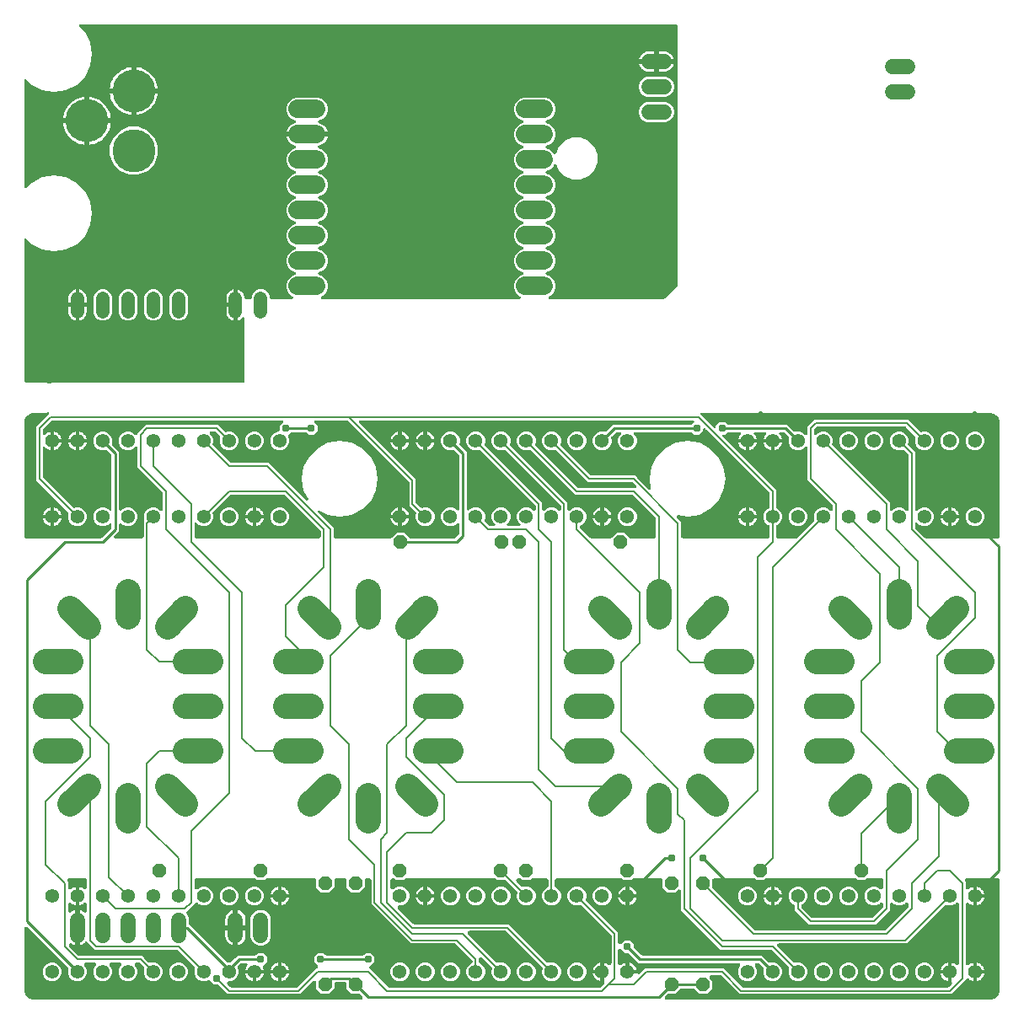
<source format=gbr>
G04 EAGLE Gerber RS-274X export*
G75*
%MOMM*%
%FSLAX34Y34*%
%LPD*%
%INBottom Copper*%
%IPPOS*%
%AMOC8*
5,1,8,0,0,1.08239X$1,22.5*%
G01*
%ADD10P,1.429621X8X292.500000*%
%ADD11P,1.429621X8X22.500000*%
%ADD12P,1.429621X8X202.500000*%
%ADD13C,2.540000*%
%ADD14C,1.386000*%
%ADD15C,1.524000*%
%ADD16C,4.318000*%
%ADD17C,1.828800*%
%ADD18C,1.508000*%
%ADD19C,1.320800*%
%ADD20P,0.818720X8X22.500000*%
%ADD21C,0.254000*%
%ADD22C,0.152400*%

G36*
X35078Y629040D02*
X35078Y629040D01*
X35139Y629039D01*
X35235Y629062D01*
X35333Y629076D01*
X35428Y629108D01*
X35448Y629113D01*
X35459Y629119D01*
X35486Y629128D01*
X37979Y630161D01*
X230000Y630161D01*
X230118Y630176D01*
X230237Y630183D01*
X230275Y630196D01*
X230316Y630201D01*
X230426Y630244D01*
X230539Y630281D01*
X230574Y630303D01*
X230611Y630318D01*
X230707Y630387D01*
X230808Y630451D01*
X230836Y630481D01*
X230869Y630504D01*
X230945Y630596D01*
X231026Y630683D01*
X231046Y630718D01*
X231071Y630749D01*
X231122Y630857D01*
X231180Y630961D01*
X231190Y631001D01*
X231207Y631037D01*
X231229Y631154D01*
X231259Y631269D01*
X231263Y631329D01*
X231267Y631349D01*
X231265Y631370D01*
X231269Y631430D01*
X231269Y694518D01*
X231252Y694656D01*
X231239Y694795D01*
X231232Y694814D01*
X231229Y694834D01*
X231178Y694963D01*
X231131Y695094D01*
X231120Y695111D01*
X231112Y695130D01*
X231031Y695242D01*
X230953Y695357D01*
X230937Y695371D01*
X230926Y695387D01*
X230818Y695476D01*
X230714Y695568D01*
X230696Y695577D01*
X230681Y695590D01*
X230555Y695649D01*
X230431Y695712D01*
X230411Y695717D01*
X230393Y695725D01*
X230257Y695751D01*
X230121Y695782D01*
X230100Y695781D01*
X230081Y695785D01*
X229942Y695776D01*
X229803Y695772D01*
X229783Y695767D01*
X229763Y695765D01*
X229631Y695723D01*
X229497Y695684D01*
X229480Y695674D01*
X229461Y695667D01*
X229343Y695593D01*
X229223Y695522D01*
X229202Y695504D01*
X229192Y695497D01*
X229178Y695482D01*
X229103Y695416D01*
X228207Y694521D01*
X227043Y693675D01*
X225760Y693021D01*
X224391Y692576D01*
X224281Y692559D01*
X224281Y707338D01*
X224266Y707456D01*
X224259Y707575D01*
X224246Y707613D01*
X224241Y707653D01*
X224198Y707764D01*
X224161Y707877D01*
X224139Y707911D01*
X224124Y707949D01*
X224055Y708045D01*
X224021Y708097D01*
X224038Y708115D01*
X224058Y708150D01*
X224083Y708182D01*
X224134Y708289D01*
X224192Y708394D01*
X224202Y708433D01*
X224219Y708469D01*
X224241Y708586D01*
X224271Y708702D01*
X224275Y708762D01*
X224279Y708782D01*
X224277Y708802D01*
X224281Y708862D01*
X224281Y723641D01*
X224391Y723624D01*
X225760Y723179D01*
X227043Y722525D01*
X228207Y721679D01*
X229225Y720661D01*
X230071Y719497D01*
X230725Y718214D01*
X231170Y716845D01*
X231395Y715424D01*
X231395Y715400D01*
X231410Y715282D01*
X231417Y715163D01*
X231430Y715125D01*
X231435Y715084D01*
X231478Y714974D01*
X231515Y714861D01*
X231537Y714826D01*
X231552Y714789D01*
X231621Y714693D01*
X231685Y714592D01*
X231715Y714564D01*
X231738Y714531D01*
X231830Y714456D01*
X231917Y714374D01*
X231952Y714354D01*
X231983Y714329D01*
X232091Y714278D01*
X232195Y714220D01*
X232235Y714210D01*
X232271Y714193D01*
X232388Y714171D01*
X232503Y714141D01*
X232563Y714137D01*
X232583Y714133D01*
X232604Y714135D01*
X232664Y714131D01*
X237236Y714131D01*
X237354Y714146D01*
X237473Y714153D01*
X237511Y714166D01*
X237552Y714171D01*
X237662Y714214D01*
X237775Y714251D01*
X237810Y714273D01*
X237847Y714288D01*
X237943Y714358D01*
X238044Y714421D01*
X238072Y714451D01*
X238105Y714474D01*
X238181Y714566D01*
X238262Y714653D01*
X238282Y714688D01*
X238307Y714719D01*
X238358Y714827D01*
X238416Y714931D01*
X238426Y714971D01*
X238443Y715007D01*
X238465Y715124D01*
X238495Y715239D01*
X238499Y715300D01*
X238503Y715320D01*
X238501Y715340D01*
X238505Y715400D01*
X238505Y716523D01*
X239897Y719884D01*
X242470Y722457D01*
X245831Y723849D01*
X249469Y723849D01*
X252830Y722457D01*
X255403Y719884D01*
X256795Y716523D01*
X256795Y715400D01*
X256810Y715282D01*
X256817Y715163D01*
X256830Y715125D01*
X256835Y715084D01*
X256878Y714974D01*
X256915Y714861D01*
X256937Y714826D01*
X256952Y714789D01*
X257021Y714693D01*
X257085Y714592D01*
X257115Y714564D01*
X257138Y714531D01*
X257230Y714456D01*
X257317Y714374D01*
X257352Y714354D01*
X257383Y714329D01*
X257491Y714278D01*
X257595Y714220D01*
X257635Y714210D01*
X257671Y714193D01*
X257788Y714171D01*
X257903Y714141D01*
X257963Y714137D01*
X257983Y714133D01*
X258004Y714135D01*
X258064Y714131D01*
X279115Y714131D01*
X279184Y714140D01*
X279254Y714138D01*
X279341Y714159D01*
X279430Y714171D01*
X279495Y714196D01*
X279563Y714213D01*
X279642Y714255D01*
X279726Y714288D01*
X279782Y714329D01*
X279844Y714361D01*
X279910Y714422D01*
X279983Y714474D01*
X280028Y714528D01*
X280079Y714575D01*
X280129Y714650D01*
X280186Y714719D01*
X280216Y714783D01*
X280254Y714841D01*
X280283Y714926D01*
X280322Y715007D01*
X280335Y715076D01*
X280357Y715142D01*
X280364Y715231D01*
X280381Y715320D01*
X280377Y715389D01*
X280383Y715459D01*
X280367Y715547D01*
X280362Y715637D01*
X280340Y715703D01*
X280328Y715772D01*
X280291Y715854D01*
X280264Y715939D01*
X280226Y715998D01*
X280198Y716062D01*
X280141Y716132D01*
X280093Y716208D01*
X280043Y716256D01*
X279999Y716310D01*
X279927Y716365D01*
X279862Y716426D01*
X279801Y716460D01*
X279745Y716502D01*
X279600Y716573D01*
X278317Y717104D01*
X275030Y720391D01*
X273251Y724686D01*
X273251Y729334D01*
X275030Y733629D01*
X278317Y736916D01*
X282232Y738537D01*
X282353Y738606D01*
X282476Y738671D01*
X282491Y738685D01*
X282508Y738695D01*
X282608Y738792D01*
X282711Y738885D01*
X282722Y738902D01*
X282737Y738916D01*
X282809Y739035D01*
X282886Y739151D01*
X282892Y739170D01*
X282903Y739187D01*
X282944Y739320D01*
X282989Y739452D01*
X282990Y739472D01*
X282996Y739491D01*
X283003Y739630D01*
X283014Y739769D01*
X283011Y739789D01*
X283012Y739809D01*
X282983Y739945D01*
X282960Y740082D01*
X282951Y740101D01*
X282947Y740120D01*
X282886Y740246D01*
X282829Y740372D01*
X282816Y740388D01*
X282808Y740406D01*
X282717Y740512D01*
X282630Y740620D01*
X282614Y740633D01*
X282601Y740648D01*
X282487Y740728D01*
X282376Y740812D01*
X282351Y740824D01*
X282341Y740831D01*
X282322Y740838D01*
X282232Y740883D01*
X278317Y742504D01*
X275030Y745791D01*
X273251Y750086D01*
X273251Y754734D01*
X275030Y759029D01*
X278317Y762316D01*
X282232Y763937D01*
X282353Y764006D01*
X282476Y764071D01*
X282491Y764085D01*
X282508Y764095D01*
X282608Y764192D01*
X282711Y764285D01*
X282722Y764302D01*
X282737Y764316D01*
X282809Y764435D01*
X282886Y764551D01*
X282892Y764570D01*
X282903Y764587D01*
X282944Y764720D01*
X282989Y764852D01*
X282990Y764872D01*
X282996Y764891D01*
X283003Y765030D01*
X283014Y765169D01*
X283011Y765189D01*
X283012Y765209D01*
X282983Y765345D01*
X282960Y765482D01*
X282951Y765501D01*
X282947Y765520D01*
X282886Y765646D01*
X282829Y765772D01*
X282816Y765788D01*
X282808Y765806D01*
X282717Y765912D01*
X282630Y766020D01*
X282614Y766033D01*
X282601Y766048D01*
X282487Y766128D01*
X282376Y766212D01*
X282351Y766224D01*
X282341Y766231D01*
X282322Y766238D01*
X282232Y766283D01*
X278317Y767904D01*
X275030Y771191D01*
X273251Y775486D01*
X273251Y780134D01*
X275030Y784429D01*
X278317Y787716D01*
X282232Y789337D01*
X282353Y789406D01*
X282476Y789471D01*
X282491Y789485D01*
X282508Y789495D01*
X282608Y789592D01*
X282711Y789685D01*
X282722Y789702D01*
X282737Y789716D01*
X282809Y789835D01*
X282886Y789951D01*
X282892Y789970D01*
X282903Y789987D01*
X282944Y790120D01*
X282989Y790252D01*
X282990Y790272D01*
X282996Y790291D01*
X283003Y790430D01*
X283014Y790569D01*
X283011Y790589D01*
X283012Y790609D01*
X282983Y790745D01*
X282960Y790882D01*
X282951Y790901D01*
X282947Y790920D01*
X282886Y791046D01*
X282829Y791172D01*
X282816Y791188D01*
X282808Y791206D01*
X282717Y791312D01*
X282630Y791420D01*
X282614Y791433D01*
X282601Y791448D01*
X282487Y791528D01*
X282376Y791612D01*
X282351Y791624D01*
X282341Y791631D01*
X282322Y791638D01*
X282232Y791683D01*
X278317Y793304D01*
X275030Y796591D01*
X273251Y800886D01*
X273251Y805534D01*
X275030Y809829D01*
X278317Y813116D01*
X282232Y814737D01*
X282352Y814806D01*
X282476Y814871D01*
X282490Y814885D01*
X282508Y814895D01*
X282608Y814992D01*
X282711Y815085D01*
X282722Y815102D01*
X282737Y815116D01*
X282809Y815234D01*
X282886Y815351D01*
X282892Y815370D01*
X282903Y815387D01*
X282944Y815520D01*
X282989Y815652D01*
X282990Y815672D01*
X282996Y815691D01*
X283003Y815830D01*
X283014Y815969D01*
X283011Y815989D01*
X283012Y816009D01*
X282983Y816145D01*
X282960Y816282D01*
X282951Y816300D01*
X282947Y816320D01*
X282886Y816446D01*
X282829Y816572D01*
X282816Y816588D01*
X282808Y816606D01*
X282717Y816712D01*
X282630Y816820D01*
X282614Y816833D01*
X282601Y816848D01*
X282487Y816928D01*
X282376Y817012D01*
X282351Y817024D01*
X282341Y817031D01*
X282322Y817038D01*
X282232Y817083D01*
X278317Y818704D01*
X275030Y821991D01*
X273251Y826286D01*
X273251Y830934D01*
X275030Y835229D01*
X278317Y838516D01*
X282232Y840137D01*
X282353Y840206D01*
X282475Y840271D01*
X282490Y840285D01*
X282508Y840295D01*
X282608Y840392D01*
X282711Y840485D01*
X282722Y840502D01*
X282737Y840516D01*
X282809Y840635D01*
X282886Y840751D01*
X282892Y840770D01*
X282903Y840787D01*
X282944Y840920D01*
X282989Y841052D01*
X282990Y841072D01*
X282996Y841091D01*
X283003Y841230D01*
X283014Y841369D01*
X283011Y841389D01*
X283011Y841409D01*
X282983Y841545D01*
X282960Y841682D01*
X282951Y841701D01*
X282947Y841720D01*
X282886Y841846D01*
X282829Y841972D01*
X282816Y841988D01*
X282807Y842006D01*
X282717Y842112D01*
X282630Y842220D01*
X282614Y842233D01*
X282601Y842248D01*
X282487Y842328D01*
X282376Y842412D01*
X282351Y842424D01*
X282341Y842431D01*
X282322Y842438D01*
X282232Y842483D01*
X278317Y844104D01*
X275030Y847391D01*
X273251Y851686D01*
X273251Y856334D01*
X275030Y860629D01*
X278317Y863916D01*
X282389Y865602D01*
X282394Y865605D01*
X282400Y865607D01*
X282421Y865619D01*
X282443Y865626D01*
X282549Y865694D01*
X282665Y865760D01*
X282670Y865764D01*
X282675Y865768D01*
X282692Y865785D01*
X282711Y865797D01*
X282796Y865887D01*
X282893Y865981D01*
X282897Y865987D01*
X282901Y865991D01*
X282914Y866012D01*
X282929Y866028D01*
X282988Y866136D01*
X283060Y866252D01*
X283061Y866258D01*
X283065Y866264D01*
X283072Y866288D01*
X283082Y866307D01*
X283113Y866426D01*
X283153Y866556D01*
X283153Y866563D01*
X283155Y866569D01*
X283156Y866594D01*
X283162Y866615D01*
X283162Y866738D01*
X283168Y866874D01*
X283167Y866880D01*
X283167Y866887D01*
X283162Y866911D01*
X283162Y866933D01*
X283131Y867052D01*
X283104Y867185D01*
X283101Y867191D01*
X283100Y867197D01*
X283089Y867220D01*
X283083Y867241D01*
X283024Y867349D01*
X282964Y867471D01*
X282960Y867476D01*
X282957Y867482D01*
X282941Y867500D01*
X282930Y867520D01*
X282845Y867611D01*
X282758Y867713D01*
X282753Y867717D01*
X282748Y867722D01*
X282728Y867735D01*
X282713Y867752D01*
X282606Y867820D01*
X282498Y867896D01*
X282492Y867898D01*
X282487Y867902D01*
X282464Y867910D01*
X282444Y867923D01*
X282295Y867982D01*
X280451Y868581D01*
X278812Y869416D01*
X277324Y870497D01*
X276023Y871798D01*
X274942Y873286D01*
X274107Y874925D01*
X273539Y876674D01*
X273508Y876871D01*
X292810Y876871D01*
X292928Y876886D01*
X293047Y876893D01*
X293085Y876906D01*
X293125Y876911D01*
X293236Y876954D01*
X293349Y876991D01*
X293383Y877013D01*
X293421Y877028D01*
X293517Y877098D01*
X293618Y877161D01*
X293646Y877191D01*
X293678Y877214D01*
X293754Y877306D01*
X293836Y877393D01*
X293855Y877428D01*
X293881Y877459D01*
X293932Y877567D01*
X293989Y877671D01*
X294000Y877711D01*
X294017Y877747D01*
X294039Y877864D01*
X294069Y877979D01*
X294073Y878040D01*
X294077Y878060D01*
X294075Y878080D01*
X294079Y878140D01*
X294079Y880680D01*
X294064Y880798D01*
X294057Y880917D01*
X294044Y880955D01*
X294039Y880995D01*
X293995Y881106D01*
X293959Y881219D01*
X293937Y881254D01*
X293922Y881291D01*
X293852Y881387D01*
X293789Y881488D01*
X293759Y881516D01*
X293735Y881549D01*
X293644Y881624D01*
X293557Y881706D01*
X293522Y881726D01*
X293490Y881751D01*
X293383Y881802D01*
X293278Y881860D01*
X293239Y881870D01*
X293203Y881887D01*
X293086Y881909D01*
X292971Y881939D01*
X292910Y881943D01*
X292890Y881947D01*
X292870Y881945D01*
X292810Y881949D01*
X273508Y881949D01*
X273539Y882146D01*
X274107Y883895D01*
X274942Y885534D01*
X276023Y887022D01*
X277324Y888323D01*
X278812Y889404D01*
X280451Y890239D01*
X282295Y890838D01*
X282316Y890848D01*
X282339Y890853D01*
X282345Y890856D01*
X282351Y890858D01*
X282468Y890919D01*
X282583Y890973D01*
X282600Y890988D01*
X282622Y890999D01*
X282627Y891003D01*
X282632Y891006D01*
X282731Y891096D01*
X282828Y891176D01*
X282841Y891194D01*
X282859Y891211D01*
X282863Y891216D01*
X282868Y891220D01*
X282942Y891333D01*
X283015Y891433D01*
X283023Y891454D01*
X283037Y891474D01*
X283039Y891481D01*
X283042Y891486D01*
X283086Y891614D01*
X283132Y891729D01*
X283135Y891751D01*
X283143Y891774D01*
X283143Y891781D01*
X283146Y891787D01*
X283156Y891922D01*
X283172Y892044D01*
X283169Y892066D01*
X283171Y892091D01*
X283170Y892097D01*
X283171Y892104D01*
X283147Y892238D01*
X283132Y892360D01*
X283124Y892380D01*
X283120Y892405D01*
X283117Y892411D01*
X283116Y892417D01*
X283060Y892541D01*
X283015Y892656D01*
X283002Y892673D01*
X282992Y892696D01*
X282988Y892701D01*
X282986Y892707D01*
X282901Y892813D01*
X282829Y892913D01*
X282811Y892927D01*
X282796Y892947D01*
X282791Y892950D01*
X282787Y892955D01*
X282680Y893036D01*
X282584Y893116D01*
X282563Y893126D01*
X282544Y893140D01*
X282538Y893143D01*
X282533Y893147D01*
X282389Y893218D01*
X278317Y894904D01*
X275030Y898191D01*
X273251Y902486D01*
X273251Y907134D01*
X275030Y911429D01*
X278317Y914716D01*
X282612Y916495D01*
X305548Y916495D01*
X309843Y914716D01*
X313130Y911429D01*
X314909Y907134D01*
X314909Y902486D01*
X313130Y898191D01*
X309843Y894904D01*
X305771Y893218D01*
X305766Y893215D01*
X305760Y893213D01*
X305739Y893201D01*
X305717Y893194D01*
X305611Y893126D01*
X305495Y893060D01*
X305490Y893056D01*
X305485Y893052D01*
X305468Y893035D01*
X305449Y893023D01*
X305364Y892933D01*
X305267Y892839D01*
X305263Y892833D01*
X305259Y892829D01*
X305246Y892808D01*
X305231Y892792D01*
X305171Y892684D01*
X305100Y892568D01*
X305099Y892562D01*
X305095Y892556D01*
X305088Y892532D01*
X305078Y892513D01*
X305047Y892394D01*
X305007Y892264D01*
X305007Y892257D01*
X305005Y892251D01*
X305004Y892226D01*
X304998Y892205D01*
X304998Y892082D01*
X304992Y891946D01*
X304993Y891940D01*
X304993Y891933D01*
X304998Y891909D01*
X304998Y891887D01*
X305029Y891768D01*
X305056Y891635D01*
X305059Y891629D01*
X305060Y891623D01*
X305071Y891600D01*
X305077Y891579D01*
X305136Y891471D01*
X305196Y891349D01*
X305200Y891344D01*
X305203Y891338D01*
X305219Y891320D01*
X305230Y891300D01*
X305315Y891209D01*
X305402Y891107D01*
X305407Y891103D01*
X305412Y891098D01*
X305432Y891085D01*
X305447Y891068D01*
X305554Y891000D01*
X305662Y890924D01*
X305668Y890922D01*
X305673Y890918D01*
X305696Y890910D01*
X305716Y890897D01*
X305865Y890838D01*
X307709Y890239D01*
X309348Y889404D01*
X310836Y888323D01*
X312137Y887022D01*
X313218Y885534D01*
X314053Y883895D01*
X314621Y882146D01*
X314652Y881949D01*
X295350Y881949D01*
X295232Y881934D01*
X295113Y881927D01*
X295075Y881914D01*
X295035Y881909D01*
X294924Y881866D01*
X294811Y881829D01*
X294777Y881807D01*
X294739Y881792D01*
X294643Y881722D01*
X294542Y881659D01*
X294514Y881629D01*
X294482Y881605D01*
X294406Y881514D01*
X294324Y881427D01*
X294305Y881392D01*
X294279Y881361D01*
X294228Y881253D01*
X294171Y881149D01*
X294160Y881109D01*
X294143Y881073D01*
X294121Y880956D01*
X294091Y880841D01*
X294087Y880780D01*
X294083Y880760D01*
X294085Y880740D01*
X294081Y880680D01*
X294081Y878140D01*
X294096Y878022D01*
X294103Y877903D01*
X294116Y877865D01*
X294121Y877824D01*
X294165Y877714D01*
X294201Y877601D01*
X294223Y877566D01*
X294238Y877529D01*
X294308Y877433D01*
X294371Y877332D01*
X294401Y877304D01*
X294425Y877271D01*
X294516Y877196D01*
X294603Y877114D01*
X294638Y877094D01*
X294670Y877069D01*
X294777Y877018D01*
X294882Y876960D01*
X294921Y876950D01*
X294957Y876933D01*
X295074Y876911D01*
X295189Y876881D01*
X295250Y876877D01*
X295270Y876873D01*
X295290Y876875D01*
X295350Y876871D01*
X314652Y876871D01*
X314621Y876674D01*
X314053Y874925D01*
X313218Y873286D01*
X312137Y871798D01*
X310836Y870497D01*
X309348Y869416D01*
X307709Y868581D01*
X305865Y867982D01*
X305844Y867972D01*
X305821Y867967D01*
X305815Y867964D01*
X305809Y867962D01*
X305692Y867901D01*
X305577Y867847D01*
X305560Y867832D01*
X305538Y867821D01*
X305533Y867817D01*
X305528Y867814D01*
X305429Y867724D01*
X305332Y867644D01*
X305319Y867626D01*
X305301Y867609D01*
X305297Y867604D01*
X305292Y867600D01*
X305218Y867487D01*
X305145Y867387D01*
X305137Y867366D01*
X305123Y867346D01*
X305121Y867339D01*
X305118Y867334D01*
X305074Y867206D01*
X305028Y867091D01*
X305025Y867069D01*
X305017Y867046D01*
X305017Y867039D01*
X305014Y867033D01*
X305004Y866898D01*
X304988Y866776D01*
X304991Y866754D01*
X304989Y866729D01*
X304990Y866723D01*
X304989Y866716D01*
X305013Y866582D01*
X305028Y866460D01*
X305036Y866440D01*
X305040Y866415D01*
X305043Y866409D01*
X305044Y866403D01*
X305100Y866279D01*
X305145Y866164D01*
X305158Y866147D01*
X305168Y866124D01*
X305172Y866119D01*
X305174Y866113D01*
X305259Y866007D01*
X305331Y865907D01*
X305349Y865893D01*
X305364Y865873D01*
X305369Y865870D01*
X305373Y865865D01*
X305480Y865784D01*
X305576Y865704D01*
X305597Y865694D01*
X305616Y865680D01*
X305622Y865677D01*
X305627Y865673D01*
X305771Y865602D01*
X309843Y863916D01*
X313130Y860629D01*
X314909Y856334D01*
X314909Y851686D01*
X313130Y847391D01*
X309843Y844104D01*
X305928Y842483D01*
X305808Y842414D01*
X305685Y842349D01*
X305670Y842335D01*
X305652Y842325D01*
X305552Y842228D01*
X305449Y842135D01*
X305438Y842118D01*
X305424Y842104D01*
X305351Y841986D01*
X305274Y841869D01*
X305268Y841850D01*
X305257Y841833D01*
X305216Y841700D01*
X305171Y841568D01*
X305170Y841548D01*
X305164Y841529D01*
X305157Y841390D01*
X305146Y841251D01*
X305149Y841231D01*
X305149Y841211D01*
X305177Y841075D01*
X305200Y840938D01*
X305209Y840920D01*
X305213Y840900D01*
X305274Y840774D01*
X305331Y840648D01*
X305344Y840632D01*
X305353Y840614D01*
X305443Y840508D01*
X305530Y840400D01*
X305546Y840387D01*
X305559Y840372D01*
X305673Y840292D01*
X305784Y840208D01*
X305809Y840196D01*
X305819Y840189D01*
X305838Y840182D01*
X305928Y840137D01*
X309843Y838516D01*
X313130Y835229D01*
X314909Y830934D01*
X314909Y826286D01*
X313130Y821991D01*
X309843Y818704D01*
X305928Y817083D01*
X305807Y817014D01*
X305684Y816949D01*
X305669Y816935D01*
X305652Y816925D01*
X305552Y816828D01*
X305449Y816735D01*
X305438Y816718D01*
X305423Y816704D01*
X305351Y816585D01*
X305274Y816469D01*
X305268Y816450D01*
X305257Y816433D01*
X305216Y816300D01*
X305171Y816168D01*
X305170Y816148D01*
X305164Y816129D01*
X305157Y815990D01*
X305146Y815851D01*
X305149Y815831D01*
X305148Y815811D01*
X305177Y815675D01*
X305200Y815538D01*
X305209Y815519D01*
X305213Y815500D01*
X305274Y815374D01*
X305331Y815248D01*
X305344Y815232D01*
X305352Y815214D01*
X305443Y815108D01*
X305530Y815000D01*
X305546Y814987D01*
X305559Y814972D01*
X305673Y814892D01*
X305784Y814808D01*
X305809Y814796D01*
X305819Y814789D01*
X305838Y814782D01*
X305928Y814737D01*
X309843Y813116D01*
X313130Y809829D01*
X314909Y805534D01*
X314909Y800886D01*
X313130Y796591D01*
X309843Y793304D01*
X305928Y791683D01*
X305808Y791614D01*
X305684Y791549D01*
X305670Y791535D01*
X305652Y791525D01*
X305552Y791428D01*
X305449Y791335D01*
X305438Y791318D01*
X305423Y791304D01*
X305351Y791186D01*
X305274Y791069D01*
X305268Y791050D01*
X305257Y791033D01*
X305216Y790900D01*
X305171Y790768D01*
X305170Y790748D01*
X305164Y790729D01*
X305157Y790590D01*
X305146Y790451D01*
X305149Y790431D01*
X305148Y790411D01*
X305177Y790275D01*
X305200Y790138D01*
X305209Y790120D01*
X305213Y790100D01*
X305274Y789974D01*
X305331Y789848D01*
X305344Y789832D01*
X305352Y789814D01*
X305443Y789708D01*
X305530Y789600D01*
X305546Y789587D01*
X305559Y789572D01*
X305673Y789492D01*
X305784Y789408D01*
X305809Y789396D01*
X305819Y789389D01*
X305838Y789382D01*
X305928Y789337D01*
X309843Y787716D01*
X313130Y784429D01*
X314909Y780134D01*
X314909Y775486D01*
X313130Y771191D01*
X309843Y767904D01*
X305928Y766283D01*
X305808Y766214D01*
X305684Y766149D01*
X305670Y766135D01*
X305652Y766125D01*
X305552Y766028D01*
X305449Y765935D01*
X305438Y765918D01*
X305423Y765904D01*
X305351Y765786D01*
X305274Y765669D01*
X305268Y765650D01*
X305257Y765633D01*
X305216Y765500D01*
X305171Y765368D01*
X305170Y765348D01*
X305164Y765329D01*
X305157Y765190D01*
X305146Y765051D01*
X305149Y765031D01*
X305148Y765011D01*
X305177Y764875D01*
X305200Y764738D01*
X305209Y764720D01*
X305213Y764700D01*
X305274Y764574D01*
X305331Y764448D01*
X305344Y764432D01*
X305352Y764414D01*
X305443Y764308D01*
X305530Y764200D01*
X305546Y764187D01*
X305559Y764172D01*
X305673Y764092D01*
X305784Y764008D01*
X305809Y763996D01*
X305819Y763989D01*
X305838Y763982D01*
X305928Y763937D01*
X309843Y762316D01*
X313130Y759029D01*
X314909Y754734D01*
X314909Y750086D01*
X313130Y745791D01*
X309843Y742504D01*
X305928Y740883D01*
X305808Y740814D01*
X305684Y740749D01*
X305670Y740735D01*
X305652Y740725D01*
X305552Y740628D01*
X305449Y740535D01*
X305438Y740518D01*
X305423Y740504D01*
X305351Y740386D01*
X305274Y740269D01*
X305268Y740250D01*
X305257Y740233D01*
X305216Y740100D01*
X305171Y739968D01*
X305170Y739948D01*
X305164Y739929D01*
X305157Y739790D01*
X305146Y739651D01*
X305149Y739631D01*
X305148Y739611D01*
X305177Y739475D01*
X305200Y739338D01*
X305209Y739320D01*
X305213Y739300D01*
X305274Y739174D01*
X305331Y739048D01*
X305344Y739032D01*
X305352Y739014D01*
X305443Y738908D01*
X305530Y738800D01*
X305546Y738787D01*
X305559Y738772D01*
X305673Y738692D01*
X305784Y738608D01*
X305809Y738596D01*
X305819Y738589D01*
X305838Y738582D01*
X305928Y738537D01*
X309843Y736916D01*
X313130Y733629D01*
X314909Y729334D01*
X314909Y724686D01*
X313130Y720391D01*
X309843Y717104D01*
X308560Y716573D01*
X308499Y716538D01*
X308434Y716512D01*
X308362Y716460D01*
X308283Y716415D01*
X308233Y716367D01*
X308177Y716326D01*
X308119Y716256D01*
X308055Y716194D01*
X308019Y716134D01*
X307974Y716081D01*
X307936Y715999D01*
X307889Y715923D01*
X307868Y715856D01*
X307838Y715793D01*
X307822Y715705D01*
X307795Y715619D01*
X307792Y715549D01*
X307779Y715481D01*
X307784Y715391D01*
X307780Y715301D01*
X307794Y715233D01*
X307798Y715163D01*
X307826Y715078D01*
X307844Y714990D01*
X307875Y714927D01*
X307896Y714861D01*
X307945Y714785D01*
X307984Y714704D01*
X308029Y714651D01*
X308067Y714592D01*
X308132Y714530D01*
X308190Y714462D01*
X308247Y714422D01*
X308298Y714374D01*
X308377Y714331D01*
X308450Y714279D01*
X308516Y714254D01*
X308577Y714220D01*
X308664Y714198D01*
X308748Y714166D01*
X308817Y714158D01*
X308885Y714141D01*
X309045Y714131D01*
X507715Y714131D01*
X507784Y714140D01*
X507854Y714138D01*
X507941Y714159D01*
X508030Y714171D01*
X508095Y714196D01*
X508163Y714213D01*
X508242Y714255D01*
X508326Y714288D01*
X508382Y714329D01*
X508444Y714361D01*
X508510Y714422D01*
X508583Y714474D01*
X508628Y714528D01*
X508679Y714575D01*
X508729Y714650D01*
X508786Y714719D01*
X508816Y714783D01*
X508854Y714841D01*
X508883Y714926D01*
X508922Y715007D01*
X508935Y715076D01*
X508957Y715142D01*
X508964Y715231D01*
X508981Y715320D01*
X508977Y715389D01*
X508983Y715459D01*
X508967Y715547D01*
X508962Y715637D01*
X508940Y715703D01*
X508928Y715772D01*
X508891Y715854D01*
X508864Y715939D01*
X508826Y715998D01*
X508798Y716062D01*
X508741Y716132D01*
X508693Y716208D01*
X508643Y716256D01*
X508599Y716310D01*
X508527Y716365D01*
X508462Y716426D01*
X508401Y716460D01*
X508345Y716502D01*
X508200Y716573D01*
X506917Y717104D01*
X503630Y720391D01*
X501851Y724686D01*
X501851Y729334D01*
X503630Y733629D01*
X506917Y736916D01*
X510832Y738537D01*
X510953Y738606D01*
X511076Y738671D01*
X511091Y738685D01*
X511108Y738695D01*
X511208Y738792D01*
X511311Y738885D01*
X511322Y738902D01*
X511337Y738916D01*
X511409Y739035D01*
X511486Y739151D01*
X511492Y739170D01*
X511503Y739187D01*
X511544Y739320D01*
X511589Y739452D01*
X511590Y739472D01*
X511596Y739491D01*
X511603Y739630D01*
X511614Y739769D01*
X511611Y739789D01*
X511612Y739809D01*
X511583Y739945D01*
X511560Y740082D01*
X511551Y740101D01*
X511547Y740120D01*
X511486Y740246D01*
X511429Y740372D01*
X511416Y740388D01*
X511408Y740406D01*
X511317Y740512D01*
X511230Y740620D01*
X511214Y740633D01*
X511201Y740648D01*
X511087Y740728D01*
X510976Y740812D01*
X510951Y740824D01*
X510941Y740831D01*
X510922Y740838D01*
X510832Y740883D01*
X506917Y742504D01*
X503630Y745791D01*
X501851Y750086D01*
X501851Y754734D01*
X503630Y759029D01*
X506917Y762316D01*
X510832Y763937D01*
X510953Y764006D01*
X511076Y764071D01*
X511091Y764085D01*
X511108Y764095D01*
X511208Y764192D01*
X511311Y764285D01*
X511322Y764302D01*
X511337Y764316D01*
X511409Y764435D01*
X511486Y764551D01*
X511492Y764570D01*
X511503Y764587D01*
X511544Y764720D01*
X511589Y764852D01*
X511590Y764872D01*
X511596Y764891D01*
X511603Y765030D01*
X511614Y765169D01*
X511611Y765189D01*
X511612Y765209D01*
X511583Y765345D01*
X511560Y765482D01*
X511551Y765501D01*
X511547Y765520D01*
X511486Y765646D01*
X511429Y765772D01*
X511416Y765788D01*
X511408Y765806D01*
X511317Y765912D01*
X511230Y766020D01*
X511214Y766033D01*
X511201Y766048D01*
X511087Y766128D01*
X510976Y766212D01*
X510951Y766224D01*
X510941Y766231D01*
X510922Y766238D01*
X510832Y766283D01*
X506917Y767904D01*
X503630Y771191D01*
X501851Y775486D01*
X501851Y780134D01*
X503630Y784429D01*
X506917Y787716D01*
X510832Y789337D01*
X510953Y789406D01*
X511076Y789471D01*
X511091Y789485D01*
X511108Y789495D01*
X511208Y789592D01*
X511311Y789685D01*
X511322Y789702D01*
X511337Y789716D01*
X511409Y789835D01*
X511486Y789951D01*
X511492Y789970D01*
X511503Y789987D01*
X511544Y790120D01*
X511589Y790252D01*
X511590Y790272D01*
X511596Y790291D01*
X511603Y790430D01*
X511614Y790569D01*
X511611Y790589D01*
X511612Y790609D01*
X511583Y790745D01*
X511560Y790882D01*
X511551Y790901D01*
X511547Y790920D01*
X511486Y791046D01*
X511429Y791172D01*
X511416Y791188D01*
X511408Y791206D01*
X511317Y791312D01*
X511230Y791420D01*
X511214Y791433D01*
X511201Y791448D01*
X511087Y791528D01*
X510976Y791612D01*
X510951Y791624D01*
X510941Y791631D01*
X510922Y791638D01*
X510832Y791683D01*
X506917Y793304D01*
X503630Y796591D01*
X501851Y800886D01*
X501851Y805534D01*
X503630Y809829D01*
X506917Y813116D01*
X510832Y814737D01*
X510953Y814806D01*
X511076Y814871D01*
X511091Y814885D01*
X511108Y814895D01*
X511208Y814992D01*
X511311Y815085D01*
X511322Y815102D01*
X511337Y815116D01*
X511409Y815235D01*
X511486Y815351D01*
X511492Y815370D01*
X511503Y815387D01*
X511544Y815520D01*
X511589Y815652D01*
X511590Y815672D01*
X511596Y815691D01*
X511603Y815830D01*
X511614Y815969D01*
X511611Y815989D01*
X511612Y816009D01*
X511583Y816145D01*
X511560Y816282D01*
X511551Y816301D01*
X511547Y816320D01*
X511486Y816446D01*
X511429Y816572D01*
X511416Y816588D01*
X511408Y816606D01*
X511317Y816712D01*
X511230Y816820D01*
X511214Y816833D01*
X511201Y816848D01*
X511087Y816928D01*
X510976Y817012D01*
X510951Y817024D01*
X510941Y817031D01*
X510922Y817038D01*
X510832Y817083D01*
X506917Y818704D01*
X503630Y821991D01*
X501851Y826286D01*
X501851Y830934D01*
X503630Y835229D01*
X506917Y838516D01*
X510832Y840137D01*
X510953Y840206D01*
X511076Y840271D01*
X511091Y840285D01*
X511108Y840295D01*
X511208Y840392D01*
X511311Y840485D01*
X511322Y840502D01*
X511337Y840516D01*
X511409Y840635D01*
X511486Y840751D01*
X511492Y840770D01*
X511503Y840787D01*
X511544Y840920D01*
X511589Y841052D01*
X511590Y841072D01*
X511596Y841091D01*
X511603Y841230D01*
X511614Y841369D01*
X511611Y841389D01*
X511612Y841409D01*
X511583Y841545D01*
X511560Y841682D01*
X511551Y841701D01*
X511547Y841720D01*
X511486Y841846D01*
X511429Y841972D01*
X511416Y841988D01*
X511408Y842006D01*
X511317Y842112D01*
X511230Y842220D01*
X511214Y842233D01*
X511201Y842248D01*
X511087Y842328D01*
X510976Y842412D01*
X510951Y842424D01*
X510941Y842431D01*
X510922Y842438D01*
X510832Y842483D01*
X506917Y844104D01*
X503630Y847391D01*
X501851Y851686D01*
X501851Y856334D01*
X503630Y860629D01*
X506917Y863916D01*
X510832Y865537D01*
X510953Y865606D01*
X511076Y865671D01*
X511091Y865685D01*
X511108Y865695D01*
X511208Y865792D01*
X511311Y865885D01*
X511322Y865902D01*
X511337Y865916D01*
X511409Y866035D01*
X511486Y866151D01*
X511492Y866170D01*
X511503Y866187D01*
X511544Y866320D01*
X511589Y866452D01*
X511590Y866472D01*
X511596Y866491D01*
X511603Y866630D01*
X511614Y866769D01*
X511611Y866789D01*
X511612Y866809D01*
X511583Y866945D01*
X511560Y867082D01*
X511551Y867101D01*
X511547Y867120D01*
X511486Y867246D01*
X511429Y867372D01*
X511416Y867388D01*
X511408Y867406D01*
X511317Y867512D01*
X511230Y867620D01*
X511214Y867633D01*
X511201Y867648D01*
X511087Y867728D01*
X510976Y867812D01*
X510951Y867824D01*
X510941Y867831D01*
X510922Y867838D01*
X510832Y867883D01*
X506917Y869504D01*
X503630Y872791D01*
X501851Y877086D01*
X501851Y881734D01*
X503630Y886029D01*
X506917Y889316D01*
X510832Y890937D01*
X510953Y891006D01*
X511076Y891071D01*
X511091Y891085D01*
X511108Y891095D01*
X511208Y891192D01*
X511311Y891285D01*
X511322Y891302D01*
X511337Y891316D01*
X511409Y891435D01*
X511486Y891551D01*
X511492Y891570D01*
X511503Y891587D01*
X511544Y891720D01*
X511589Y891852D01*
X511590Y891872D01*
X511596Y891891D01*
X511603Y892030D01*
X511614Y892169D01*
X511611Y892189D01*
X511612Y892209D01*
X511583Y892345D01*
X511560Y892482D01*
X511551Y892501D01*
X511547Y892520D01*
X511486Y892646D01*
X511429Y892772D01*
X511416Y892788D01*
X511408Y892806D01*
X511317Y892912D01*
X511230Y893020D01*
X511214Y893033D01*
X511201Y893048D01*
X511087Y893128D01*
X510976Y893212D01*
X510951Y893224D01*
X510941Y893231D01*
X510922Y893238D01*
X510832Y893283D01*
X506917Y894904D01*
X503630Y898191D01*
X501851Y902486D01*
X501851Y907134D01*
X503630Y911429D01*
X506917Y914716D01*
X511212Y916495D01*
X534148Y916495D01*
X538443Y914716D01*
X541730Y911429D01*
X543509Y907134D01*
X543509Y902486D01*
X541730Y898191D01*
X538443Y894904D01*
X534528Y893283D01*
X534408Y893214D01*
X534284Y893149D01*
X534270Y893135D01*
X534252Y893125D01*
X534152Y893028D01*
X534049Y892935D01*
X534038Y892918D01*
X534023Y892904D01*
X533951Y892786D01*
X533874Y892669D01*
X533868Y892650D01*
X533857Y892633D01*
X533816Y892500D01*
X533771Y892368D01*
X533770Y892348D01*
X533764Y892329D01*
X533757Y892190D01*
X533746Y892051D01*
X533749Y892031D01*
X533748Y892011D01*
X533777Y891875D01*
X533800Y891738D01*
X533809Y891720D01*
X533813Y891700D01*
X533874Y891574D01*
X533931Y891448D01*
X533944Y891432D01*
X533952Y891414D01*
X534043Y891308D01*
X534130Y891200D01*
X534146Y891187D01*
X534159Y891172D01*
X534273Y891092D01*
X534384Y891008D01*
X534409Y890996D01*
X534419Y890989D01*
X534438Y890982D01*
X534528Y890937D01*
X538443Y889316D01*
X541730Y886029D01*
X543509Y881734D01*
X543509Y877086D01*
X541730Y872791D01*
X538443Y869504D01*
X534528Y867883D01*
X534408Y867814D01*
X534284Y867749D01*
X534270Y867735D01*
X534252Y867725D01*
X534152Y867628D01*
X534049Y867535D01*
X534038Y867518D01*
X534023Y867504D01*
X533951Y867386D01*
X533874Y867269D01*
X533868Y867250D01*
X533857Y867233D01*
X533816Y867100D01*
X533771Y866968D01*
X533770Y866948D01*
X533764Y866929D01*
X533757Y866790D01*
X533746Y866651D01*
X533749Y866631D01*
X533748Y866611D01*
X533777Y866475D01*
X533800Y866338D01*
X533809Y866320D01*
X533813Y866300D01*
X533874Y866174D01*
X533931Y866048D01*
X533944Y866032D01*
X533952Y866014D01*
X534043Y865908D01*
X534130Y865800D01*
X534146Y865787D01*
X534159Y865772D01*
X534273Y865692D01*
X534384Y865608D01*
X534409Y865596D01*
X534419Y865589D01*
X534438Y865582D01*
X534528Y865537D01*
X538443Y863916D01*
X541730Y860629D01*
X541889Y860244D01*
X541958Y860123D01*
X542023Y860000D01*
X542037Y859985D01*
X542047Y859967D01*
X542144Y859868D01*
X542237Y859765D01*
X542254Y859754D01*
X542268Y859739D01*
X542387Y859666D01*
X542503Y859590D01*
X542522Y859583D01*
X542539Y859573D01*
X542672Y859532D01*
X542804Y859487D01*
X542824Y859485D01*
X542843Y859479D01*
X542982Y859473D01*
X543121Y859461D01*
X543141Y859465D01*
X543161Y859464D01*
X543297Y859492D01*
X543434Y859516D01*
X543453Y859524D01*
X543472Y859528D01*
X543597Y859589D01*
X543724Y859646D01*
X543740Y859659D01*
X543758Y859668D01*
X543864Y859758D01*
X543972Y859845D01*
X543985Y859861D01*
X544000Y859874D01*
X544080Y859988D01*
X544164Y860099D01*
X544176Y860124D01*
X544183Y860134D01*
X544190Y860153D01*
X544235Y860244D01*
X547061Y867067D01*
X553013Y873019D01*
X560791Y876241D01*
X569209Y876241D01*
X576987Y873019D01*
X582939Y867067D01*
X586161Y859289D01*
X586161Y850871D01*
X582939Y843093D01*
X576987Y837141D01*
X569209Y833919D01*
X560791Y833919D01*
X553013Y837141D01*
X547061Y843093D01*
X544678Y848846D01*
X544609Y848967D01*
X544544Y849090D01*
X544530Y849105D01*
X544520Y849123D01*
X544424Y849222D01*
X544330Y849325D01*
X544313Y849336D01*
X544299Y849351D01*
X544181Y849423D01*
X544064Y849500D01*
X544045Y849507D01*
X544028Y849517D01*
X543895Y849558D01*
X543764Y849603D01*
X543743Y849605D01*
X543724Y849611D01*
X543586Y849617D01*
X543447Y849629D01*
X543426Y849625D01*
X543406Y849626D01*
X543271Y849598D01*
X543133Y849574D01*
X543115Y849566D01*
X543095Y849562D01*
X542970Y849500D01*
X542843Y849444D01*
X542827Y849431D01*
X542809Y849422D01*
X542703Y849332D01*
X542595Y849245D01*
X542583Y849229D01*
X542567Y849216D01*
X542487Y849102D01*
X542404Y848991D01*
X542391Y848966D01*
X542384Y848956D01*
X542377Y848936D01*
X542333Y848846D01*
X541730Y847391D01*
X538443Y844104D01*
X534528Y842483D01*
X534408Y842414D01*
X534284Y842349D01*
X534270Y842335D01*
X534252Y842325D01*
X534152Y842228D01*
X534049Y842135D01*
X534038Y842118D01*
X534023Y842104D01*
X533951Y841986D01*
X533874Y841869D01*
X533868Y841850D01*
X533857Y841833D01*
X533816Y841700D01*
X533771Y841568D01*
X533770Y841548D01*
X533764Y841529D01*
X533757Y841390D01*
X533746Y841251D01*
X533749Y841231D01*
X533748Y841211D01*
X533777Y841075D01*
X533800Y840938D01*
X533809Y840920D01*
X533813Y840900D01*
X533874Y840774D01*
X533931Y840648D01*
X533944Y840632D01*
X533952Y840614D01*
X534043Y840508D01*
X534130Y840400D01*
X534146Y840387D01*
X534159Y840372D01*
X534273Y840292D01*
X534384Y840208D01*
X534409Y840196D01*
X534419Y840189D01*
X534438Y840182D01*
X534528Y840137D01*
X538443Y838516D01*
X541730Y835229D01*
X543509Y830934D01*
X543509Y826286D01*
X541730Y821991D01*
X538443Y818704D01*
X534528Y817083D01*
X534408Y817014D01*
X534284Y816949D01*
X534270Y816935D01*
X534252Y816925D01*
X534152Y816828D01*
X534049Y816735D01*
X534038Y816718D01*
X534023Y816704D01*
X533951Y816586D01*
X533874Y816469D01*
X533868Y816450D01*
X533857Y816433D01*
X533816Y816300D01*
X533771Y816168D01*
X533770Y816148D01*
X533764Y816129D01*
X533757Y815990D01*
X533746Y815851D01*
X533749Y815831D01*
X533748Y815811D01*
X533777Y815675D01*
X533800Y815538D01*
X533809Y815520D01*
X533813Y815500D01*
X533874Y815374D01*
X533931Y815248D01*
X533944Y815232D01*
X533952Y815214D01*
X534043Y815108D01*
X534130Y815000D01*
X534146Y814987D01*
X534159Y814972D01*
X534273Y814892D01*
X534384Y814808D01*
X534409Y814796D01*
X534419Y814789D01*
X534438Y814782D01*
X534528Y814737D01*
X538443Y813116D01*
X541730Y809829D01*
X543509Y805534D01*
X543509Y800886D01*
X541730Y796591D01*
X538443Y793304D01*
X534528Y791683D01*
X534408Y791614D01*
X534284Y791549D01*
X534270Y791535D01*
X534252Y791525D01*
X534152Y791428D01*
X534049Y791335D01*
X534038Y791318D01*
X534023Y791304D01*
X533951Y791186D01*
X533874Y791069D01*
X533868Y791050D01*
X533857Y791033D01*
X533816Y790900D01*
X533771Y790768D01*
X533770Y790748D01*
X533764Y790729D01*
X533757Y790590D01*
X533746Y790451D01*
X533749Y790431D01*
X533748Y790411D01*
X533777Y790275D01*
X533800Y790138D01*
X533809Y790120D01*
X533813Y790100D01*
X533874Y789974D01*
X533931Y789848D01*
X533944Y789832D01*
X533952Y789814D01*
X534043Y789708D01*
X534130Y789600D01*
X534146Y789587D01*
X534159Y789572D01*
X534273Y789492D01*
X534384Y789408D01*
X534409Y789396D01*
X534419Y789389D01*
X534438Y789382D01*
X534528Y789337D01*
X538443Y787716D01*
X541730Y784429D01*
X543509Y780134D01*
X543509Y775486D01*
X541730Y771191D01*
X538443Y767904D01*
X534528Y766283D01*
X534408Y766214D01*
X534284Y766149D01*
X534270Y766135D01*
X534252Y766125D01*
X534152Y766028D01*
X534049Y765935D01*
X534038Y765918D01*
X534023Y765904D01*
X533951Y765786D01*
X533874Y765669D01*
X533868Y765650D01*
X533857Y765633D01*
X533816Y765500D01*
X533771Y765368D01*
X533770Y765348D01*
X533764Y765329D01*
X533757Y765190D01*
X533746Y765051D01*
X533749Y765031D01*
X533748Y765011D01*
X533777Y764875D01*
X533800Y764738D01*
X533809Y764720D01*
X533813Y764700D01*
X533874Y764574D01*
X533931Y764448D01*
X533944Y764432D01*
X533952Y764414D01*
X534043Y764308D01*
X534130Y764200D01*
X534146Y764187D01*
X534159Y764172D01*
X534273Y764092D01*
X534384Y764008D01*
X534409Y763996D01*
X534419Y763989D01*
X534438Y763982D01*
X534528Y763937D01*
X538443Y762316D01*
X541730Y759029D01*
X543509Y754734D01*
X543509Y750086D01*
X541730Y745791D01*
X538443Y742504D01*
X534528Y740883D01*
X534408Y740814D01*
X534284Y740749D01*
X534270Y740735D01*
X534252Y740725D01*
X534152Y740628D01*
X534049Y740535D01*
X534038Y740518D01*
X534023Y740504D01*
X533951Y740386D01*
X533874Y740269D01*
X533868Y740250D01*
X533857Y740233D01*
X533816Y740100D01*
X533771Y739968D01*
X533770Y739948D01*
X533764Y739929D01*
X533757Y739790D01*
X533746Y739651D01*
X533749Y739631D01*
X533748Y739611D01*
X533777Y739475D01*
X533800Y739338D01*
X533809Y739320D01*
X533813Y739300D01*
X533874Y739174D01*
X533931Y739048D01*
X533944Y739032D01*
X533952Y739014D01*
X534043Y738908D01*
X534130Y738800D01*
X534146Y738787D01*
X534159Y738772D01*
X534273Y738692D01*
X534384Y738608D01*
X534409Y738596D01*
X534419Y738589D01*
X534438Y738582D01*
X534528Y738537D01*
X538443Y736916D01*
X541730Y733629D01*
X543509Y729334D01*
X543509Y724686D01*
X541730Y720391D01*
X538443Y717104D01*
X537160Y716573D01*
X537099Y716538D01*
X537034Y716512D01*
X536962Y716460D01*
X536883Y716415D01*
X536833Y716367D01*
X536777Y716326D01*
X536719Y716256D01*
X536655Y716194D01*
X536619Y716134D01*
X536574Y716081D01*
X536536Y715999D01*
X536489Y715923D01*
X536468Y715856D01*
X536438Y715793D01*
X536422Y715705D01*
X536395Y715619D01*
X536392Y715549D01*
X536379Y715481D01*
X536384Y715391D01*
X536380Y715301D01*
X536394Y715233D01*
X536398Y715163D01*
X536426Y715078D01*
X536444Y714990D01*
X536475Y714927D01*
X536496Y714861D01*
X536545Y714785D01*
X536584Y714704D01*
X536629Y714651D01*
X536667Y714592D01*
X536732Y714530D01*
X536790Y714462D01*
X536847Y714422D01*
X536898Y714374D01*
X536977Y714331D01*
X537050Y714279D01*
X537116Y714254D01*
X537177Y714220D01*
X537264Y714198D01*
X537348Y714166D01*
X537417Y714158D01*
X537485Y714141D01*
X537645Y714131D01*
X652700Y714131D01*
X652798Y714143D01*
X652897Y714146D01*
X652955Y714163D01*
X653016Y714171D01*
X653108Y714207D01*
X653203Y714235D01*
X653255Y714265D01*
X653311Y714288D01*
X653391Y714346D01*
X653477Y714396D01*
X653552Y714462D01*
X653569Y714474D01*
X653576Y714484D01*
X653598Y714503D01*
X665898Y726803D01*
X665958Y726881D01*
X666026Y726953D01*
X666055Y727006D01*
X666092Y727054D01*
X666132Y727145D01*
X666180Y727231D01*
X666195Y727290D01*
X666219Y727346D01*
X666234Y727444D01*
X666259Y727539D01*
X666265Y727639D01*
X666269Y727660D01*
X666267Y727672D01*
X666269Y727700D01*
X666269Y988570D01*
X666254Y988688D01*
X666247Y988807D01*
X666234Y988845D01*
X666229Y988886D01*
X666186Y988996D01*
X666149Y989109D01*
X666127Y989144D01*
X666112Y989181D01*
X666043Y989277D01*
X665979Y989378D01*
X665949Y989406D01*
X665926Y989439D01*
X665834Y989515D01*
X665747Y989596D01*
X665712Y989616D01*
X665681Y989641D01*
X665573Y989692D01*
X665469Y989750D01*
X665429Y989760D01*
X665393Y989777D01*
X665276Y989799D01*
X665161Y989829D01*
X665101Y989833D01*
X665081Y989837D01*
X665060Y989835D01*
X665000Y989839D01*
X66422Y989839D01*
X66284Y989822D01*
X66146Y989809D01*
X66127Y989802D01*
X66107Y989799D01*
X65977Y989748D01*
X65846Y989701D01*
X65830Y989690D01*
X65811Y989682D01*
X65698Y989601D01*
X65583Y989523D01*
X65570Y989507D01*
X65553Y989496D01*
X65465Y989388D01*
X65373Y989284D01*
X65364Y989266D01*
X65351Y989251D01*
X65291Y989125D01*
X65228Y989001D01*
X65224Y988981D01*
X65215Y988963D01*
X65189Y988827D01*
X65159Y988691D01*
X65159Y988670D01*
X65155Y988651D01*
X65164Y988512D01*
X65168Y988373D01*
X65174Y988353D01*
X65175Y988333D01*
X65218Y988201D01*
X65257Y988067D01*
X65267Y988050D01*
X65273Y988031D01*
X65348Y987913D01*
X65418Y987793D01*
X65437Y987772D01*
X65443Y987762D01*
X65458Y987748D01*
X65525Y987673D01*
X70811Y982386D01*
X76221Y971769D01*
X78085Y960000D01*
X76221Y948231D01*
X70811Y937614D01*
X62386Y929189D01*
X51769Y923779D01*
X40000Y921915D01*
X28231Y923779D01*
X17614Y929189D01*
X12327Y934475D01*
X12218Y934561D01*
X12111Y934649D01*
X12092Y934658D01*
X12076Y934670D01*
X11948Y934726D01*
X11823Y934785D01*
X11803Y934789D01*
X11784Y934797D01*
X11646Y934819D01*
X11510Y934845D01*
X11490Y934843D01*
X11470Y934847D01*
X11331Y934833D01*
X11193Y934825D01*
X11174Y934819D01*
X11154Y934817D01*
X11022Y934770D01*
X10891Y934727D01*
X10873Y934716D01*
X10854Y934709D01*
X10739Y934631D01*
X10622Y934557D01*
X10608Y934542D01*
X10591Y934531D01*
X10499Y934426D01*
X10404Y934325D01*
X10394Y934307D01*
X10381Y934292D01*
X10317Y934168D01*
X10250Y934047D01*
X10245Y934027D01*
X10236Y934009D01*
X10206Y933873D01*
X10171Y933739D01*
X10169Y933711D01*
X10166Y933699D01*
X10167Y933678D01*
X10161Y933578D01*
X10161Y826422D01*
X10178Y826284D01*
X10191Y826146D01*
X10198Y826127D01*
X10201Y826107D01*
X10252Y825977D01*
X10299Y825846D01*
X10310Y825830D01*
X10318Y825811D01*
X10399Y825698D01*
X10477Y825583D01*
X10493Y825570D01*
X10504Y825553D01*
X10612Y825465D01*
X10716Y825373D01*
X10734Y825364D01*
X10749Y825351D01*
X10875Y825292D01*
X10999Y825228D01*
X11019Y825224D01*
X11037Y825215D01*
X11173Y825189D01*
X11309Y825159D01*
X11330Y825159D01*
X11349Y825155D01*
X11488Y825164D01*
X11627Y825168D01*
X11647Y825174D01*
X11667Y825175D01*
X11799Y825218D01*
X11933Y825257D01*
X11950Y825267D01*
X11969Y825273D01*
X12087Y825347D01*
X12207Y825418D01*
X12228Y825437D01*
X12238Y825443D01*
X12252Y825458D01*
X12327Y825525D01*
X17614Y830811D01*
X28231Y836221D01*
X40000Y838085D01*
X51769Y836221D01*
X62386Y830811D01*
X70811Y822386D01*
X76221Y811769D01*
X78085Y800000D01*
X76221Y788231D01*
X70811Y777614D01*
X62386Y769189D01*
X51769Y763779D01*
X40000Y761915D01*
X28231Y763779D01*
X17614Y769189D01*
X12327Y774475D01*
X12218Y774561D01*
X12111Y774649D01*
X12092Y774658D01*
X12076Y774670D01*
X11948Y774726D01*
X11823Y774785D01*
X11803Y774789D01*
X11784Y774797D01*
X11646Y774819D01*
X11510Y774845D01*
X11490Y774843D01*
X11470Y774847D01*
X11331Y774833D01*
X11193Y774825D01*
X11174Y774819D01*
X11154Y774817D01*
X11022Y774770D01*
X10891Y774727D01*
X10873Y774716D01*
X10854Y774709D01*
X10739Y774631D01*
X10622Y774557D01*
X10608Y774542D01*
X10591Y774531D01*
X10499Y774426D01*
X10404Y774325D01*
X10394Y774307D01*
X10381Y774292D01*
X10317Y774168D01*
X10250Y774047D01*
X10245Y774027D01*
X10236Y774009D01*
X10206Y773873D01*
X10171Y773739D01*
X10169Y773711D01*
X10166Y773699D01*
X10167Y773678D01*
X10161Y773578D01*
X10161Y631430D01*
X10176Y631312D01*
X10183Y631193D01*
X10196Y631155D01*
X10201Y631114D01*
X10244Y631004D01*
X10281Y630891D01*
X10303Y630856D01*
X10318Y630819D01*
X10387Y630723D01*
X10451Y630622D01*
X10481Y630594D01*
X10504Y630561D01*
X10596Y630485D01*
X10683Y630404D01*
X10718Y630384D01*
X10749Y630359D01*
X10857Y630308D01*
X10961Y630250D01*
X11001Y630240D01*
X11037Y630223D01*
X11154Y630201D01*
X11269Y630171D01*
X11329Y630167D01*
X11349Y630163D01*
X11370Y630165D01*
X11430Y630161D01*
X32021Y630161D01*
X34514Y629128D01*
X34610Y629102D01*
X34702Y629067D01*
X34763Y629060D01*
X34821Y629044D01*
X34920Y629043D01*
X35018Y629032D01*
X35078Y629040D01*
G37*
G36*
X283692Y22363D02*
X283692Y22363D01*
X283792Y22363D01*
X283886Y22383D01*
X283981Y22393D01*
X284076Y22423D01*
X284173Y22443D01*
X284261Y22482D01*
X284352Y22511D01*
X284439Y22560D01*
X284530Y22599D01*
X284589Y22644D01*
X284692Y22702D01*
X284873Y22860D01*
X284940Y22910D01*
X300940Y38910D01*
X303437Y41408D01*
X303567Y41426D01*
X303728Y41443D01*
X303759Y41453D01*
X303792Y41457D01*
X303945Y41512D01*
X304099Y41561D01*
X304128Y41577D01*
X304160Y41588D01*
X304298Y41672D01*
X304439Y41752D01*
X304464Y41774D01*
X304492Y41791D01*
X304611Y41902D01*
X304733Y42008D01*
X304753Y42035D01*
X304777Y42057D01*
X304870Y42190D01*
X304968Y42319D01*
X304982Y42349D01*
X305001Y42376D01*
X305066Y42525D01*
X305135Y42671D01*
X305143Y42703D01*
X305156Y42734D01*
X305189Y42893D01*
X305227Y43050D01*
X305228Y43083D01*
X305235Y43116D01*
X305234Y43278D01*
X305240Y43440D01*
X305234Y43472D01*
X305234Y43506D01*
X305201Y43664D01*
X305173Y43824D01*
X305161Y43854D01*
X305154Y43887D01*
X305089Y44036D01*
X305029Y44186D01*
X305011Y44214D01*
X304998Y44244D01*
X304947Y44311D01*
X304815Y44511D01*
X304731Y44595D01*
X304687Y44653D01*
X301168Y48172D01*
X301168Y53410D01*
X304872Y57114D01*
X310110Y57114D01*
X312064Y55159D01*
X312141Y55097D01*
X312212Y55026D01*
X312292Y54974D01*
X312366Y54913D01*
X312455Y54868D01*
X312538Y54813D01*
X312628Y54778D01*
X312713Y54734D01*
X312808Y54707D01*
X312901Y54671D01*
X312974Y54661D01*
X313088Y54629D01*
X313328Y54613D01*
X313411Y54602D01*
X349671Y54602D01*
X349770Y54612D01*
X349870Y54612D01*
X349964Y54632D01*
X350059Y54641D01*
X350154Y54672D01*
X350251Y54692D01*
X350339Y54730D01*
X350430Y54759D01*
X350517Y54808D01*
X350608Y54848D01*
X350666Y54892D01*
X350770Y54951D01*
X350951Y55109D01*
X351018Y55159D01*
X352981Y57123D01*
X358219Y57123D01*
X361923Y53419D01*
X361923Y48181D01*
X358188Y44446D01*
X358103Y44437D01*
X358071Y44427D01*
X358038Y44423D01*
X357886Y44368D01*
X357732Y44319D01*
X357702Y44303D01*
X357671Y44292D01*
X357533Y44208D01*
X357392Y44128D01*
X357367Y44106D01*
X357338Y44089D01*
X357220Y43978D01*
X357098Y43872D01*
X357078Y43845D01*
X357054Y43823D01*
X356961Y43690D01*
X356863Y43561D01*
X356849Y43531D01*
X356829Y43504D01*
X356765Y43355D01*
X356696Y43209D01*
X356688Y43177D01*
X356675Y43146D01*
X356642Y42987D01*
X356604Y42830D01*
X356603Y42797D01*
X356596Y42764D01*
X356596Y42602D01*
X356591Y42440D01*
X356597Y42408D01*
X356597Y42374D01*
X356630Y42216D01*
X356658Y42056D01*
X356670Y42026D01*
X356677Y41993D01*
X356742Y41844D01*
X356802Y41694D01*
X356820Y41666D01*
X356833Y41636D01*
X356884Y41569D01*
X357016Y41369D01*
X357056Y41329D01*
X357056Y41328D01*
X357101Y41284D01*
X357144Y41227D01*
X375460Y22910D01*
X375537Y22848D01*
X375608Y22777D01*
X375688Y22725D01*
X375763Y22665D01*
X375851Y22619D01*
X375934Y22564D01*
X376024Y22529D01*
X376109Y22485D01*
X376205Y22458D01*
X376297Y22422D01*
X376370Y22412D01*
X376484Y22380D01*
X376724Y22364D01*
X376807Y22353D01*
X588393Y22353D01*
X588492Y22363D01*
X588592Y22363D01*
X588686Y22383D01*
X588781Y22393D01*
X588876Y22423D01*
X588973Y22443D01*
X589061Y22482D01*
X589152Y22511D01*
X589239Y22560D01*
X589330Y22599D01*
X589389Y22644D01*
X589492Y22702D01*
X589673Y22860D01*
X589740Y22910D01*
X592208Y25379D01*
X592229Y25404D01*
X592254Y25426D01*
X592351Y25555D01*
X592454Y25681D01*
X592469Y25710D01*
X592489Y25737D01*
X592559Y25883D01*
X592633Y26027D01*
X592642Y26059D01*
X592656Y26089D01*
X592694Y26246D01*
X592738Y26402D01*
X592740Y26436D01*
X592748Y26468D01*
X592753Y26630D01*
X592764Y26791D01*
X592760Y26824D01*
X592761Y26858D01*
X592733Y27017D01*
X592711Y27177D01*
X592700Y27209D01*
X592694Y27242D01*
X592635Y27392D01*
X592580Y27545D01*
X592563Y27573D01*
X592550Y27604D01*
X592514Y27659D01*
X592514Y38040D01*
X592507Y38106D01*
X592508Y38112D01*
X592514Y38160D01*
X592514Y47378D01*
X592768Y47338D01*
X594186Y46877D01*
X595514Y46200D01*
X596732Y45315D01*
X596744Y45301D01*
X596873Y45203D01*
X596999Y45101D01*
X597028Y45086D01*
X597055Y45066D01*
X597201Y44996D01*
X597345Y44922D01*
X597377Y44913D01*
X597407Y44899D01*
X597564Y44861D01*
X597720Y44817D01*
X597753Y44815D01*
X597786Y44807D01*
X597948Y44801D01*
X598109Y44791D01*
X598142Y44795D01*
X598176Y44794D01*
X598335Y44822D01*
X598495Y44844D01*
X598527Y44855D01*
X598560Y44861D01*
X598710Y44920D01*
X598862Y44975D01*
X598891Y44992D01*
X598922Y45004D01*
X599057Y45093D01*
X599195Y45177D01*
X599220Y45200D01*
X599248Y45219D01*
X599362Y45333D01*
X599480Y45444D01*
X599499Y45471D01*
X599523Y45495D01*
X599611Y45631D01*
X599704Y45763D01*
X599717Y45793D01*
X599736Y45821D01*
X599795Y45972D01*
X599859Y46120D01*
X599866Y46153D01*
X599878Y46184D01*
X599889Y46267D01*
X599938Y46502D01*
X599937Y46621D01*
X599947Y46694D01*
X599947Y74043D01*
X599937Y74142D01*
X599937Y74242D01*
X599917Y74336D01*
X599907Y74431D01*
X599877Y74526D01*
X599857Y74623D01*
X599818Y74711D01*
X599789Y74802D01*
X599740Y74889D01*
X599701Y74980D01*
X599656Y75039D01*
X599598Y75142D01*
X599440Y75323D01*
X599390Y75390D01*
X569996Y104784D01*
X569931Y104836D01*
X569873Y104896D01*
X569780Y104959D01*
X569693Y105030D01*
X569619Y105068D01*
X569551Y105114D01*
X569447Y105157D01*
X569347Y105209D01*
X569267Y105231D01*
X569190Y105263D01*
X569080Y105284D01*
X568972Y105314D01*
X568889Y105320D01*
X568807Y105335D01*
X568695Y105333D01*
X568583Y105340D01*
X568501Y105329D01*
X568417Y105327D01*
X568338Y105306D01*
X568197Y105287D01*
X568007Y105219D01*
X567920Y105196D01*
X567034Y104829D01*
X563266Y104829D01*
X559785Y106271D01*
X557121Y108935D01*
X555679Y112416D01*
X555679Y116184D01*
X557121Y119665D01*
X559785Y122329D01*
X563266Y123771D01*
X567034Y123771D01*
X570515Y122329D01*
X573179Y119665D01*
X574621Y116184D01*
X574621Y112416D01*
X574254Y111530D01*
X574230Y111450D01*
X574197Y111374D01*
X574174Y111264D01*
X574142Y111156D01*
X574135Y111073D01*
X574118Y110992D01*
X574118Y110880D01*
X574109Y110768D01*
X574119Y110685D01*
X574119Y110602D01*
X574142Y110492D01*
X574156Y110381D01*
X574182Y110302D01*
X574199Y110221D01*
X574244Y110118D01*
X574280Y110011D01*
X574322Y109940D01*
X574355Y109864D01*
X574405Y109799D01*
X574477Y109675D01*
X574612Y109525D01*
X574666Y109454D01*
X604060Y80060D01*
X606553Y77568D01*
X606553Y67642D01*
X606556Y67609D01*
X606554Y67575D01*
X606576Y67415D01*
X606593Y67254D01*
X606603Y67222D01*
X606607Y67189D01*
X606662Y67037D01*
X606711Y66882D01*
X606727Y66853D01*
X606738Y66822D01*
X606822Y66684D01*
X606902Y66543D01*
X606924Y66518D01*
X606941Y66489D01*
X607052Y66371D01*
X607158Y66249D01*
X607185Y66229D01*
X607207Y66205D01*
X607340Y66111D01*
X607469Y66014D01*
X607499Y66000D01*
X607526Y65980D01*
X607675Y65916D01*
X607821Y65847D01*
X607853Y65839D01*
X607884Y65826D01*
X608043Y65793D01*
X608200Y65755D01*
X608233Y65754D01*
X608266Y65747D01*
X608428Y65747D01*
X608590Y65742D01*
X608622Y65748D01*
X608656Y65748D01*
X608814Y65781D01*
X608974Y65809D01*
X609004Y65821D01*
X609037Y65828D01*
X609186Y65893D01*
X609336Y65952D01*
X609364Y65971D01*
X609394Y65984D01*
X609461Y66035D01*
X609661Y66167D01*
X609745Y66251D01*
X609803Y66295D01*
X613331Y69823D01*
X618569Y69823D01*
X622273Y66119D01*
X622273Y63355D01*
X622283Y63256D01*
X622283Y63157D01*
X622303Y63063D01*
X622313Y62967D01*
X622343Y62873D01*
X622363Y62775D01*
X622402Y62687D01*
X622431Y62596D01*
X622480Y62509D01*
X622519Y62418D01*
X622564Y62360D01*
X622622Y62256D01*
X622780Y62075D01*
X622830Y62009D01*
X629671Y55168D01*
X629748Y55106D01*
X629818Y55035D01*
X629899Y54983D01*
X629973Y54923D01*
X630061Y54877D01*
X630145Y54822D01*
X630234Y54787D01*
X630319Y54743D01*
X630415Y54716D01*
X630508Y54680D01*
X630580Y54670D01*
X630695Y54638D01*
X630935Y54622D01*
X631017Y54611D01*
X750878Y54611D01*
X753668Y51821D01*
X757662Y47827D01*
X757727Y47774D01*
X757785Y47715D01*
X757878Y47652D01*
X757965Y47581D01*
X758039Y47543D01*
X758107Y47496D01*
X758211Y47453D01*
X758311Y47402D01*
X758391Y47379D01*
X758468Y47348D01*
X758578Y47327D01*
X758686Y47297D01*
X758769Y47291D01*
X758851Y47276D01*
X758963Y47278D01*
X759075Y47270D01*
X759157Y47281D01*
X759241Y47283D01*
X759320Y47304D01*
X759461Y47324D01*
X759651Y47391D01*
X759738Y47414D01*
X760116Y47571D01*
X763884Y47571D01*
X767365Y46129D01*
X770029Y43465D01*
X771471Y39984D01*
X771471Y36216D01*
X770029Y32735D01*
X767365Y30071D01*
X763884Y28629D01*
X760116Y28629D01*
X756635Y30071D01*
X753971Y32735D01*
X752529Y36216D01*
X752529Y39984D01*
X752686Y40362D01*
X752710Y40442D01*
X752743Y40518D01*
X752765Y40628D01*
X752798Y40736D01*
X752805Y40819D01*
X752821Y40900D01*
X752821Y41012D01*
X752831Y41124D01*
X752821Y41207D01*
X752821Y41290D01*
X752798Y41400D01*
X752784Y41511D01*
X752758Y41590D01*
X752741Y41671D01*
X752695Y41774D01*
X752660Y41881D01*
X752618Y41952D01*
X752584Y42028D01*
X752535Y42093D01*
X752463Y42217D01*
X752327Y42367D01*
X752273Y42438D01*
X748279Y46432D01*
X748202Y46494D01*
X748132Y46565D01*
X748051Y46617D01*
X747977Y46677D01*
X747889Y46723D01*
X747805Y46778D01*
X747716Y46813D01*
X747631Y46857D01*
X747535Y46884D01*
X747442Y46920D01*
X747370Y46930D01*
X747255Y46962D01*
X747015Y46978D01*
X746933Y46989D01*
X745702Y46989D01*
X745668Y46986D01*
X745635Y46988D01*
X745475Y46966D01*
X745314Y46949D01*
X745282Y46939D01*
X745249Y46935D01*
X745097Y46880D01*
X744942Y46831D01*
X744913Y46815D01*
X744882Y46804D01*
X744744Y46720D01*
X744603Y46640D01*
X744578Y46618D01*
X744549Y46601D01*
X744431Y46490D01*
X744309Y46384D01*
X744289Y46357D01*
X744265Y46335D01*
X744171Y46202D01*
X744074Y46073D01*
X744059Y46043D01*
X744040Y46016D01*
X743976Y45867D01*
X743907Y45721D01*
X743899Y45689D01*
X743886Y45658D01*
X743853Y45499D01*
X743815Y45342D01*
X743814Y45309D01*
X743807Y45276D01*
X743807Y45114D01*
X743802Y44952D01*
X743808Y44920D01*
X743808Y44886D01*
X743841Y44728D01*
X743869Y44568D01*
X743881Y44537D01*
X743888Y44505D01*
X743953Y44357D01*
X744012Y44206D01*
X744031Y44178D01*
X744044Y44148D01*
X744094Y44081D01*
X744227Y43881D01*
X744311Y43797D01*
X744355Y43738D01*
X744629Y43465D01*
X746071Y39984D01*
X746071Y36216D01*
X744629Y32735D01*
X741965Y30071D01*
X738484Y28629D01*
X734716Y28629D01*
X731235Y30071D01*
X728571Y32735D01*
X727129Y36216D01*
X727129Y39984D01*
X728571Y43465D01*
X728845Y43738D01*
X728866Y43764D01*
X728891Y43786D01*
X728989Y43915D01*
X729091Y44041D01*
X729106Y44070D01*
X729126Y44097D01*
X729196Y44244D01*
X729270Y44387D01*
X729279Y44419D01*
X729293Y44449D01*
X729331Y44606D01*
X729375Y44762D01*
X729377Y44796D01*
X729385Y44828D01*
X729391Y44990D01*
X729401Y45151D01*
X729397Y45184D01*
X729398Y45218D01*
X729370Y45377D01*
X729348Y45537D01*
X729337Y45569D01*
X729331Y45602D01*
X729272Y45752D01*
X729217Y45905D01*
X729200Y45933D01*
X729188Y45964D01*
X729099Y46099D01*
X729014Y46237D01*
X728992Y46262D01*
X728973Y46290D01*
X728858Y46404D01*
X728748Y46522D01*
X728721Y46541D01*
X728697Y46565D01*
X728561Y46653D01*
X728429Y46746D01*
X728399Y46759D01*
X728371Y46778D01*
X728220Y46837D01*
X728071Y46901D01*
X728039Y46908D01*
X728008Y46920D01*
X727925Y46931D01*
X727690Y46980D01*
X727571Y46979D01*
X727498Y46989D01*
X627072Y46989D01*
X617441Y56620D01*
X617364Y56682D01*
X617294Y56753D01*
X617213Y56805D01*
X617139Y56865D01*
X617051Y56911D01*
X616967Y56966D01*
X616878Y57001D01*
X616793Y57045D01*
X616697Y57072D01*
X616604Y57108D01*
X616532Y57118D01*
X616417Y57150D01*
X616177Y57166D01*
X616095Y57177D01*
X613331Y57177D01*
X609803Y60705D01*
X609778Y60726D01*
X609756Y60751D01*
X609627Y60849D01*
X609501Y60951D01*
X609472Y60966D01*
X609445Y60986D01*
X609299Y61056D01*
X609155Y61130D01*
X609123Y61139D01*
X609093Y61153D01*
X608936Y61191D01*
X608780Y61235D01*
X608746Y61237D01*
X608714Y61245D01*
X608552Y61250D01*
X608391Y61261D01*
X608358Y61257D01*
X608324Y61258D01*
X608165Y61230D01*
X608005Y61208D01*
X607973Y61197D01*
X607940Y61191D01*
X607790Y61132D01*
X607637Y61077D01*
X607609Y61060D01*
X607578Y61048D01*
X607443Y60959D01*
X607305Y60874D01*
X607280Y60852D01*
X607252Y60833D01*
X607138Y60718D01*
X607020Y60608D01*
X607001Y60581D01*
X606977Y60557D01*
X606889Y60421D01*
X606796Y60289D01*
X606783Y60259D01*
X606764Y60231D01*
X606705Y60080D01*
X606641Y59931D01*
X606634Y59899D01*
X606622Y59868D01*
X606611Y59785D01*
X606562Y59550D01*
X606563Y59431D01*
X606553Y59358D01*
X606553Y46694D01*
X606556Y46660D01*
X606554Y46627D01*
X606576Y46467D01*
X606593Y46306D01*
X606603Y46274D01*
X606607Y46241D01*
X606662Y46089D01*
X606711Y45934D01*
X606727Y45905D01*
X606738Y45874D01*
X606822Y45736D01*
X606902Y45595D01*
X606924Y45569D01*
X606941Y45541D01*
X607052Y45423D01*
X607158Y45301D01*
X607185Y45281D01*
X607208Y45256D01*
X607340Y45163D01*
X607469Y45066D01*
X607499Y45051D01*
X607527Y45032D01*
X607675Y44968D01*
X607821Y44899D01*
X607854Y44891D01*
X607884Y44877D01*
X608043Y44845D01*
X608200Y44807D01*
X608233Y44806D01*
X608266Y44799D01*
X608428Y44799D01*
X608590Y44794D01*
X608623Y44800D01*
X608656Y44800D01*
X608814Y44833D01*
X608974Y44861D01*
X609005Y44873D01*
X609037Y44880D01*
X609186Y44945D01*
X609336Y45004D01*
X609364Y45023D01*
X609395Y45036D01*
X609461Y45087D01*
X609661Y45219D01*
X609730Y45287D01*
X610986Y46200D01*
X612314Y46877D01*
X613732Y47338D01*
X613986Y47378D01*
X613986Y38160D01*
X613993Y38094D01*
X613990Y38028D01*
X614012Y37901D01*
X614026Y37772D01*
X614046Y37709D01*
X614057Y37644D01*
X614105Y37524D01*
X614144Y37401D01*
X614176Y37343D01*
X614201Y37281D01*
X614271Y37174D01*
X614335Y37061D01*
X614379Y37011D01*
X614415Y36956D01*
X614506Y36865D01*
X614591Y36768D01*
X614636Y36734D01*
X614711Y36647D01*
X614764Y36607D01*
X614811Y36560D01*
X614919Y36490D01*
X615022Y36412D01*
X615082Y36384D01*
X615138Y36347D01*
X615258Y36300D01*
X615374Y36245D01*
X615439Y36229D01*
X615501Y36205D01*
X615588Y36193D01*
X615753Y36153D01*
X615923Y36148D01*
X616010Y36136D01*
X626383Y36136D01*
X626394Y36127D01*
X626543Y36063D01*
X626689Y35994D01*
X626721Y35986D01*
X626752Y35973D01*
X626911Y35940D01*
X627068Y35902D01*
X627101Y35901D01*
X627134Y35894D01*
X627296Y35894D01*
X627458Y35889D01*
X627490Y35895D01*
X627524Y35895D01*
X627682Y35928D01*
X627842Y35956D01*
X627872Y35968D01*
X627905Y35975D01*
X628054Y36040D01*
X628204Y36100D01*
X628232Y36118D01*
X628262Y36131D01*
X628329Y36182D01*
X628529Y36314D01*
X628613Y36398D01*
X628671Y36442D01*
X633632Y41403D01*
X712568Y41403D01*
X731060Y22910D01*
X731137Y22848D01*
X731208Y22777D01*
X731288Y22725D01*
X731363Y22665D01*
X731451Y22619D01*
X731534Y22564D01*
X731624Y22529D01*
X731709Y22485D01*
X731805Y22458D01*
X731897Y22422D01*
X731970Y22412D01*
X732084Y22380D01*
X732324Y22364D01*
X732407Y22353D01*
X937643Y22353D01*
X937742Y22363D01*
X937842Y22363D01*
X937936Y22383D01*
X938031Y22393D01*
X938126Y22423D01*
X938223Y22443D01*
X938311Y22482D01*
X938402Y22511D01*
X938489Y22559D01*
X938580Y22599D01*
X938639Y22644D01*
X938742Y22702D01*
X938923Y22860D01*
X938990Y22910D01*
X941458Y25378D01*
X941479Y25404D01*
X941504Y25426D01*
X941601Y25555D01*
X941704Y25681D01*
X941719Y25710D01*
X941739Y25737D01*
X941808Y25883D01*
X941883Y26027D01*
X941892Y26059D01*
X941906Y26089D01*
X941944Y26246D01*
X941988Y26402D01*
X941990Y26436D01*
X941998Y26468D01*
X942003Y26630D01*
X942014Y26791D01*
X942010Y26824D01*
X942011Y26858D01*
X941983Y27017D01*
X941961Y27177D01*
X941950Y27209D01*
X941944Y27242D01*
X941884Y27392D01*
X941830Y27545D01*
X941813Y27573D01*
X941800Y27604D01*
X941764Y27659D01*
X941764Y38040D01*
X941757Y38106D01*
X941758Y38112D01*
X941764Y38160D01*
X941764Y47378D01*
X942018Y47338D01*
X943436Y46877D01*
X944764Y46200D01*
X945982Y45315D01*
X945994Y45301D01*
X946123Y45203D01*
X946249Y45101D01*
X946278Y45086D01*
X946305Y45066D01*
X946451Y44996D01*
X946595Y44922D01*
X946627Y44913D01*
X946657Y44899D01*
X946814Y44861D01*
X946970Y44817D01*
X947003Y44815D01*
X947036Y44807D01*
X947198Y44801D01*
X947359Y44791D01*
X947392Y44795D01*
X947426Y44794D01*
X947585Y44822D01*
X947745Y44844D01*
X947777Y44855D01*
X947810Y44861D01*
X947960Y44920D01*
X948112Y44975D01*
X948141Y44992D01*
X948172Y45004D01*
X948307Y45093D01*
X948445Y45177D01*
X948470Y45200D01*
X948498Y45219D01*
X948612Y45333D01*
X948730Y45444D01*
X948749Y45471D01*
X948773Y45495D01*
X948861Y45631D01*
X948954Y45763D01*
X948967Y45793D01*
X948986Y45821D01*
X949045Y45972D01*
X949109Y46120D01*
X949116Y46153D01*
X949128Y46184D01*
X949139Y46267D01*
X949188Y46502D01*
X949187Y46621D01*
X949197Y46694D01*
X949197Y105706D01*
X949194Y105740D01*
X949196Y105773D01*
X949174Y105933D01*
X949157Y106094D01*
X949147Y106126D01*
X949143Y106159D01*
X949088Y106312D01*
X949039Y106466D01*
X949023Y106495D01*
X949012Y106526D01*
X948927Y106664D01*
X948848Y106805D01*
X948826Y106830D01*
X948809Y106859D01*
X948698Y106977D01*
X948592Y107099D01*
X948565Y107119D01*
X948543Y107143D01*
X948410Y107236D01*
X948281Y107334D01*
X948251Y107349D01*
X948224Y107368D01*
X948075Y107432D01*
X947929Y107501D01*
X947896Y107509D01*
X947866Y107522D01*
X947708Y107555D01*
X947550Y107593D01*
X947517Y107594D01*
X947484Y107601D01*
X947322Y107601D01*
X947160Y107606D01*
X947128Y107600D01*
X947094Y107600D01*
X946936Y107567D01*
X946776Y107539D01*
X946746Y107527D01*
X946713Y107520D01*
X946564Y107455D01*
X946414Y107396D01*
X946386Y107377D01*
X946356Y107364D01*
X946289Y107313D01*
X946089Y107181D01*
X946005Y107097D01*
X945946Y107053D01*
X945165Y106271D01*
X941684Y104829D01*
X937916Y104829D01*
X937030Y105196D01*
X936950Y105220D01*
X936874Y105253D01*
X936764Y105276D01*
X936656Y105308D01*
X936573Y105315D01*
X936492Y105332D01*
X936380Y105332D01*
X936268Y105341D01*
X936185Y105331D01*
X936102Y105331D01*
X935992Y105308D01*
X935881Y105294D01*
X935802Y105268D01*
X935721Y105251D01*
X935618Y105206D01*
X935511Y105170D01*
X935440Y105128D01*
X935364Y105095D01*
X935299Y105045D01*
X935175Y104973D01*
X935025Y104838D01*
X934954Y104784D01*
X896718Y66547D01*
X768221Y66547D01*
X768188Y66544D01*
X768154Y66546D01*
X767994Y66524D01*
X767833Y66507D01*
X767801Y66497D01*
X767768Y66493D01*
X767616Y66438D01*
X767462Y66389D01*
X767432Y66373D01*
X767401Y66362D01*
X767263Y66278D01*
X767122Y66198D01*
X767097Y66176D01*
X767068Y66159D01*
X766950Y66048D01*
X766828Y65942D01*
X766808Y65915D01*
X766784Y65893D01*
X766691Y65760D01*
X766593Y65631D01*
X766579Y65601D01*
X766559Y65574D01*
X766495Y65425D01*
X766426Y65279D01*
X766418Y65247D01*
X766405Y65216D01*
X766372Y65057D01*
X766334Y64900D01*
X766333Y64867D01*
X766326Y64834D01*
X766326Y64672D01*
X766321Y64510D01*
X766327Y64478D01*
X766327Y64444D01*
X766360Y64286D01*
X766388Y64126D01*
X766400Y64096D01*
X766407Y64063D01*
X766472Y63914D01*
X766532Y63764D01*
X766550Y63736D01*
X766563Y63706D01*
X766614Y63639D01*
X766746Y63439D01*
X766830Y63355D01*
X766874Y63297D01*
X782554Y47616D01*
X782619Y47564D01*
X782677Y47504D01*
X782770Y47441D01*
X782857Y47370D01*
X782931Y47332D01*
X782999Y47286D01*
X783103Y47243D01*
X783203Y47191D01*
X783283Y47169D01*
X783360Y47137D01*
X783470Y47116D01*
X783578Y47086D01*
X783661Y47080D01*
X783743Y47065D01*
X783855Y47067D01*
X783967Y47060D01*
X784049Y47071D01*
X784133Y47073D01*
X784212Y47094D01*
X784353Y47113D01*
X784543Y47181D01*
X784630Y47204D01*
X785516Y47571D01*
X789284Y47571D01*
X792765Y46129D01*
X795429Y43465D01*
X796871Y39984D01*
X796871Y36216D01*
X795429Y32735D01*
X792765Y30071D01*
X789284Y28629D01*
X785516Y28629D01*
X782035Y30071D01*
X779371Y32735D01*
X777929Y36216D01*
X777929Y39984D01*
X778296Y40870D01*
X778320Y40950D01*
X778353Y41026D01*
X778376Y41136D01*
X778408Y41244D01*
X778415Y41327D01*
X778432Y41408D01*
X778432Y41520D01*
X778441Y41632D01*
X778431Y41715D01*
X778431Y41798D01*
X778408Y41908D01*
X778394Y42019D01*
X778368Y42098D01*
X778351Y42179D01*
X778306Y42282D01*
X778270Y42389D01*
X778228Y42460D01*
X778195Y42536D01*
X778145Y42601D01*
X778073Y42725D01*
X777938Y42875D01*
X777884Y42946D01*
X761190Y59640D01*
X761113Y59702D01*
X761042Y59773D01*
X760962Y59825D01*
X760887Y59885D01*
X760799Y59931D01*
X760716Y59986D01*
X760626Y60021D01*
X760541Y60065D01*
X760445Y60092D01*
X760353Y60128D01*
X760280Y60138D01*
X760166Y60170D01*
X759926Y60186D01*
X759843Y60197D01*
X709832Y60197D01*
X669797Y100232D01*
X669797Y118867D01*
X669794Y118901D01*
X669796Y118934D01*
X669774Y119094D01*
X669757Y119255D01*
X669747Y119287D01*
X669743Y119320D01*
X669688Y119472D01*
X669639Y119627D01*
X669623Y119656D01*
X669612Y119687D01*
X669528Y119825D01*
X669448Y119966D01*
X669426Y119991D01*
X669409Y120020D01*
X669298Y120138D01*
X669192Y120260D01*
X669165Y120280D01*
X669143Y120304D01*
X669010Y120398D01*
X668881Y120495D01*
X668851Y120510D01*
X668824Y120529D01*
X668675Y120593D01*
X668529Y120662D01*
X668497Y120670D01*
X668466Y120683D01*
X668307Y120716D01*
X668150Y120754D01*
X668117Y120755D01*
X668084Y120762D01*
X667922Y120762D01*
X667760Y120767D01*
X667728Y120761D01*
X667694Y120761D01*
X667536Y120728D01*
X667376Y120700D01*
X667346Y120688D01*
X667313Y120681D01*
X667164Y120616D01*
X667014Y120557D01*
X666986Y120538D01*
X666956Y120525D01*
X666889Y120475D01*
X666689Y120342D01*
X666605Y120258D01*
X666547Y120214D01*
X664188Y117855D01*
X656612Y117855D01*
X651255Y123212D01*
X651255Y130000D01*
X651248Y130066D01*
X651251Y130133D01*
X651229Y130260D01*
X651215Y130388D01*
X651195Y130451D01*
X651184Y130517D01*
X651136Y130636D01*
X651097Y130759D01*
X651065Y130817D01*
X651040Y130879D01*
X650969Y130986D01*
X650906Y131099D01*
X650862Y131149D01*
X650826Y131204D01*
X650735Y131296D01*
X650650Y131393D01*
X650597Y131433D01*
X650550Y131480D01*
X650442Y131550D01*
X650339Y131628D01*
X650279Y131656D01*
X650223Y131693D01*
X650103Y131740D01*
X649987Y131795D01*
X649922Y131811D01*
X649860Y131835D01*
X649774Y131847D01*
X649608Y131887D01*
X649438Y131892D01*
X649351Y131904D01*
X621876Y131904D01*
X621777Y131894D01*
X621677Y131894D01*
X621583Y131874D01*
X621488Y131864D01*
X621393Y131834D01*
X621296Y131814D01*
X621208Y131775D01*
X621116Y131746D01*
X621030Y131697D01*
X620938Y131658D01*
X620880Y131613D01*
X620777Y131555D01*
X620595Y131397D01*
X620529Y131346D01*
X619738Y130555D01*
X612162Y130555D01*
X611371Y131346D01*
X611294Y131409D01*
X611223Y131480D01*
X611143Y131532D01*
X611069Y131592D01*
X610980Y131638D01*
X610897Y131693D01*
X610807Y131728D01*
X610722Y131772D01*
X610627Y131799D01*
X610534Y131835D01*
X610461Y131845D01*
X610347Y131877D01*
X610107Y131893D01*
X610024Y131904D01*
X544957Y131904D01*
X544891Y131897D01*
X544824Y131900D01*
X544697Y131878D01*
X544569Y131864D01*
X544506Y131844D01*
X544440Y131833D01*
X544321Y131785D01*
X544198Y131746D01*
X544140Y131714D01*
X544078Y131689D01*
X543971Y131618D01*
X543858Y131555D01*
X543808Y131511D01*
X543752Y131475D01*
X543661Y131384D01*
X543564Y131299D01*
X543524Y131246D01*
X543477Y131199D01*
X543407Y131091D01*
X543329Y130988D01*
X543301Y130928D01*
X543264Y130872D01*
X543217Y130752D01*
X543162Y130636D01*
X543146Y130571D01*
X543122Y130509D01*
X543110Y130423D01*
X543070Y130257D01*
X543065Y130087D01*
X543053Y130000D01*
X543053Y124455D01*
X543061Y124373D01*
X543060Y124290D01*
X543081Y124179D01*
X543093Y124068D01*
X543118Y123989D01*
X543133Y123907D01*
X543177Y123803D01*
X543211Y123696D01*
X543251Y123624D01*
X543283Y123547D01*
X543347Y123454D01*
X543402Y123356D01*
X543456Y123294D01*
X543503Y123225D01*
X543584Y123147D01*
X543658Y123063D01*
X543724Y123013D01*
X543784Y122955D01*
X543855Y122914D01*
X543969Y122828D01*
X544151Y122741D01*
X544166Y122732D01*
X544180Y122723D01*
X544186Y122721D01*
X544228Y122696D01*
X545115Y122329D01*
X547779Y119665D01*
X549221Y116184D01*
X549221Y112416D01*
X547779Y108935D01*
X545115Y106271D01*
X541634Y104829D01*
X537866Y104829D01*
X534385Y106271D01*
X531721Y108935D01*
X530279Y112416D01*
X530279Y116184D01*
X531721Y119665D01*
X534385Y122329D01*
X535272Y122696D01*
X535345Y122736D01*
X535422Y122766D01*
X535516Y122828D01*
X535615Y122881D01*
X535678Y122935D01*
X535748Y122980D01*
X535827Y123060D01*
X535913Y123133D01*
X535964Y123198D01*
X536023Y123257D01*
X536084Y123351D01*
X536153Y123439D01*
X536190Y123513D01*
X536236Y123583D01*
X536277Y123688D01*
X536327Y123788D01*
X536348Y123869D01*
X536378Y123946D01*
X536389Y124027D01*
X536425Y124166D01*
X536435Y124367D01*
X536447Y124455D01*
X536447Y130000D01*
X536440Y130066D01*
X536443Y130133D01*
X536421Y130260D01*
X536407Y130388D01*
X536387Y130451D01*
X536376Y130517D01*
X536328Y130636D01*
X536289Y130759D01*
X536257Y130817D01*
X536232Y130879D01*
X536161Y130986D01*
X536098Y131099D01*
X536054Y131149D01*
X536018Y131204D01*
X535927Y131296D01*
X535842Y131393D01*
X535789Y131433D01*
X535742Y131480D01*
X535634Y131550D01*
X535531Y131628D01*
X535471Y131656D01*
X535415Y131693D01*
X535295Y131740D01*
X535179Y131795D01*
X535114Y131811D01*
X535052Y131835D01*
X534966Y131847D01*
X534800Y131887D01*
X534630Y131892D01*
X534543Y131904D01*
X520276Y131904D01*
X520177Y131894D01*
X520077Y131894D01*
X519983Y131874D01*
X519888Y131864D01*
X519793Y131834D01*
X519696Y131814D01*
X519608Y131775D01*
X519516Y131746D01*
X519430Y131697D01*
X519338Y131658D01*
X519280Y131613D01*
X519177Y131555D01*
X518995Y131397D01*
X518929Y131346D01*
X518138Y130555D01*
X510562Y130555D01*
X509771Y131346D01*
X509694Y131409D01*
X509623Y131480D01*
X509543Y131532D01*
X509469Y131592D01*
X509380Y131638D01*
X509297Y131693D01*
X509207Y131728D01*
X509122Y131772D01*
X509027Y131799D01*
X508934Y131835D01*
X508861Y131845D01*
X508747Y131877D01*
X508507Y131893D01*
X508424Y131904D01*
X506014Y131904D01*
X505981Y131901D01*
X505947Y131903D01*
X505787Y131881D01*
X505626Y131864D01*
X505594Y131854D01*
X505561Y131850D01*
X505409Y131795D01*
X505255Y131746D01*
X505226Y131730D01*
X505194Y131719D01*
X505056Y131635D01*
X504915Y131555D01*
X504890Y131533D01*
X504861Y131516D01*
X504743Y131405D01*
X504621Y131299D01*
X504601Y131272D01*
X504577Y131250D01*
X504484Y131117D01*
X504386Y130988D01*
X504372Y130958D01*
X504353Y130931D01*
X504288Y130782D01*
X504219Y130636D01*
X504211Y130604D01*
X504198Y130573D01*
X504165Y130414D01*
X504127Y130257D01*
X504126Y130224D01*
X504119Y130191D01*
X504119Y130029D01*
X504114Y129867D01*
X504120Y129835D01*
X504120Y129801D01*
X504153Y129643D01*
X504181Y129483D01*
X504193Y129453D01*
X504200Y129420D01*
X504265Y129271D01*
X504325Y129121D01*
X504343Y129093D01*
X504356Y129063D01*
X504407Y128996D01*
X504539Y128795D01*
X504623Y128712D01*
X504667Y128653D01*
X509504Y123816D01*
X509569Y123764D01*
X509627Y123704D01*
X509720Y123641D01*
X509807Y123570D01*
X509881Y123532D01*
X509949Y123486D01*
X510053Y123443D01*
X510153Y123391D01*
X510233Y123369D01*
X510310Y123337D01*
X510420Y123316D01*
X510528Y123286D01*
X510611Y123280D01*
X510693Y123265D01*
X510805Y123267D01*
X510917Y123260D01*
X510999Y123271D01*
X511083Y123273D01*
X511162Y123294D01*
X511303Y123313D01*
X511493Y123381D01*
X511580Y123404D01*
X512466Y123771D01*
X516234Y123771D01*
X519715Y122329D01*
X522379Y119665D01*
X523821Y116184D01*
X523821Y112416D01*
X522379Y108935D01*
X519715Y106271D01*
X516234Y104829D01*
X512466Y104829D01*
X508985Y106271D01*
X506321Y108935D01*
X504879Y112416D01*
X504879Y116184D01*
X505246Y117070D01*
X505270Y117150D01*
X505303Y117226D01*
X505326Y117336D01*
X505358Y117444D01*
X505365Y117527D01*
X505382Y117608D01*
X505382Y117720D01*
X505391Y117832D01*
X505381Y117915D01*
X505381Y117998D01*
X505358Y118108D01*
X505344Y118219D01*
X505318Y118298D01*
X505301Y118379D01*
X505256Y118482D01*
X505220Y118589D01*
X505178Y118660D01*
X505145Y118736D01*
X505095Y118801D01*
X505023Y118925D01*
X504888Y119075D01*
X504834Y119146D01*
X493982Y129998D01*
X493905Y130060D01*
X493834Y130131D01*
X493754Y130183D01*
X493679Y130243D01*
X493591Y130289D01*
X493508Y130344D01*
X493418Y130379D01*
X493333Y130423D01*
X493237Y130450D01*
X493145Y130486D01*
X493072Y130496D01*
X492958Y130528D01*
X492718Y130544D01*
X492635Y130555D01*
X485162Y130555D01*
X484371Y131346D01*
X484294Y131409D01*
X484223Y131480D01*
X484143Y131532D01*
X484069Y131592D01*
X483980Y131638D01*
X483897Y131693D01*
X483807Y131728D01*
X483722Y131772D01*
X483627Y131799D01*
X483534Y131835D01*
X483461Y131845D01*
X483347Y131877D01*
X483107Y131893D01*
X483024Y131904D01*
X393276Y131904D01*
X393177Y131894D01*
X393077Y131894D01*
X392983Y131874D01*
X392888Y131864D01*
X392793Y131834D01*
X392696Y131814D01*
X392608Y131775D01*
X392516Y131746D01*
X392430Y131697D01*
X392338Y131658D01*
X392280Y131613D01*
X392177Y131555D01*
X391995Y131397D01*
X391929Y131346D01*
X391138Y130555D01*
X383562Y130555D01*
X382771Y131346D01*
X382694Y131409D01*
X382623Y131480D01*
X382543Y131532D01*
X382469Y131592D01*
X382380Y131638D01*
X382297Y131693D01*
X382207Y131728D01*
X382122Y131772D01*
X382027Y131799D01*
X381934Y131835D01*
X381861Y131845D01*
X381747Y131877D01*
X381507Y131893D01*
X381424Y131904D01*
X379857Y131904D01*
X379791Y131897D01*
X379724Y131900D01*
X379597Y131878D01*
X379469Y131864D01*
X379406Y131844D01*
X379340Y131833D01*
X379221Y131785D01*
X379098Y131746D01*
X379040Y131714D01*
X378978Y131689D01*
X378871Y131618D01*
X378758Y131555D01*
X378708Y131511D01*
X378652Y131475D01*
X378561Y131384D01*
X378464Y131299D01*
X378424Y131246D01*
X378377Y131199D01*
X378307Y131091D01*
X378229Y130988D01*
X378201Y130928D01*
X378164Y130872D01*
X378117Y130752D01*
X378062Y130636D01*
X378046Y130571D01*
X378022Y130509D01*
X378010Y130423D01*
X377970Y130257D01*
X377965Y130087D01*
X377953Y130000D01*
X377953Y122894D01*
X377956Y122860D01*
X377954Y122827D01*
X377976Y122667D01*
X377993Y122506D01*
X378003Y122474D01*
X378007Y122441D01*
X378062Y122288D01*
X378111Y122134D01*
X378127Y122105D01*
X378138Y122074D01*
X378223Y121936D01*
X378302Y121795D01*
X378324Y121770D01*
X378341Y121741D01*
X378452Y121623D01*
X378558Y121501D01*
X378585Y121481D01*
X378607Y121457D01*
X378740Y121364D01*
X378869Y121266D01*
X378899Y121251D01*
X378926Y121232D01*
X379075Y121168D01*
X379221Y121099D01*
X379254Y121091D01*
X379284Y121078D01*
X379442Y121045D01*
X379600Y121007D01*
X379633Y121006D01*
X379666Y120999D01*
X379828Y120999D01*
X379990Y120994D01*
X380022Y121000D01*
X380056Y121000D01*
X380214Y121033D01*
X380374Y121061D01*
X380404Y121073D01*
X380437Y121080D01*
X380586Y121145D01*
X380736Y121204D01*
X380764Y121223D01*
X380794Y121236D01*
X380861Y121287D01*
X381061Y121419D01*
X381145Y121503D01*
X381204Y121547D01*
X381985Y122329D01*
X385466Y123771D01*
X389234Y123771D01*
X392715Y122329D01*
X395379Y119665D01*
X396821Y116184D01*
X396821Y112416D01*
X395379Y108935D01*
X392715Y106271D01*
X389234Y104829D01*
X387039Y104829D01*
X387006Y104826D01*
X386972Y104828D01*
X386812Y104806D01*
X386651Y104789D01*
X386619Y104779D01*
X386586Y104775D01*
X386434Y104720D01*
X386280Y104671D01*
X386250Y104655D01*
X386219Y104644D01*
X386081Y104560D01*
X385940Y104480D01*
X385915Y104458D01*
X385886Y104441D01*
X385768Y104330D01*
X385646Y104224D01*
X385626Y104197D01*
X385602Y104175D01*
X385509Y104042D01*
X385411Y103913D01*
X385397Y103883D01*
X385377Y103856D01*
X385313Y103707D01*
X385244Y103561D01*
X385236Y103529D01*
X385223Y103498D01*
X385190Y103339D01*
X385152Y103182D01*
X385151Y103149D01*
X385144Y103116D01*
X385144Y102954D01*
X385139Y102792D01*
X385145Y102760D01*
X385145Y102726D01*
X385178Y102568D01*
X385206Y102408D01*
X385218Y102378D01*
X385225Y102345D01*
X385290Y102196D01*
X385350Y102046D01*
X385368Y102018D01*
X385381Y101988D01*
X385432Y101921D01*
X385564Y101721D01*
X385648Y101637D01*
X385692Y101579D01*
X400860Y86410D01*
X400937Y86348D01*
X401008Y86277D01*
X401088Y86225D01*
X401163Y86165D01*
X401251Y86119D01*
X401334Y86064D01*
X401424Y86029D01*
X401509Y85985D01*
X401605Y85958D01*
X401697Y85922D01*
X401770Y85912D01*
X401884Y85880D01*
X402124Y85864D01*
X402207Y85853D01*
X496668Y85853D01*
X499160Y83360D01*
X534904Y47616D01*
X534969Y47564D01*
X535027Y47504D01*
X535120Y47441D01*
X535207Y47370D01*
X535281Y47332D01*
X535349Y47286D01*
X535453Y47243D01*
X535553Y47191D01*
X535633Y47169D01*
X535710Y47137D01*
X535820Y47116D01*
X535928Y47086D01*
X536011Y47080D01*
X536093Y47065D01*
X536205Y47067D01*
X536317Y47060D01*
X536399Y47071D01*
X536483Y47073D01*
X536562Y47094D01*
X536703Y47113D01*
X536893Y47181D01*
X536980Y47204D01*
X537866Y47571D01*
X541634Y47571D01*
X545115Y46129D01*
X547779Y43465D01*
X549221Y39984D01*
X549221Y36216D01*
X547779Y32735D01*
X545115Y30071D01*
X541634Y28629D01*
X537866Y28629D01*
X534385Y30071D01*
X531721Y32735D01*
X530279Y36216D01*
X530279Y39984D01*
X530646Y40870D01*
X530670Y40950D01*
X530703Y41026D01*
X530726Y41136D01*
X530758Y41244D01*
X530765Y41327D01*
X530782Y41408D01*
X530782Y41520D01*
X530791Y41632D01*
X530781Y41715D01*
X530781Y41798D01*
X530758Y41908D01*
X530744Y42019D01*
X530718Y42098D01*
X530701Y42179D01*
X530656Y42282D01*
X530620Y42389D01*
X530578Y42460D01*
X530545Y42536D01*
X530495Y42601D01*
X530423Y42725D01*
X530288Y42875D01*
X530234Y42946D01*
X494490Y78690D01*
X494413Y78752D01*
X494342Y78823D01*
X494262Y78875D01*
X494187Y78935D01*
X494099Y78981D01*
X494016Y79036D01*
X493926Y79071D01*
X493841Y79115D01*
X493745Y79142D01*
X493653Y79178D01*
X493580Y79188D01*
X493466Y79220D01*
X493226Y79236D01*
X493143Y79247D01*
X457071Y79247D01*
X457038Y79244D01*
X457004Y79246D01*
X456844Y79224D01*
X456683Y79207D01*
X456651Y79197D01*
X456618Y79193D01*
X456466Y79138D01*
X456312Y79089D01*
X456282Y79073D01*
X456251Y79062D01*
X456113Y78978D01*
X455972Y78898D01*
X455947Y78876D01*
X455918Y78859D01*
X455800Y78748D01*
X455678Y78642D01*
X455658Y78615D01*
X455634Y78593D01*
X455541Y78460D01*
X455443Y78331D01*
X455429Y78301D01*
X455409Y78274D01*
X455345Y78125D01*
X455276Y77979D01*
X455268Y77947D01*
X455255Y77916D01*
X455222Y77757D01*
X455184Y77600D01*
X455183Y77567D01*
X455176Y77534D01*
X455176Y77372D01*
X455171Y77210D01*
X455177Y77178D01*
X455177Y77144D01*
X455210Y76986D01*
X455238Y76826D01*
X455250Y76796D01*
X455257Y76763D01*
X455322Y76614D01*
X455382Y76464D01*
X455400Y76436D01*
X455413Y76406D01*
X455464Y76339D01*
X455596Y76139D01*
X455680Y76055D01*
X455724Y75997D01*
X484104Y47616D01*
X484169Y47564D01*
X484227Y47504D01*
X484320Y47441D01*
X484407Y47370D01*
X484481Y47332D01*
X484549Y47286D01*
X484653Y47243D01*
X484753Y47191D01*
X484833Y47169D01*
X484910Y47137D01*
X485020Y47116D01*
X485128Y47086D01*
X485211Y47080D01*
X485293Y47065D01*
X485405Y47067D01*
X485517Y47060D01*
X485599Y47071D01*
X485683Y47073D01*
X485762Y47094D01*
X485903Y47113D01*
X486093Y47181D01*
X486180Y47204D01*
X487066Y47571D01*
X490834Y47571D01*
X494315Y46129D01*
X496979Y43465D01*
X498421Y39984D01*
X498421Y36216D01*
X496979Y32735D01*
X494315Y30071D01*
X490834Y28629D01*
X487066Y28629D01*
X483585Y30071D01*
X480921Y32735D01*
X479479Y36216D01*
X479479Y39984D01*
X479846Y40870D01*
X479870Y40950D01*
X479903Y41026D01*
X479926Y41136D01*
X479958Y41244D01*
X479965Y41327D01*
X479982Y41408D01*
X479982Y41520D01*
X479991Y41632D01*
X479981Y41715D01*
X479981Y41798D01*
X479958Y41908D01*
X479944Y42019D01*
X479918Y42098D01*
X479901Y42179D01*
X479856Y42282D01*
X479820Y42389D01*
X479778Y42460D01*
X479745Y42536D01*
X479695Y42601D01*
X479623Y42725D01*
X479488Y42875D01*
X479434Y42946D01*
X470103Y52276D01*
X470078Y52297D01*
X470056Y52322D01*
X469927Y52420D01*
X469801Y52522D01*
X469772Y52537D01*
X469745Y52557D01*
X469599Y52627D01*
X469455Y52701D01*
X469423Y52710D01*
X469393Y52724D01*
X469236Y52762D01*
X469080Y52806D01*
X469046Y52808D01*
X469014Y52816D01*
X468852Y52821D01*
X468691Y52832D01*
X468658Y52828D01*
X468624Y52829D01*
X468465Y52801D01*
X468305Y52779D01*
X468273Y52768D01*
X468240Y52762D01*
X468090Y52703D01*
X467937Y52648D01*
X467909Y52631D01*
X467878Y52618D01*
X467743Y52529D01*
X467605Y52445D01*
X467580Y52422D01*
X467552Y52404D01*
X467438Y52289D01*
X467320Y52179D01*
X467301Y52152D01*
X467277Y52128D01*
X467189Y51992D01*
X467096Y51860D01*
X467083Y51829D01*
X467064Y51802D01*
X467005Y51651D01*
X466941Y51502D01*
X466934Y51470D01*
X466922Y51439D01*
X466911Y51356D01*
X466862Y51120D01*
X466863Y51002D01*
X466853Y50929D01*
X466853Y48255D01*
X466861Y48173D01*
X466860Y48090D01*
X466881Y47979D01*
X466893Y47868D01*
X466918Y47789D01*
X466933Y47707D01*
X466977Y47603D01*
X467011Y47496D01*
X467051Y47424D01*
X467083Y47347D01*
X467147Y47254D01*
X467202Y47156D01*
X467256Y47094D01*
X467303Y47025D01*
X467384Y46947D01*
X467458Y46863D01*
X467524Y46813D01*
X467584Y46755D01*
X467655Y46714D01*
X467769Y46627D01*
X467860Y46584D01*
X467908Y46553D01*
X467977Y46526D01*
X468028Y46496D01*
X468915Y46129D01*
X471579Y43465D01*
X473021Y39984D01*
X473021Y36216D01*
X471579Y32735D01*
X468915Y30071D01*
X465434Y28629D01*
X461666Y28629D01*
X458185Y30071D01*
X455521Y32735D01*
X454079Y36216D01*
X454079Y39984D01*
X455521Y43465D01*
X458185Y46129D01*
X459072Y46496D01*
X459076Y46499D01*
X459079Y46499D01*
X459106Y46515D01*
X459145Y46536D01*
X459222Y46566D01*
X459316Y46628D01*
X459415Y46681D01*
X459478Y46735D01*
X459548Y46780D01*
X459627Y46860D01*
X459713Y46932D01*
X459764Y46998D01*
X459823Y47057D01*
X459884Y47151D01*
X459953Y47239D01*
X459990Y47313D01*
X460036Y47383D01*
X460077Y47488D01*
X460127Y47588D01*
X460148Y47669D01*
X460178Y47746D01*
X460189Y47827D01*
X460225Y47965D01*
X460235Y48167D01*
X460247Y48255D01*
X460247Y48643D01*
X460237Y48742D01*
X460237Y48842D01*
X460217Y48936D01*
X460207Y49031D01*
X460177Y49126D01*
X460157Y49223D01*
X460118Y49311D01*
X460089Y49402D01*
X460040Y49489D01*
X460001Y49580D01*
X459956Y49639D01*
X459898Y49742D01*
X459740Y49923D01*
X459690Y49990D01*
X443690Y65990D01*
X443613Y66052D01*
X443542Y66123D01*
X443462Y66175D01*
X443387Y66235D01*
X443299Y66281D01*
X443216Y66336D01*
X443126Y66371D01*
X443041Y66415D01*
X442945Y66442D01*
X442853Y66478D01*
X442780Y66488D01*
X442666Y66520D01*
X442426Y66536D01*
X442343Y66547D01*
X398682Y66547D01*
X361140Y104090D01*
X358647Y106582D01*
X358647Y130000D01*
X358640Y130066D01*
X358643Y130133D01*
X358621Y130260D01*
X358607Y130388D01*
X358587Y130451D01*
X358576Y130517D01*
X358528Y130636D01*
X358489Y130759D01*
X358457Y130817D01*
X358432Y130879D01*
X358361Y130986D01*
X358298Y131099D01*
X358254Y131149D01*
X358218Y131204D01*
X358127Y131296D01*
X358042Y131393D01*
X357989Y131433D01*
X357942Y131480D01*
X357834Y131550D01*
X357731Y131628D01*
X357671Y131656D01*
X357615Y131693D01*
X357495Y131740D01*
X357379Y131795D01*
X357314Y131811D01*
X357252Y131835D01*
X357166Y131847D01*
X357000Y131887D01*
X356830Y131892D01*
X356743Y131904D01*
X353949Y131904D01*
X353883Y131897D01*
X353816Y131900D01*
X353689Y131878D01*
X353561Y131864D01*
X353498Y131844D01*
X353432Y131833D01*
X353313Y131785D01*
X353190Y131746D01*
X353132Y131714D01*
X353070Y131689D01*
X352963Y131618D01*
X352850Y131555D01*
X352800Y131511D01*
X352744Y131475D01*
X352653Y131384D01*
X352556Y131299D01*
X352516Y131246D01*
X352469Y131199D01*
X352399Y131091D01*
X352321Y130988D01*
X352293Y130928D01*
X352256Y130872D01*
X352209Y130752D01*
X352154Y130636D01*
X352138Y130571D01*
X352114Y130509D01*
X352102Y130423D01*
X352062Y130257D01*
X352057Y130087D01*
X352045Y130000D01*
X352045Y123212D01*
X346688Y117855D01*
X339112Y117855D01*
X333755Y123212D01*
X333755Y130000D01*
X333748Y130066D01*
X333751Y130133D01*
X333729Y130260D01*
X333715Y130388D01*
X333695Y130451D01*
X333684Y130517D01*
X333636Y130636D01*
X333597Y130759D01*
X333565Y130817D01*
X333540Y130879D01*
X333469Y130986D01*
X333406Y131099D01*
X333362Y131149D01*
X333326Y131204D01*
X333235Y131296D01*
X333150Y131393D01*
X333097Y131433D01*
X333050Y131480D01*
X332942Y131550D01*
X332839Y131628D01*
X332779Y131656D01*
X332723Y131693D01*
X332603Y131740D01*
X332487Y131795D01*
X332422Y131811D01*
X332360Y131835D01*
X332274Y131847D01*
X332108Y131887D01*
X331938Y131892D01*
X331851Y131904D01*
X323469Y131904D01*
X323403Y131897D01*
X323336Y131900D01*
X323209Y131878D01*
X323081Y131864D01*
X323018Y131844D01*
X322952Y131833D01*
X322833Y131785D01*
X322710Y131746D01*
X322652Y131714D01*
X322590Y131689D01*
X322483Y131618D01*
X322370Y131555D01*
X322320Y131511D01*
X322264Y131475D01*
X322173Y131384D01*
X322076Y131299D01*
X322036Y131246D01*
X321989Y131199D01*
X321919Y131091D01*
X321841Y130988D01*
X321813Y130928D01*
X321776Y130872D01*
X321729Y130752D01*
X321674Y130636D01*
X321658Y130571D01*
X321634Y130509D01*
X321622Y130423D01*
X321582Y130257D01*
X321577Y130087D01*
X321565Y130000D01*
X321565Y123212D01*
X316208Y117855D01*
X308632Y117855D01*
X303275Y123212D01*
X303275Y130000D01*
X303268Y130066D01*
X303271Y130133D01*
X303249Y130260D01*
X303235Y130388D01*
X303215Y130451D01*
X303204Y130517D01*
X303156Y130636D01*
X303117Y130759D01*
X303085Y130817D01*
X303060Y130879D01*
X302989Y130986D01*
X302926Y131099D01*
X302882Y131149D01*
X302846Y131204D01*
X302755Y131296D01*
X302670Y131393D01*
X302617Y131433D01*
X302570Y131480D01*
X302462Y131550D01*
X302359Y131628D01*
X302299Y131656D01*
X302243Y131693D01*
X302123Y131740D01*
X302007Y131795D01*
X301942Y131811D01*
X301880Y131835D01*
X301794Y131847D01*
X301628Y131887D01*
X301458Y131892D01*
X301371Y131904D01*
X253576Y131904D01*
X253477Y131894D01*
X253377Y131894D01*
X253283Y131874D01*
X253188Y131864D01*
X253093Y131834D01*
X252996Y131814D01*
X252908Y131775D01*
X252816Y131746D01*
X252730Y131697D01*
X252638Y131658D01*
X252580Y131613D01*
X252477Y131555D01*
X252295Y131397D01*
X252229Y131346D01*
X251438Y130555D01*
X243862Y130555D01*
X243071Y131346D01*
X242994Y131409D01*
X242923Y131480D01*
X242843Y131532D01*
X242769Y131592D01*
X242680Y131638D01*
X242597Y131693D01*
X242507Y131728D01*
X242422Y131772D01*
X242327Y131799D01*
X242234Y131835D01*
X242161Y131845D01*
X242047Y131877D01*
X241807Y131893D01*
X241724Y131904D01*
X183007Y131904D01*
X182941Y131897D01*
X182874Y131900D01*
X182747Y131878D01*
X182619Y131864D01*
X182556Y131844D01*
X182490Y131833D01*
X182371Y131785D01*
X182248Y131746D01*
X182190Y131714D01*
X182128Y131689D01*
X182021Y131618D01*
X181908Y131555D01*
X181858Y131511D01*
X181802Y131475D01*
X181711Y131384D01*
X181614Y131299D01*
X181574Y131246D01*
X181527Y131199D01*
X181457Y131091D01*
X181379Y130988D01*
X181351Y130928D01*
X181314Y130872D01*
X181267Y130752D01*
X181212Y130636D01*
X181196Y130571D01*
X181172Y130509D01*
X181160Y130423D01*
X181120Y130257D01*
X181115Y130087D01*
X181103Y130000D01*
X181103Y122894D01*
X181106Y122860D01*
X181104Y122827D01*
X181126Y122667D01*
X181143Y122506D01*
X181153Y122474D01*
X181157Y122441D01*
X181212Y122288D01*
X181261Y122134D01*
X181277Y122105D01*
X181288Y122074D01*
X181373Y121936D01*
X181452Y121795D01*
X181474Y121770D01*
X181491Y121741D01*
X181602Y121623D01*
X181708Y121501D01*
X181735Y121481D01*
X181757Y121457D01*
X181890Y121364D01*
X182019Y121266D01*
X182049Y121251D01*
X182076Y121232D01*
X182225Y121168D01*
X182371Y121099D01*
X182404Y121091D01*
X182434Y121078D01*
X182592Y121045D01*
X182750Y121007D01*
X182783Y121006D01*
X182816Y120999D01*
X182978Y120999D01*
X183140Y120994D01*
X183172Y121000D01*
X183206Y121000D01*
X183364Y121033D01*
X183524Y121061D01*
X183554Y121073D01*
X183587Y121080D01*
X183736Y121145D01*
X183886Y121204D01*
X183914Y121223D01*
X183944Y121236D01*
X184011Y121287D01*
X184211Y121419D01*
X184295Y121503D01*
X184354Y121547D01*
X185135Y122329D01*
X188616Y123771D01*
X192384Y123771D01*
X195865Y122329D01*
X198529Y119665D01*
X199971Y116184D01*
X199971Y112416D01*
X198529Y108935D01*
X195865Y106271D01*
X192384Y104829D01*
X188616Y104829D01*
X185135Y106271D01*
X184310Y107096D01*
X184259Y107138D01*
X184213Y107187D01*
X184108Y107261D01*
X184008Y107342D01*
X183949Y107373D01*
X183894Y107411D01*
X183776Y107462D01*
X183662Y107522D01*
X183597Y107539D01*
X183537Y107566D01*
X183410Y107592D01*
X183286Y107627D01*
X183220Y107631D01*
X183155Y107644D01*
X183026Y107644D01*
X182897Y107653D01*
X182832Y107644D01*
X182765Y107644D01*
X182639Y107617D01*
X182511Y107600D01*
X182449Y107577D01*
X182383Y107564D01*
X182265Y107512D01*
X182144Y107469D01*
X182087Y107434D01*
X182026Y107407D01*
X181957Y107354D01*
X181811Y107266D01*
X181687Y107149D01*
X181617Y107096D01*
X178610Y104090D01*
X175311Y100790D01*
X175310Y100790D01*
X173427Y98906D01*
X173385Y98854D01*
X173336Y98809D01*
X173262Y98703D01*
X173181Y98603D01*
X173150Y98544D01*
X173112Y98490D01*
X173061Y98372D01*
X173001Y98257D01*
X172983Y98193D01*
X172957Y98132D01*
X172931Y98006D01*
X172896Y97882D01*
X172892Y97816D01*
X172878Y97750D01*
X172879Y97622D01*
X172870Y97493D01*
X172879Y97427D01*
X172879Y97361D01*
X172906Y97234D01*
X172923Y97107D01*
X172946Y97044D01*
X172959Y96979D01*
X173011Y96861D01*
X173054Y96740D01*
X173089Y96683D01*
X173116Y96622D01*
X173168Y96552D01*
X173257Y96407D01*
X173374Y96283D01*
X173427Y96213D01*
X173714Y95926D01*
X175261Y92191D01*
X175261Y86817D01*
X175271Y86718D01*
X175271Y86619D01*
X175291Y86525D01*
X175301Y86429D01*
X175331Y86335D01*
X175351Y86237D01*
X175390Y86149D01*
X175419Y86058D01*
X175468Y85971D01*
X175507Y85880D01*
X175552Y85822D01*
X175610Y85718D01*
X175768Y85537D01*
X175818Y85471D01*
X213161Y48128D01*
X213238Y48066D01*
X213308Y47995D01*
X213389Y47943D01*
X213463Y47883D01*
X213551Y47837D01*
X213635Y47782D01*
X213724Y47747D01*
X213809Y47703D01*
X213905Y47676D01*
X213998Y47640D01*
X214070Y47630D01*
X214185Y47598D01*
X214425Y47582D01*
X214507Y47571D01*
X216493Y47571D01*
X216592Y47581D01*
X216691Y47581D01*
X216785Y47601D01*
X216881Y47611D01*
X216975Y47641D01*
X217073Y47661D01*
X217161Y47700D01*
X217252Y47729D01*
X217339Y47778D01*
X217430Y47817D01*
X217488Y47862D01*
X217592Y47920D01*
X217773Y48078D01*
X217839Y48128D01*
X221532Y51821D01*
X224322Y54611D01*
X241580Y54611D01*
X241679Y54621D01*
X241779Y54621D01*
X241873Y54641D01*
X241968Y54651D01*
X242063Y54681D01*
X242160Y54701D01*
X242248Y54740D01*
X242340Y54769D01*
X242426Y54818D01*
X242518Y54857D01*
X242576Y54902D01*
X242679Y54960D01*
X242861Y55118D01*
X242927Y55168D01*
X244881Y57123D01*
X250119Y57123D01*
X253823Y53419D01*
X253823Y48181D01*
X250144Y44502D01*
X250045Y44380D01*
X249940Y44262D01*
X249922Y44229D01*
X249898Y44200D01*
X249826Y44060D01*
X249748Y43923D01*
X249736Y43887D01*
X249719Y43854D01*
X249676Y43702D01*
X249628Y43552D01*
X249624Y43515D01*
X249614Y43478D01*
X249603Y43321D01*
X249586Y43165D01*
X249590Y43127D01*
X249587Y43089D01*
X249609Y42933D01*
X249624Y42777D01*
X249635Y42747D01*
X249641Y42703D01*
X249772Y42336D01*
X249787Y42311D01*
X249794Y42291D01*
X250077Y41736D01*
X250538Y40318D01*
X250578Y40064D01*
X241360Y40064D01*
X241294Y40057D01*
X241288Y40058D01*
X241240Y40064D01*
X232022Y40064D01*
X232062Y40318D01*
X232523Y41736D01*
X233200Y43064D01*
X233855Y43966D01*
X233895Y44034D01*
X233943Y44097D01*
X233992Y44202D01*
X234051Y44303D01*
X234076Y44378D01*
X234110Y44449D01*
X234137Y44562D01*
X234174Y44673D01*
X234183Y44751D01*
X234201Y44828D01*
X234205Y44944D01*
X234219Y45060D01*
X234212Y45139D01*
X234214Y45218D01*
X234194Y45332D01*
X234184Y45448D01*
X234161Y45524D01*
X234148Y45602D01*
X234105Y45710D01*
X234071Y45821D01*
X234033Y45891D01*
X234004Y45964D01*
X233940Y46061D01*
X233884Y46163D01*
X233833Y46224D01*
X233790Y46290D01*
X233707Y46372D01*
X233632Y46460D01*
X233569Y46509D01*
X233513Y46565D01*
X233416Y46628D01*
X233324Y46700D01*
X233253Y46735D01*
X233187Y46778D01*
X233079Y46820D01*
X232974Y46871D01*
X232897Y46891D01*
X232824Y46920D01*
X232742Y46931D01*
X232597Y46968D01*
X232403Y46977D01*
X232315Y46989D01*
X228267Y46989D01*
X228168Y46979D01*
X228069Y46979D01*
X227975Y46959D01*
X227879Y46949D01*
X227785Y46919D01*
X227687Y46899D01*
X227599Y46860D01*
X227508Y46831D01*
X227421Y46782D01*
X227330Y46743D01*
X227272Y46698D01*
X227168Y46640D01*
X226987Y46482D01*
X226921Y46432D01*
X224836Y44347D01*
X224784Y44282D01*
X224724Y44225D01*
X224661Y44132D01*
X224590Y44044D01*
X224552Y43971D01*
X224505Y43902D01*
X224462Y43798D01*
X224411Y43698D01*
X224388Y43618D01*
X224357Y43541D01*
X224336Y43431D01*
X224306Y43323D01*
X224300Y43240D01*
X224285Y43158D01*
X224287Y43046D01*
X224279Y42934D01*
X224291Y42852D01*
X224292Y42769D01*
X224313Y42690D01*
X224333Y42548D01*
X224400Y42358D01*
X224423Y42271D01*
X225371Y39984D01*
X225371Y36216D01*
X223929Y32735D01*
X221265Y30071D01*
X217784Y28629D01*
X215589Y28629D01*
X215556Y28626D01*
X215522Y28628D01*
X215362Y28606D01*
X215201Y28589D01*
X215169Y28579D01*
X215136Y28575D01*
X214984Y28520D01*
X214830Y28471D01*
X214800Y28455D01*
X214769Y28444D01*
X214631Y28360D01*
X214490Y28280D01*
X214465Y28258D01*
X214436Y28241D01*
X214318Y28130D01*
X214196Y28024D01*
X214176Y27997D01*
X214152Y27975D01*
X214059Y27842D01*
X213961Y27713D01*
X213947Y27683D01*
X213927Y27656D01*
X213863Y27507D01*
X213794Y27361D01*
X213786Y27329D01*
X213773Y27298D01*
X213740Y27139D01*
X213702Y26982D01*
X213701Y26949D01*
X213694Y26916D01*
X213694Y26754D01*
X213689Y26592D01*
X213695Y26560D01*
X213695Y26526D01*
X213728Y26368D01*
X213756Y26208D01*
X213768Y26178D01*
X213775Y26145D01*
X213840Y25996D01*
X213900Y25846D01*
X213918Y25818D01*
X213931Y25788D01*
X213982Y25721D01*
X214114Y25521D01*
X214198Y25437D01*
X214242Y25378D01*
X216710Y22910D01*
X216788Y22848D01*
X216858Y22777D01*
X216939Y22725D01*
X217013Y22665D01*
X217101Y22619D01*
X217184Y22564D01*
X217274Y22529D01*
X217359Y22485D01*
X217455Y22458D01*
X217547Y22422D01*
X217620Y22412D01*
X217734Y22380D01*
X217974Y22364D01*
X218057Y22353D01*
X283593Y22353D01*
X283692Y22363D01*
G37*
G36*
X86914Y473743D02*
X86914Y473743D01*
X87013Y473746D01*
X87071Y473763D01*
X87131Y473771D01*
X87223Y473807D01*
X87319Y473835D01*
X87371Y473865D01*
X87427Y473888D01*
X87507Y473946D01*
X87592Y473996D01*
X87668Y474062D01*
X87684Y474074D01*
X87692Y474084D01*
X87713Y474103D01*
X97418Y483807D01*
X97478Y483885D01*
X97546Y483957D01*
X97575Y484010D01*
X97612Y484058D01*
X97652Y484149D01*
X97700Y484236D01*
X97715Y484294D01*
X97739Y484350D01*
X97754Y484448D01*
X97779Y484544D01*
X97785Y484644D01*
X97789Y484664D01*
X97787Y484676D01*
X97789Y484704D01*
X97789Y487731D01*
X97772Y487869D01*
X97768Y487905D01*
X97767Y487929D01*
X97766Y487933D01*
X97759Y488008D01*
X97752Y488027D01*
X97749Y488047D01*
X97698Y488176D01*
X97651Y488307D01*
X97640Y488324D01*
X97632Y488343D01*
X97551Y488455D01*
X97473Y488570D01*
X97457Y488584D01*
X97446Y488600D01*
X97338Y488689D01*
X97234Y488781D01*
X97216Y488790D01*
X97201Y488803D01*
X97075Y488862D01*
X96951Y488925D01*
X96931Y488930D01*
X96913Y488938D01*
X96776Y488964D01*
X96641Y488995D01*
X96620Y488994D01*
X96601Y488998D01*
X96462Y488989D01*
X96323Y488985D01*
X96303Y488980D01*
X96283Y488978D01*
X96151Y488936D01*
X96017Y488897D01*
X96000Y488887D01*
X95981Y488880D01*
X95863Y488806D01*
X95743Y488735D01*
X95722Y488717D01*
X95712Y488710D01*
X95698Y488695D01*
X95623Y488629D01*
X94265Y487271D01*
X90784Y485829D01*
X87016Y485829D01*
X83535Y487271D01*
X80871Y489935D01*
X79429Y493416D01*
X79429Y497184D01*
X80871Y500665D01*
X83535Y503329D01*
X87016Y504771D01*
X90784Y504771D01*
X94265Y503329D01*
X95623Y501971D01*
X95732Y501886D01*
X95839Y501797D01*
X95858Y501789D01*
X95874Y501776D01*
X96001Y501721D01*
X96127Y501662D01*
X96147Y501658D01*
X96166Y501650D01*
X96304Y501628D01*
X96440Y501602D01*
X96460Y501603D01*
X96480Y501600D01*
X96619Y501613D01*
X96757Y501622D01*
X96776Y501628D01*
X96796Y501630D01*
X96928Y501677D01*
X97059Y501720D01*
X97077Y501731D01*
X97096Y501737D01*
X97211Y501815D01*
X97328Y501890D01*
X97342Y501905D01*
X97359Y501916D01*
X97451Y502020D01*
X97546Y502121D01*
X97556Y502139D01*
X97569Y502154D01*
X97633Y502279D01*
X97700Y502400D01*
X97705Y502420D01*
X97714Y502438D01*
X97744Y502573D01*
X97779Y502708D01*
X97781Y502736D01*
X97784Y502748D01*
X97783Y502768D01*
X97789Y502869D01*
X97789Y556696D01*
X97777Y556794D01*
X97774Y556893D01*
X97757Y556951D01*
X97749Y557011D01*
X97713Y557103D01*
X97685Y557199D01*
X97655Y557251D01*
X97632Y557307D01*
X97574Y557387D01*
X97524Y557472D01*
X97458Y557548D01*
X97446Y557564D01*
X97436Y557572D01*
X97418Y557593D01*
X92938Y562073D01*
X92914Y562091D01*
X92895Y562114D01*
X92789Y562188D01*
X92686Y562268D01*
X92659Y562280D01*
X92635Y562297D01*
X92514Y562343D01*
X92394Y562395D01*
X92365Y562399D01*
X92338Y562410D01*
X92209Y562424D01*
X92080Y562444D01*
X92051Y562442D01*
X92022Y562445D01*
X91893Y562427D01*
X91764Y562415D01*
X91736Y562405D01*
X91707Y562400D01*
X91554Y562348D01*
X90784Y562029D01*
X87016Y562029D01*
X83535Y563471D01*
X80871Y566135D01*
X79429Y569616D01*
X79429Y573384D01*
X80871Y576865D01*
X83535Y579529D01*
X87016Y580971D01*
X90784Y580971D01*
X94265Y579529D01*
X96929Y576865D01*
X98371Y573384D01*
X98371Y569616D01*
X98052Y568846D01*
X98044Y568817D01*
X98030Y568791D01*
X98002Y568664D01*
X97968Y568539D01*
X97967Y568509D01*
X97961Y568481D01*
X97965Y568351D01*
X97963Y568221D01*
X97969Y568192D01*
X97970Y568163D01*
X98006Y568038D01*
X98037Y567912D01*
X98051Y567886D01*
X98059Y567857D01*
X98125Y567746D01*
X98185Y567631D01*
X98205Y567609D01*
X98220Y567583D01*
X98327Y567462D01*
X102807Y562982D01*
X105411Y560378D01*
X105411Y502869D01*
X105428Y502731D01*
X105441Y502592D01*
X105448Y502573D01*
X105451Y502553D01*
X105502Y502424D01*
X105549Y502293D01*
X105560Y502276D01*
X105568Y502257D01*
X105649Y502145D01*
X105727Y502030D01*
X105743Y502016D01*
X105754Y502000D01*
X105862Y501911D01*
X105966Y501819D01*
X105984Y501810D01*
X105999Y501797D01*
X106125Y501738D01*
X106249Y501675D01*
X106269Y501670D01*
X106287Y501662D01*
X106424Y501636D01*
X106559Y501605D01*
X106580Y501606D01*
X106599Y501602D01*
X106738Y501611D01*
X106877Y501615D01*
X106897Y501620D01*
X106917Y501622D01*
X107049Y501664D01*
X107183Y501703D01*
X107200Y501713D01*
X107219Y501720D01*
X107337Y501794D01*
X107457Y501865D01*
X107478Y501883D01*
X107488Y501890D01*
X107502Y501905D01*
X107577Y501971D01*
X108935Y503329D01*
X112416Y504771D01*
X116184Y504771D01*
X119665Y503329D01*
X122329Y500665D01*
X123771Y497184D01*
X123771Y493416D01*
X122329Y489935D01*
X119665Y487271D01*
X116184Y485829D01*
X112416Y485829D01*
X108935Y487271D01*
X107577Y488629D01*
X107485Y488700D01*
X107466Y488719D01*
X107455Y488725D01*
X107361Y488803D01*
X107342Y488811D01*
X107326Y488824D01*
X107199Y488879D01*
X107073Y488938D01*
X107053Y488942D01*
X107034Y488950D01*
X106896Y488972D01*
X106760Y488998D01*
X106740Y488997D01*
X106720Y489000D01*
X106581Y488987D01*
X106443Y488978D01*
X106424Y488972D01*
X106404Y488970D01*
X106272Y488923D01*
X106141Y488880D01*
X106123Y488869D01*
X106104Y488863D01*
X105989Y488785D01*
X105872Y488710D01*
X105858Y488695D01*
X105841Y488684D01*
X105749Y488580D01*
X105654Y488479D01*
X105644Y488461D01*
X105631Y488446D01*
X105567Y488321D01*
X105500Y488200D01*
X105495Y488180D01*
X105486Y488162D01*
X105456Y488027D01*
X105421Y487892D01*
X105419Y487864D01*
X105416Y487852D01*
X105417Y487832D01*
X105413Y487774D01*
X105413Y487773D01*
X105413Y487772D01*
X105411Y487731D01*
X105411Y481022D01*
X102807Y478418D01*
X100287Y475898D01*
X100201Y475788D01*
X100113Y475681D01*
X100104Y475662D01*
X100092Y475646D01*
X100036Y475518D01*
X99977Y475393D01*
X99973Y475373D01*
X99965Y475354D01*
X99943Y475216D01*
X99917Y475081D01*
X99919Y475060D01*
X99916Y475040D01*
X99929Y474901D01*
X99937Y474763D01*
X99943Y474744D01*
X99945Y474724D01*
X99993Y474592D01*
X100035Y474461D01*
X100046Y474443D01*
X100053Y474424D01*
X100131Y474309D01*
X100205Y474192D01*
X100220Y474178D01*
X100232Y474161D01*
X100336Y474069D01*
X100437Y473974D01*
X100455Y473964D01*
X100470Y473951D01*
X100594Y473887D01*
X100716Y473820D01*
X100735Y473815D01*
X100753Y473806D01*
X100889Y473776D01*
X101023Y473741D01*
X101052Y473739D01*
X101064Y473737D01*
X101084Y473737D01*
X101184Y473731D01*
X128778Y473731D01*
X128896Y473746D01*
X129015Y473753D01*
X129053Y473766D01*
X129094Y473771D01*
X129204Y473814D01*
X129317Y473851D01*
X129352Y473873D01*
X129389Y473888D01*
X129485Y473958D01*
X129586Y474021D01*
X129614Y474051D01*
X129647Y474074D01*
X129723Y474166D01*
X129804Y474253D01*
X129824Y474288D01*
X129849Y474319D01*
X129900Y474427D01*
X129958Y474531D01*
X129968Y474571D01*
X129985Y474607D01*
X130007Y474724D01*
X130037Y474839D01*
X130041Y474900D01*
X130045Y474920D01*
X130043Y474940D01*
X130047Y475000D01*
X130047Y490318D01*
X130484Y490754D01*
X130502Y490778D01*
X130524Y490797D01*
X130599Y490903D01*
X130679Y491006D01*
X130690Y491033D01*
X130707Y491057D01*
X130753Y491178D01*
X130805Y491298D01*
X130810Y491327D01*
X130820Y491354D01*
X130834Y491483D01*
X130855Y491612D01*
X130852Y491641D01*
X130855Y491670D01*
X130837Y491799D01*
X130825Y491928D01*
X130815Y491956D01*
X130811Y491985D01*
X130759Y492138D01*
X130229Y493416D01*
X130229Y497184D01*
X131671Y500665D01*
X134335Y503329D01*
X137816Y504771D01*
X141584Y504771D01*
X145065Y503329D01*
X146931Y501463D01*
X147040Y501378D01*
X147147Y501289D01*
X147166Y501281D01*
X147182Y501268D01*
X147310Y501213D01*
X147435Y501154D01*
X147455Y501150D01*
X147474Y501142D01*
X147612Y501120D01*
X147748Y501094D01*
X147768Y501095D01*
X147788Y501092D01*
X147927Y501105D01*
X148065Y501114D01*
X148084Y501120D01*
X148104Y501122D01*
X148236Y501169D01*
X148367Y501212D01*
X148385Y501223D01*
X148404Y501229D01*
X148519Y501307D01*
X148636Y501382D01*
X148650Y501397D01*
X148667Y501408D01*
X148759Y501512D01*
X148854Y501613D01*
X148864Y501631D01*
X148877Y501646D01*
X148941Y501771D01*
X149008Y501892D01*
X149013Y501912D01*
X149022Y501930D01*
X149052Y502065D01*
X149087Y502200D01*
X149089Y502228D01*
X149092Y502240D01*
X149091Y502260D01*
X149097Y502361D01*
X149097Y518806D01*
X149085Y518904D01*
X149082Y519003D01*
X149065Y519062D01*
X149057Y519122D01*
X149021Y519214D01*
X148993Y519309D01*
X148963Y519361D01*
X148940Y519417D01*
X148882Y519497D01*
X148832Y519583D01*
X148766Y519658D01*
X148754Y519675D01*
X148744Y519683D01*
X148726Y519704D01*
X123697Y544732D01*
X123697Y564439D01*
X123680Y564577D01*
X123667Y564716D01*
X123660Y564735D01*
X123657Y564755D01*
X123606Y564884D01*
X123559Y565015D01*
X123548Y565032D01*
X123540Y565051D01*
X123459Y565163D01*
X123381Y565278D01*
X123365Y565292D01*
X123354Y565308D01*
X123246Y565397D01*
X123142Y565489D01*
X123124Y565498D01*
X123109Y565511D01*
X122983Y565570D01*
X122859Y565633D01*
X122839Y565638D01*
X122821Y565646D01*
X122685Y565672D01*
X122549Y565703D01*
X122528Y565702D01*
X122509Y565706D01*
X122370Y565697D01*
X122231Y565693D01*
X122211Y565688D01*
X122191Y565686D01*
X122059Y565644D01*
X121925Y565605D01*
X121908Y565595D01*
X121889Y565588D01*
X121771Y565514D01*
X121651Y565443D01*
X121630Y565425D01*
X121620Y565418D01*
X121606Y565403D01*
X121531Y565337D01*
X119665Y563471D01*
X116184Y562029D01*
X112416Y562029D01*
X108935Y563471D01*
X106271Y566135D01*
X104829Y569616D01*
X104829Y573384D01*
X106271Y576865D01*
X108935Y579529D01*
X112416Y580971D01*
X116184Y580971D01*
X119665Y579529D01*
X121531Y577663D01*
X121640Y577578D01*
X121747Y577489D01*
X121766Y577481D01*
X121782Y577468D01*
X121910Y577413D01*
X122035Y577354D01*
X122055Y577350D01*
X122074Y577342D01*
X122212Y577320D01*
X122348Y577294D01*
X122368Y577295D01*
X122388Y577292D01*
X122527Y577305D01*
X122665Y577314D01*
X122684Y577320D01*
X122704Y577322D01*
X122836Y577369D01*
X122967Y577412D01*
X122985Y577423D01*
X123004Y577429D01*
X123119Y577507D01*
X123236Y577582D01*
X123250Y577597D01*
X123267Y577608D01*
X123359Y577712D01*
X123454Y577813D01*
X123464Y577831D01*
X123477Y577846D01*
X123541Y577971D01*
X123608Y578092D01*
X123613Y578112D01*
X123622Y578130D01*
X123652Y578265D01*
X123687Y578400D01*
X123689Y578428D01*
X123692Y578440D01*
X123691Y578460D01*
X123697Y578561D01*
X123697Y579218D01*
X131982Y587503D01*
X204568Y587503D01*
X206874Y585196D01*
X211354Y580716D01*
X211378Y580698D01*
X211397Y580676D01*
X211455Y580635D01*
X211502Y580591D01*
X211551Y580564D01*
X211606Y580521D01*
X211633Y580510D01*
X211657Y580493D01*
X211731Y580465D01*
X211780Y580437D01*
X211828Y580425D01*
X211898Y580395D01*
X211927Y580390D01*
X211954Y580380D01*
X212040Y580370D01*
X212088Y580358D01*
X212160Y580353D01*
X212212Y580345D01*
X212241Y580348D01*
X212270Y580345D01*
X212399Y580363D01*
X212528Y580375D01*
X212556Y580385D01*
X212570Y580387D01*
X212575Y580388D01*
X212576Y580388D01*
X212585Y580389D01*
X212738Y580441D01*
X214016Y580971D01*
X217784Y580971D01*
X221265Y579529D01*
X223929Y576865D01*
X225371Y573384D01*
X225371Y569616D01*
X223929Y566135D01*
X221265Y563471D01*
X217784Y562029D01*
X214016Y562029D01*
X210535Y563471D01*
X207871Y566135D01*
X206429Y569616D01*
X206429Y573384D01*
X206959Y574662D01*
X206967Y574691D01*
X206980Y574717D01*
X207009Y574844D01*
X207043Y574969D01*
X207043Y574999D01*
X207050Y575027D01*
X207046Y575157D01*
X207048Y575287D01*
X207041Y575316D01*
X207040Y575345D01*
X207004Y575470D01*
X206974Y575596D01*
X206960Y575622D01*
X206952Y575651D01*
X206886Y575762D01*
X206825Y575877D01*
X206805Y575899D01*
X206790Y575925D01*
X206684Y576046D01*
X202204Y580526D01*
X202125Y580586D01*
X202053Y580654D01*
X202000Y580683D01*
X201952Y580720D01*
X201861Y580760D01*
X201775Y580808D01*
X201716Y580823D01*
X201661Y580847D01*
X201563Y580862D01*
X201467Y580887D01*
X201367Y580893D01*
X201346Y580897D01*
X201334Y580895D01*
X201306Y580897D01*
X197561Y580897D01*
X197423Y580880D01*
X197284Y580867D01*
X197265Y580860D01*
X197245Y580857D01*
X197116Y580806D01*
X196985Y580759D01*
X196968Y580748D01*
X196949Y580740D01*
X196837Y580659D01*
X196722Y580581D01*
X196708Y580565D01*
X196692Y580554D01*
X196603Y580446D01*
X196511Y580342D01*
X196502Y580324D01*
X196489Y580309D01*
X196430Y580183D01*
X196367Y580059D01*
X196362Y580039D01*
X196354Y580021D01*
X196328Y579885D01*
X196297Y579749D01*
X196298Y579728D01*
X196294Y579709D01*
X196303Y579570D01*
X196307Y579431D01*
X196312Y579411D01*
X196314Y579391D01*
X196356Y579259D01*
X196395Y579125D01*
X196405Y579108D01*
X196412Y579089D01*
X196486Y578971D01*
X196557Y578851D01*
X196575Y578830D01*
X196582Y578820D01*
X196597Y578806D01*
X196663Y578731D01*
X198529Y576865D01*
X199971Y573384D01*
X199971Y569616D01*
X199441Y568338D01*
X199433Y568309D01*
X199420Y568283D01*
X199391Y568156D01*
X199357Y568031D01*
X199357Y568001D01*
X199350Y567973D01*
X199354Y567843D01*
X199352Y567713D01*
X199359Y567684D01*
X199360Y567655D01*
X199396Y567530D01*
X199426Y567404D01*
X199440Y567378D01*
X199448Y567349D01*
X199514Y567238D01*
X199575Y567123D01*
X199595Y567101D01*
X199610Y567075D01*
X199716Y566954D01*
X216896Y549774D01*
X216975Y549714D01*
X217047Y549646D01*
X217100Y549617D01*
X217148Y549580D01*
X217239Y549540D01*
X217325Y549492D01*
X217384Y549477D01*
X217439Y549453D01*
X217537Y549438D01*
X217633Y549413D01*
X217733Y549407D01*
X217754Y549403D01*
X217766Y549405D01*
X217794Y549403D01*
X255368Y549403D01*
X293100Y511671D01*
X293194Y511598D01*
X293284Y511519D01*
X293319Y511501D01*
X293351Y511476D01*
X293461Y511429D01*
X293567Y511375D01*
X293606Y511366D01*
X293643Y511350D01*
X293761Y511331D01*
X293877Y511305D01*
X293917Y511306D01*
X293957Y511300D01*
X294076Y511311D01*
X294195Y511315D01*
X294234Y511326D01*
X294274Y511330D01*
X294386Y511370D01*
X294501Y511403D01*
X294535Y511424D01*
X294573Y511437D01*
X294672Y511504D01*
X294774Y511565D01*
X294803Y511593D01*
X294836Y511616D01*
X294915Y511705D01*
X294999Y511790D01*
X295020Y511824D01*
X295046Y511854D01*
X295101Y511961D01*
X295162Y512063D01*
X295173Y512102D01*
X295191Y512138D01*
X295217Y512254D01*
X295251Y512369D01*
X295252Y512409D01*
X295261Y512448D01*
X295257Y512567D01*
X295261Y512687D01*
X295252Y512726D01*
X295251Y512766D01*
X295218Y512881D01*
X295192Y512997D01*
X295168Y513052D01*
X295163Y513071D01*
X295152Y513089D01*
X295128Y513145D01*
X290804Y521631D01*
X288940Y533400D01*
X290804Y545169D01*
X296214Y555786D01*
X304639Y564211D01*
X315256Y569621D01*
X327025Y571485D01*
X338794Y569621D01*
X349411Y564211D01*
X357836Y555786D01*
X363246Y545169D01*
X365110Y533400D01*
X363246Y521631D01*
X357836Y511014D01*
X349411Y502589D01*
X338794Y497179D01*
X327025Y495315D01*
X315256Y497179D01*
X306770Y501503D01*
X306658Y501543D01*
X306548Y501591D01*
X306508Y501597D01*
X306471Y501611D01*
X306352Y501622D01*
X306234Y501641D01*
X306194Y501637D01*
X306154Y501641D01*
X306036Y501622D01*
X305917Y501611D01*
X305879Y501597D01*
X305840Y501591D01*
X305730Y501544D01*
X305618Y501503D01*
X305585Y501481D01*
X305548Y501465D01*
X305454Y501392D01*
X305355Y501325D01*
X305328Y501295D01*
X305297Y501270D01*
X305223Y501176D01*
X305144Y501086D01*
X305126Y501051D01*
X305101Y501019D01*
X305054Y500909D01*
X305000Y500803D01*
X304991Y500764D01*
X304975Y500727D01*
X304956Y500609D01*
X304930Y500493D01*
X304931Y500453D01*
X304925Y500413D01*
X304936Y500294D01*
X304940Y500175D01*
X304951Y500136D01*
X304955Y500096D01*
X304995Y499984D01*
X305028Y499869D01*
X305048Y499835D01*
X305062Y499797D01*
X305129Y499698D01*
X305190Y499596D01*
X305229Y499551D01*
X305241Y499534D01*
X305256Y499520D01*
X305296Y499475D01*
X320803Y483968D01*
X320803Y475000D01*
X320818Y474882D01*
X320825Y474763D01*
X320838Y474725D01*
X320843Y474684D01*
X320886Y474574D01*
X320923Y474461D01*
X320945Y474426D01*
X320960Y474389D01*
X321029Y474293D01*
X321093Y474192D01*
X321123Y474164D01*
X321146Y474131D01*
X321238Y474056D01*
X321325Y473974D01*
X321360Y473954D01*
X321391Y473929D01*
X321499Y473878D01*
X321603Y473820D01*
X321643Y473810D01*
X321679Y473793D01*
X321796Y473771D01*
X321911Y473741D01*
X321971Y473737D01*
X321991Y473733D01*
X322012Y473735D01*
X322072Y473731D01*
X378372Y473731D01*
X378471Y473743D01*
X378570Y473746D01*
X378628Y473763D01*
X378688Y473771D01*
X378780Y473807D01*
X378875Y473835D01*
X378927Y473865D01*
X378984Y473888D01*
X379064Y473946D01*
X379149Y473996D01*
X379224Y474062D01*
X379241Y474074D01*
X379249Y474084D01*
X379270Y474103D01*
X384212Y479045D01*
X391788Y479045D01*
X396730Y474103D01*
X396808Y474042D01*
X396880Y473974D01*
X396933Y473945D01*
X396981Y473908D01*
X397072Y473868D01*
X397159Y473820D01*
X397218Y473805D01*
X397273Y473781D01*
X397371Y473766D01*
X397467Y473741D01*
X397567Y473735D01*
X397587Y473731D01*
X397600Y473733D01*
X397628Y473731D01*
X442416Y473731D01*
X442514Y473743D01*
X442613Y473746D01*
X442671Y473763D01*
X442731Y473771D01*
X442823Y473807D01*
X442919Y473835D01*
X442971Y473865D01*
X443027Y473888D01*
X443107Y473946D01*
X443192Y473996D01*
X443268Y474062D01*
X443284Y474074D01*
X443292Y474084D01*
X443313Y474103D01*
X446668Y477457D01*
X446728Y477535D01*
X446796Y477607D01*
X446825Y477660D01*
X446862Y477708D01*
X446902Y477799D01*
X446950Y477886D01*
X446965Y477944D01*
X446989Y478000D01*
X447004Y478098D01*
X447029Y478194D01*
X447035Y478294D01*
X447039Y478314D01*
X447037Y478326D01*
X447039Y478354D01*
X447039Y487731D01*
X447022Y487869D01*
X447018Y487905D01*
X447017Y487929D01*
X447016Y487933D01*
X447009Y488008D01*
X447002Y488027D01*
X446999Y488047D01*
X446948Y488176D01*
X446901Y488307D01*
X446890Y488324D01*
X446882Y488343D01*
X446801Y488455D01*
X446723Y488570D01*
X446707Y488584D01*
X446696Y488600D01*
X446588Y488689D01*
X446484Y488781D01*
X446466Y488790D01*
X446451Y488803D01*
X446325Y488862D01*
X446201Y488925D01*
X446181Y488930D01*
X446163Y488938D01*
X446026Y488964D01*
X445891Y488995D01*
X445870Y488994D01*
X445851Y488998D01*
X445712Y488989D01*
X445573Y488985D01*
X445553Y488980D01*
X445533Y488978D01*
X445401Y488936D01*
X445267Y488897D01*
X445250Y488887D01*
X445231Y488880D01*
X445113Y488806D01*
X444993Y488735D01*
X444972Y488717D01*
X444962Y488710D01*
X444948Y488695D01*
X444873Y488629D01*
X443515Y487271D01*
X440034Y485829D01*
X436266Y485829D01*
X432785Y487271D01*
X430121Y489935D01*
X428679Y493416D01*
X428679Y497184D01*
X430121Y500665D01*
X432785Y503329D01*
X436266Y504771D01*
X440034Y504771D01*
X443515Y503329D01*
X444873Y501971D01*
X444982Y501886D01*
X445089Y501797D01*
X445108Y501789D01*
X445124Y501776D01*
X445251Y501721D01*
X445377Y501662D01*
X445397Y501658D01*
X445416Y501650D01*
X445554Y501628D01*
X445690Y501602D01*
X445710Y501603D01*
X445730Y501600D01*
X445869Y501613D01*
X446007Y501622D01*
X446026Y501628D01*
X446046Y501630D01*
X446178Y501677D01*
X446309Y501720D01*
X446327Y501731D01*
X446346Y501737D01*
X446461Y501815D01*
X446578Y501890D01*
X446592Y501905D01*
X446609Y501916D01*
X446701Y502020D01*
X446796Y502121D01*
X446806Y502139D01*
X446819Y502154D01*
X446883Y502279D01*
X446950Y502400D01*
X446955Y502420D01*
X446964Y502438D01*
X446994Y502573D01*
X447029Y502708D01*
X447031Y502736D01*
X447034Y502748D01*
X447033Y502768D01*
X447039Y502869D01*
X447039Y556696D01*
X447027Y556794D01*
X447024Y556893D01*
X447007Y556951D01*
X446999Y557011D01*
X446963Y557103D01*
X446935Y557199D01*
X446905Y557251D01*
X446882Y557307D01*
X446824Y557387D01*
X446774Y557472D01*
X446708Y557548D01*
X446696Y557564D01*
X446686Y557572D01*
X446668Y557593D01*
X442188Y562073D01*
X442164Y562091D01*
X442145Y562114D01*
X442039Y562188D01*
X441936Y562268D01*
X441909Y562280D01*
X441885Y562297D01*
X441764Y562343D01*
X441644Y562395D01*
X441615Y562399D01*
X441588Y562410D01*
X441459Y562424D01*
X441330Y562444D01*
X441301Y562442D01*
X441272Y562445D01*
X441143Y562427D01*
X441014Y562415D01*
X440986Y562405D01*
X440957Y562400D01*
X440804Y562348D01*
X440034Y562029D01*
X436266Y562029D01*
X432785Y563471D01*
X430121Y566135D01*
X428679Y569616D01*
X428679Y573384D01*
X430121Y576865D01*
X432785Y579529D01*
X436266Y580971D01*
X440034Y580971D01*
X443515Y579529D01*
X446179Y576865D01*
X447621Y573384D01*
X447621Y569616D01*
X447302Y568846D01*
X447294Y568817D01*
X447280Y568791D01*
X447252Y568664D01*
X447218Y568539D01*
X447217Y568509D01*
X447211Y568481D01*
X447215Y568351D01*
X447213Y568221D01*
X447219Y568192D01*
X447220Y568163D01*
X447256Y568038D01*
X447287Y567912D01*
X447301Y567886D01*
X447309Y567857D01*
X447375Y567746D01*
X447435Y567631D01*
X447455Y567609D01*
X447470Y567583D01*
X447577Y567462D01*
X454661Y560378D01*
X454661Y502869D01*
X454678Y502731D01*
X454691Y502592D01*
X454698Y502573D01*
X454701Y502553D01*
X454752Y502424D01*
X454799Y502293D01*
X454810Y502276D01*
X454818Y502257D01*
X454899Y502145D01*
X454977Y502030D01*
X454993Y502016D01*
X455004Y502000D01*
X455112Y501911D01*
X455216Y501819D01*
X455234Y501810D01*
X455249Y501797D01*
X455375Y501738D01*
X455499Y501675D01*
X455519Y501670D01*
X455537Y501662D01*
X455674Y501636D01*
X455809Y501605D01*
X455830Y501606D01*
X455849Y501602D01*
X455988Y501611D01*
X456127Y501615D01*
X456147Y501620D01*
X456167Y501622D01*
X456299Y501664D01*
X456433Y501703D01*
X456450Y501713D01*
X456469Y501720D01*
X456587Y501794D01*
X456707Y501865D01*
X456728Y501883D01*
X456738Y501890D01*
X456752Y501905D01*
X456827Y501971D01*
X458185Y503329D01*
X461666Y504771D01*
X465434Y504771D01*
X468915Y503329D01*
X471579Y500665D01*
X473021Y497184D01*
X473021Y493416D01*
X472491Y492138D01*
X472483Y492109D01*
X472470Y492083D01*
X472441Y491956D01*
X472407Y491831D01*
X472407Y491801D01*
X472400Y491773D01*
X472404Y491643D01*
X472402Y491513D01*
X472409Y491484D01*
X472410Y491455D01*
X472446Y491330D01*
X472476Y491204D01*
X472490Y491178D01*
X472498Y491149D01*
X472564Y491038D01*
X472625Y490923D01*
X472645Y490901D01*
X472660Y490875D01*
X472766Y490754D01*
X477246Y486274D01*
X477325Y486214D01*
X477397Y486146D01*
X477450Y486117D01*
X477498Y486080D01*
X477589Y486040D01*
X477675Y485992D01*
X477734Y485977D01*
X477789Y485953D01*
X477887Y485938D01*
X477983Y485913D01*
X478083Y485907D01*
X478104Y485903D01*
X478116Y485905D01*
X478144Y485903D01*
X481889Y485903D01*
X482027Y485920D01*
X482166Y485933D01*
X482185Y485940D01*
X482205Y485943D01*
X482334Y485994D01*
X482465Y486041D01*
X482482Y486052D01*
X482501Y486060D01*
X482613Y486141D01*
X482728Y486219D01*
X482742Y486235D01*
X482758Y486246D01*
X482847Y486354D01*
X482939Y486458D01*
X482948Y486476D01*
X482961Y486491D01*
X483020Y486617D01*
X483083Y486741D01*
X483088Y486761D01*
X483096Y486779D01*
X483122Y486915D01*
X483153Y487051D01*
X483152Y487072D01*
X483156Y487091D01*
X483147Y487230D01*
X483143Y487369D01*
X483138Y487389D01*
X483136Y487409D01*
X483094Y487541D01*
X483055Y487675D01*
X483045Y487692D01*
X483038Y487711D01*
X482964Y487829D01*
X482893Y487949D01*
X482875Y487970D01*
X482868Y487980D01*
X482853Y487994D01*
X482787Y488069D01*
X480921Y489935D01*
X479479Y493416D01*
X479479Y497184D01*
X480921Y500665D01*
X483585Y503329D01*
X487066Y504771D01*
X490834Y504771D01*
X494315Y503329D01*
X496979Y500665D01*
X498421Y497184D01*
X498421Y493416D01*
X496979Y489935D01*
X495113Y488069D01*
X495028Y487960D01*
X494939Y487853D01*
X494931Y487834D01*
X494918Y487818D01*
X494863Y487690D01*
X494804Y487565D01*
X494800Y487545D01*
X494792Y487526D01*
X494770Y487388D01*
X494744Y487252D01*
X494745Y487232D01*
X494742Y487212D01*
X494755Y487073D01*
X494764Y486935D01*
X494770Y486916D01*
X494772Y486896D01*
X494819Y486764D01*
X494862Y486633D01*
X494873Y486615D01*
X494879Y486596D01*
X494957Y486481D01*
X495032Y486364D01*
X495047Y486350D01*
X495058Y486333D01*
X495162Y486241D01*
X495263Y486146D01*
X495281Y486136D01*
X495296Y486123D01*
X495421Y486059D01*
X495542Y485992D01*
X495562Y485987D01*
X495580Y485978D01*
X495715Y485948D01*
X495850Y485913D01*
X495878Y485911D01*
X495890Y485908D01*
X495910Y485909D01*
X496011Y485903D01*
X507289Y485903D01*
X507427Y485920D01*
X507566Y485933D01*
X507585Y485940D01*
X507605Y485943D01*
X507734Y485994D01*
X507865Y486041D01*
X507882Y486052D01*
X507901Y486060D01*
X508013Y486141D01*
X508128Y486219D01*
X508142Y486235D01*
X508158Y486246D01*
X508247Y486354D01*
X508339Y486458D01*
X508348Y486476D01*
X508361Y486491D01*
X508420Y486617D01*
X508483Y486741D01*
X508488Y486761D01*
X508496Y486779D01*
X508522Y486915D01*
X508553Y487051D01*
X508552Y487072D01*
X508556Y487091D01*
X508547Y487230D01*
X508543Y487369D01*
X508538Y487389D01*
X508536Y487409D01*
X508494Y487541D01*
X508455Y487675D01*
X508445Y487692D01*
X508438Y487711D01*
X508364Y487829D01*
X508293Y487949D01*
X508275Y487970D01*
X508268Y487980D01*
X508253Y487994D01*
X508187Y488069D01*
X506321Y489935D01*
X504879Y493416D01*
X504879Y497184D01*
X506321Y500665D01*
X508985Y503329D01*
X512466Y504771D01*
X516234Y504771D01*
X519715Y503329D01*
X521581Y501463D01*
X521690Y501378D01*
X521797Y501289D01*
X521816Y501281D01*
X521832Y501268D01*
X521960Y501213D01*
X522085Y501154D01*
X522105Y501150D01*
X522124Y501142D01*
X522262Y501120D01*
X522398Y501094D01*
X522418Y501095D01*
X522438Y501092D01*
X522577Y501105D01*
X522715Y501114D01*
X522734Y501120D01*
X522754Y501122D01*
X522886Y501169D01*
X523017Y501212D01*
X523035Y501223D01*
X523054Y501229D01*
X523169Y501307D01*
X523286Y501382D01*
X523300Y501397D01*
X523317Y501408D01*
X523409Y501512D01*
X523504Y501613D01*
X523514Y501631D01*
X523527Y501646D01*
X523591Y501771D01*
X523658Y501892D01*
X523663Y501912D01*
X523672Y501930D01*
X523702Y502065D01*
X523737Y502200D01*
X523739Y502228D01*
X523742Y502240D01*
X523741Y502260D01*
X523747Y502361D01*
X523747Y506106D01*
X523735Y506204D01*
X523732Y506303D01*
X523715Y506362D01*
X523707Y506422D01*
X523671Y506514D01*
X523643Y506609D01*
X523613Y506661D01*
X523590Y506717D01*
X523532Y506797D01*
X523482Y506883D01*
X523416Y506958D01*
X523404Y506975D01*
X523394Y506983D01*
X523376Y507004D01*
X468096Y562284D01*
X468072Y562302D01*
X468053Y562324D01*
X467947Y562399D01*
X467844Y562479D01*
X467817Y562490D01*
X467793Y562507D01*
X467672Y562553D01*
X467552Y562605D01*
X467523Y562610D01*
X467496Y562620D01*
X467367Y562634D01*
X467238Y562655D01*
X467209Y562652D01*
X467180Y562655D01*
X467051Y562637D01*
X466922Y562625D01*
X466894Y562615D01*
X466865Y562611D01*
X466712Y562559D01*
X465434Y562029D01*
X461666Y562029D01*
X458185Y563471D01*
X455521Y566135D01*
X454079Y569616D01*
X454079Y573384D01*
X455521Y576865D01*
X458185Y579529D01*
X461666Y580971D01*
X465434Y580971D01*
X468915Y579529D01*
X471579Y576865D01*
X473021Y573384D01*
X473021Y569616D01*
X472491Y568338D01*
X472483Y568309D01*
X472470Y568283D01*
X472441Y568156D01*
X472407Y568031D01*
X472407Y568001D01*
X472400Y567973D01*
X472404Y567843D01*
X472402Y567713D01*
X472409Y567684D01*
X472410Y567655D01*
X472446Y567530D01*
X472476Y567404D01*
X472490Y567378D01*
X472498Y567349D01*
X472564Y567237D01*
X472625Y567123D01*
X472645Y567101D01*
X472660Y567075D01*
X472766Y566954D01*
X528046Y511674D01*
X530353Y509368D01*
X530353Y502361D01*
X530370Y502223D01*
X530383Y502084D01*
X530390Y502065D01*
X530393Y502045D01*
X530444Y501916D01*
X530491Y501785D01*
X530502Y501768D01*
X530510Y501749D01*
X530591Y501637D01*
X530669Y501522D01*
X530685Y501508D01*
X530696Y501492D01*
X530804Y501403D01*
X530908Y501311D01*
X530926Y501302D01*
X530941Y501289D01*
X531067Y501230D01*
X531191Y501167D01*
X531211Y501162D01*
X531229Y501154D01*
X531365Y501128D01*
X531501Y501097D01*
X531522Y501098D01*
X531541Y501094D01*
X531680Y501103D01*
X531819Y501107D01*
X531839Y501112D01*
X531859Y501114D01*
X531991Y501156D01*
X532125Y501195D01*
X532142Y501205D01*
X532161Y501212D01*
X532279Y501286D01*
X532399Y501357D01*
X532420Y501375D01*
X532430Y501382D01*
X532444Y501397D01*
X532519Y501463D01*
X534385Y503329D01*
X537866Y504771D01*
X541634Y504771D01*
X545115Y503329D01*
X546981Y501463D01*
X547090Y501378D01*
X547197Y501289D01*
X547216Y501281D01*
X547232Y501268D01*
X547360Y501213D01*
X547485Y501154D01*
X547505Y501150D01*
X547524Y501142D01*
X547662Y501120D01*
X547798Y501094D01*
X547818Y501095D01*
X547838Y501092D01*
X547977Y501105D01*
X548115Y501114D01*
X548134Y501120D01*
X548154Y501122D01*
X548286Y501169D01*
X548417Y501212D01*
X548435Y501223D01*
X548454Y501229D01*
X548569Y501307D01*
X548686Y501382D01*
X548700Y501397D01*
X548717Y501408D01*
X548809Y501512D01*
X548904Y501613D01*
X548914Y501631D01*
X548927Y501646D01*
X548991Y501771D01*
X549058Y501892D01*
X549063Y501912D01*
X549072Y501930D01*
X549102Y502065D01*
X549137Y502200D01*
X549139Y502228D01*
X549142Y502240D01*
X549141Y502260D01*
X549147Y502361D01*
X549147Y506106D01*
X549135Y506204D01*
X549132Y506303D01*
X549115Y506362D01*
X549107Y506422D01*
X549071Y506514D01*
X549043Y506609D01*
X549013Y506661D01*
X548990Y506717D01*
X548932Y506797D01*
X548882Y506883D01*
X548816Y506958D01*
X548804Y506975D01*
X548794Y506983D01*
X548776Y507004D01*
X493496Y562284D01*
X493472Y562302D01*
X493453Y562324D01*
X493347Y562399D01*
X493244Y562479D01*
X493217Y562490D01*
X493193Y562507D01*
X493072Y562553D01*
X492952Y562605D01*
X492923Y562610D01*
X492896Y562620D01*
X492767Y562634D01*
X492638Y562655D01*
X492609Y562652D01*
X492580Y562655D01*
X492451Y562637D01*
X492322Y562625D01*
X492294Y562615D01*
X492265Y562611D01*
X492112Y562559D01*
X490834Y562029D01*
X487066Y562029D01*
X483585Y563471D01*
X480921Y566135D01*
X479479Y569616D01*
X479479Y573384D01*
X480921Y576865D01*
X483585Y579529D01*
X487066Y580971D01*
X490834Y580971D01*
X494315Y579529D01*
X496979Y576865D01*
X498421Y573384D01*
X498421Y569616D01*
X497891Y568338D01*
X497883Y568309D01*
X497870Y568283D01*
X497841Y568156D01*
X497807Y568031D01*
X497807Y568001D01*
X497800Y567973D01*
X497804Y567843D01*
X497802Y567713D01*
X497809Y567684D01*
X497810Y567655D01*
X497846Y567530D01*
X497876Y567404D01*
X497890Y567378D01*
X497898Y567349D01*
X497964Y567237D01*
X498025Y567123D01*
X498045Y567101D01*
X498060Y567075D01*
X498166Y566954D01*
X553446Y511674D01*
X555753Y509368D01*
X555753Y502361D01*
X555770Y502223D01*
X555783Y502084D01*
X555790Y502065D01*
X555793Y502045D01*
X555844Y501916D01*
X555891Y501785D01*
X555902Y501768D01*
X555910Y501749D01*
X555991Y501637D01*
X556069Y501522D01*
X556085Y501508D01*
X556096Y501492D01*
X556204Y501403D01*
X556308Y501311D01*
X556326Y501302D01*
X556341Y501289D01*
X556467Y501230D01*
X556591Y501167D01*
X556611Y501162D01*
X556629Y501154D01*
X556765Y501128D01*
X556901Y501097D01*
X556922Y501098D01*
X556941Y501094D01*
X557080Y501103D01*
X557219Y501107D01*
X557239Y501112D01*
X557259Y501114D01*
X557391Y501156D01*
X557525Y501195D01*
X557542Y501205D01*
X557561Y501212D01*
X557679Y501286D01*
X557799Y501357D01*
X557820Y501375D01*
X557830Y501382D01*
X557844Y501397D01*
X557919Y501463D01*
X559785Y503329D01*
X563266Y504771D01*
X567034Y504771D01*
X570515Y503329D01*
X573179Y500665D01*
X574621Y497184D01*
X574621Y493416D01*
X573179Y489935D01*
X570515Y487271D01*
X569236Y486742D01*
X569211Y486727D01*
X569183Y486718D01*
X569073Y486648D01*
X568960Y486584D01*
X568939Y486563D01*
X568914Y486548D01*
X568825Y486453D01*
X568732Y486363D01*
X568716Y486337D01*
X568696Y486316D01*
X568633Y486202D01*
X568565Y486092D01*
X568557Y486063D01*
X568542Y486038D01*
X568510Y485912D01*
X568472Y485788D01*
X568470Y485758D01*
X568463Y485730D01*
X568453Y485569D01*
X568453Y484494D01*
X568465Y484396D01*
X568468Y484297D01*
X568485Y484238D01*
X568493Y484178D01*
X568529Y484086D01*
X568557Y483991D01*
X568587Y483939D01*
X568610Y483883D01*
X568668Y483802D01*
X568718Y483717D01*
X568784Y483642D01*
X568796Y483625D01*
X568806Y483617D01*
X568824Y483596D01*
X578318Y474103D01*
X578397Y474042D01*
X578469Y473974D01*
X578522Y473945D01*
X578570Y473908D01*
X578661Y473868D01*
X578747Y473820D01*
X578806Y473805D01*
X578861Y473781D01*
X578959Y473766D01*
X579055Y473741D01*
X579155Y473735D01*
X579175Y473731D01*
X579188Y473733D01*
X579216Y473731D01*
X599322Y473731D01*
X599421Y473743D01*
X599520Y473746D01*
X599578Y473763D01*
X599638Y473771D01*
X599730Y473807D01*
X599825Y473835D01*
X599877Y473865D01*
X599934Y473888D01*
X600014Y473946D01*
X600099Y473996D01*
X600174Y474062D01*
X600191Y474074D01*
X600199Y474084D01*
X600220Y474103D01*
X605162Y479045D01*
X612738Y479045D01*
X617680Y474103D01*
X617758Y474042D01*
X617830Y473974D01*
X617883Y473945D01*
X617931Y473908D01*
X618022Y473868D01*
X618109Y473820D01*
X618168Y473805D01*
X618223Y473781D01*
X618321Y473766D01*
X618417Y473741D01*
X618517Y473735D01*
X618537Y473731D01*
X618550Y473733D01*
X618578Y473731D01*
X643128Y473731D01*
X643246Y473746D01*
X643365Y473753D01*
X643403Y473766D01*
X643444Y473771D01*
X643554Y473814D01*
X643667Y473851D01*
X643702Y473873D01*
X643739Y473888D01*
X643835Y473958D01*
X643936Y474021D01*
X643964Y474051D01*
X643997Y474074D01*
X644073Y474166D01*
X644154Y474253D01*
X644174Y474288D01*
X644199Y474319D01*
X644250Y474427D01*
X644308Y474531D01*
X644318Y474571D01*
X644335Y474607D01*
X644357Y474724D01*
X644387Y474839D01*
X644391Y474900D01*
X644395Y474920D01*
X644393Y474940D01*
X644397Y475000D01*
X644397Y493406D01*
X644385Y493504D01*
X644382Y493603D01*
X644365Y493662D01*
X644357Y493722D01*
X644321Y493814D01*
X644293Y493909D01*
X644263Y493961D01*
X644240Y494017D01*
X644182Y494097D01*
X644132Y494183D01*
X644066Y494258D01*
X644054Y494275D01*
X644044Y494283D01*
X644026Y494304D01*
X621304Y517026D01*
X621225Y517086D01*
X621153Y517154D01*
X621100Y517183D01*
X621052Y517220D01*
X620961Y517260D01*
X620875Y517308D01*
X620816Y517323D01*
X620761Y517347D01*
X620663Y517362D01*
X620567Y517387D01*
X620467Y517393D01*
X620446Y517397D01*
X620434Y517395D01*
X620406Y517397D01*
X563782Y517397D01*
X561476Y519703D01*
X561476Y519704D01*
X518896Y562284D01*
X518872Y562302D01*
X518853Y562324D01*
X518747Y562399D01*
X518644Y562479D01*
X518617Y562490D01*
X518593Y562507D01*
X518472Y562553D01*
X518352Y562605D01*
X518323Y562610D01*
X518296Y562620D01*
X518167Y562634D01*
X518038Y562655D01*
X518009Y562652D01*
X517980Y562655D01*
X517851Y562637D01*
X517722Y562625D01*
X517694Y562615D01*
X517665Y562611D01*
X517512Y562559D01*
X516234Y562029D01*
X512466Y562029D01*
X508985Y563471D01*
X506321Y566135D01*
X504879Y569616D01*
X504879Y573384D01*
X506321Y576865D01*
X508985Y579529D01*
X512466Y580971D01*
X516234Y580971D01*
X519715Y579529D01*
X522379Y576865D01*
X523821Y573384D01*
X523821Y569616D01*
X523291Y568338D01*
X523283Y568309D01*
X523270Y568283D01*
X523241Y568156D01*
X523207Y568031D01*
X523207Y568001D01*
X523200Y567973D01*
X523204Y567843D01*
X523202Y567713D01*
X523209Y567684D01*
X523210Y567655D01*
X523246Y567530D01*
X523276Y567404D01*
X523290Y567378D01*
X523298Y567349D01*
X523364Y567237D01*
X523425Y567123D01*
X523445Y567101D01*
X523460Y567075D01*
X523566Y566954D01*
X566146Y524374D01*
X566225Y524314D01*
X566297Y524246D01*
X566350Y524217D01*
X566398Y524180D01*
X566489Y524140D01*
X566575Y524092D01*
X566634Y524077D01*
X566689Y524053D01*
X566787Y524038D01*
X566883Y524013D01*
X566983Y524007D01*
X567003Y524003D01*
X567016Y524005D01*
X567044Y524003D01*
X623962Y524003D01*
X624100Y524020D01*
X624239Y524033D01*
X624258Y524040D01*
X624278Y524043D01*
X624407Y524094D01*
X624538Y524141D01*
X624555Y524152D01*
X624573Y524160D01*
X624686Y524241D01*
X624801Y524319D01*
X624814Y524335D01*
X624831Y524346D01*
X624920Y524454D01*
X625012Y524558D01*
X625021Y524576D01*
X625034Y524591D01*
X625093Y524717D01*
X625156Y524841D01*
X625161Y524861D01*
X625169Y524879D01*
X625195Y525015D01*
X625226Y525151D01*
X625225Y525172D01*
X625229Y525191D01*
X625220Y525330D01*
X625216Y525469D01*
X625210Y525489D01*
X625209Y525509D01*
X625166Y525641D01*
X625128Y525775D01*
X625117Y525792D01*
X625111Y525811D01*
X625037Y525929D01*
X624966Y526049D01*
X624948Y526070D01*
X624941Y526080D01*
X624926Y526094D01*
X624860Y526169D01*
X621304Y529726D01*
X621225Y529786D01*
X621153Y529854D01*
X621100Y529883D01*
X621052Y529920D01*
X620961Y529960D01*
X620875Y530008D01*
X620816Y530023D01*
X620761Y530047D01*
X620663Y530062D01*
X620567Y530087D01*
X620467Y530093D01*
X620446Y530097D01*
X620434Y530095D01*
X620406Y530097D01*
X576482Y530097D01*
X544296Y562284D01*
X544272Y562302D01*
X544253Y562324D01*
X544147Y562399D01*
X544044Y562479D01*
X544017Y562490D01*
X543993Y562507D01*
X543872Y562553D01*
X543752Y562605D01*
X543723Y562610D01*
X543696Y562620D01*
X543567Y562634D01*
X543438Y562655D01*
X543409Y562652D01*
X543380Y562655D01*
X543251Y562637D01*
X543122Y562625D01*
X543094Y562615D01*
X543065Y562611D01*
X542912Y562559D01*
X541634Y562029D01*
X537866Y562029D01*
X534385Y563471D01*
X531721Y566135D01*
X530279Y569616D01*
X530279Y573384D01*
X531721Y576865D01*
X534385Y579529D01*
X537866Y580971D01*
X541634Y580971D01*
X545115Y579529D01*
X547779Y576865D01*
X549221Y573384D01*
X549221Y569616D01*
X548691Y568338D01*
X548683Y568309D01*
X548670Y568283D01*
X548641Y568156D01*
X548607Y568031D01*
X548607Y568001D01*
X548600Y567973D01*
X548604Y567843D01*
X548602Y567713D01*
X548609Y567684D01*
X548610Y567655D01*
X548646Y567530D01*
X548676Y567404D01*
X548690Y567378D01*
X548698Y567349D01*
X548764Y567237D01*
X548825Y567123D01*
X548845Y567101D01*
X548860Y567075D01*
X548966Y566954D01*
X578846Y537074D01*
X578925Y537014D01*
X578997Y536946D01*
X579050Y536917D01*
X579098Y536880D01*
X579189Y536840D01*
X579275Y536792D01*
X579334Y536777D01*
X579389Y536753D01*
X579487Y536738D01*
X579583Y536713D01*
X579683Y536707D01*
X579704Y536703D01*
X579716Y536705D01*
X579744Y536703D01*
X623668Y536703D01*
X625974Y534396D01*
X637539Y522831D01*
X637602Y522783D01*
X637659Y522726D01*
X637727Y522686D01*
X637791Y522637D01*
X637864Y522605D01*
X637932Y522564D01*
X638009Y522542D01*
X638082Y522510D01*
X638161Y522498D01*
X638238Y522475D01*
X638317Y522473D01*
X638396Y522460D01*
X638476Y522468D01*
X638555Y522465D01*
X638633Y522483D01*
X638713Y522490D01*
X638788Y522517D01*
X638866Y522534D01*
X638937Y522571D01*
X639012Y522598D01*
X639078Y522643D01*
X639149Y522679D01*
X639209Y522731D01*
X639276Y522776D01*
X639328Y522836D01*
X639388Y522889D01*
X639433Y522955D01*
X639486Y523015D01*
X639522Y523086D01*
X639567Y523152D01*
X639594Y523227D01*
X639631Y523298D01*
X639648Y523376D01*
X639675Y523451D01*
X639683Y523530D01*
X639700Y523608D01*
X639698Y523688D01*
X639705Y523767D01*
X639691Y523925D01*
X639691Y523926D01*
X639690Y523927D01*
X639690Y523928D01*
X638190Y533400D01*
X640054Y545169D01*
X645464Y555786D01*
X653889Y564211D01*
X664506Y569621D01*
X676275Y571485D01*
X688044Y569621D01*
X698661Y564211D01*
X707086Y555786D01*
X712496Y545169D01*
X714360Y533400D01*
X712496Y521631D01*
X707086Y511014D01*
X698661Y502589D01*
X688044Y497179D01*
X676275Y495315D01*
X666803Y496815D01*
X666723Y496818D01*
X666644Y496830D01*
X666564Y496823D01*
X666485Y496825D01*
X666407Y496808D01*
X666328Y496801D01*
X666252Y496774D01*
X666174Y496756D01*
X666103Y496720D01*
X666028Y496693D01*
X665962Y496648D01*
X665891Y496612D01*
X665831Y496559D01*
X665765Y496514D01*
X665712Y496454D01*
X665652Y496402D01*
X665607Y496336D01*
X665555Y496276D01*
X665518Y496205D01*
X665473Y496139D01*
X665446Y496064D01*
X665410Y495993D01*
X665393Y495915D01*
X665365Y495839D01*
X665358Y495760D01*
X665340Y495682D01*
X665343Y495602D01*
X665335Y495523D01*
X665348Y495444D01*
X665350Y495365D01*
X665372Y495288D01*
X665385Y495209D01*
X665416Y495136D01*
X665439Y495059D01*
X665479Y494990D01*
X665511Y494917D01*
X665560Y494854D01*
X665600Y494785D01*
X665705Y494666D01*
X665706Y494665D01*
X665706Y494664D01*
X670053Y490318D01*
X670053Y475000D01*
X670068Y474882D01*
X670075Y474763D01*
X670088Y474725D01*
X670093Y474684D01*
X670136Y474574D01*
X670173Y474461D01*
X670195Y474426D01*
X670210Y474389D01*
X670279Y474293D01*
X670343Y474192D01*
X670373Y474164D01*
X670396Y474131D01*
X670488Y474056D01*
X670575Y473974D01*
X670610Y473954D01*
X670641Y473929D01*
X670749Y473878D01*
X670853Y473820D01*
X670893Y473810D01*
X670929Y473793D01*
X671046Y473771D01*
X671161Y473741D01*
X671221Y473737D01*
X671241Y473733D01*
X671262Y473735D01*
X671322Y473731D01*
X757428Y473731D01*
X757546Y473746D01*
X757665Y473753D01*
X757703Y473766D01*
X757744Y473771D01*
X757854Y473814D01*
X757967Y473851D01*
X758002Y473873D01*
X758039Y473888D01*
X758135Y473958D01*
X758236Y474021D01*
X758264Y474051D01*
X758297Y474074D01*
X758373Y474166D01*
X758454Y474253D01*
X758474Y474288D01*
X758499Y474319D01*
X758550Y474427D01*
X758608Y474531D01*
X758618Y474571D01*
X758635Y474607D01*
X758657Y474724D01*
X758687Y474839D01*
X758691Y474900D01*
X758695Y474920D01*
X758693Y474940D01*
X758697Y475000D01*
X758697Y485569D01*
X758694Y485598D01*
X758696Y485628D01*
X758674Y485756D01*
X758657Y485884D01*
X758647Y485912D01*
X758642Y485941D01*
X758588Y486059D01*
X758540Y486180D01*
X758523Y486204D01*
X758511Y486231D01*
X758430Y486332D01*
X758354Y486437D01*
X758331Y486456D01*
X758312Y486479D01*
X758209Y486557D01*
X758109Y486640D01*
X758082Y486653D01*
X758058Y486671D01*
X757914Y486742D01*
X756635Y487271D01*
X753971Y489935D01*
X752529Y493416D01*
X752529Y497184D01*
X753971Y500665D01*
X756635Y503329D01*
X757914Y503858D01*
X757939Y503873D01*
X757967Y503882D01*
X758077Y503952D01*
X758190Y504016D01*
X758211Y504037D01*
X758236Y504052D01*
X758325Y504147D01*
X758418Y504237D01*
X758434Y504263D01*
X758454Y504284D01*
X758517Y504398D01*
X758585Y504508D01*
X758593Y504537D01*
X758608Y504562D01*
X758640Y504688D01*
X758678Y504812D01*
X758680Y504842D01*
X758687Y504870D01*
X758697Y505031D01*
X758697Y518806D01*
X758685Y518904D01*
X758682Y519003D01*
X758665Y519062D01*
X758657Y519122D01*
X758621Y519214D01*
X758593Y519309D01*
X758563Y519361D01*
X758540Y519417D01*
X758482Y519497D01*
X758432Y519583D01*
X758366Y519658D01*
X758354Y519675D01*
X758344Y519683D01*
X758326Y519704D01*
X694289Y583740D01*
X694180Y583825D01*
X694073Y583914D01*
X694054Y583922D01*
X694038Y583935D01*
X693910Y583990D01*
X693785Y584049D01*
X693765Y584053D01*
X693746Y584061D01*
X693608Y584083D01*
X693472Y584109D01*
X693452Y584108D01*
X693432Y584111D01*
X693293Y584098D01*
X693155Y584089D01*
X693136Y584083D01*
X693116Y584081D01*
X692984Y584034D01*
X692853Y583991D01*
X692835Y583980D01*
X692816Y583973D01*
X692701Y583895D01*
X692584Y583821D01*
X692570Y583806D01*
X692553Y583795D01*
X692461Y583691D01*
X692366Y583589D01*
X692356Y583572D01*
X692343Y583556D01*
X692279Y583433D01*
X692212Y583311D01*
X692207Y583291D01*
X692198Y583273D01*
X692168Y583137D01*
X692133Y583003D01*
X692131Y582975D01*
X692128Y582963D01*
X692129Y582942D01*
X692123Y582842D01*
X692123Y581581D01*
X688419Y577877D01*
X683181Y577877D01*
X681041Y580018D01*
X680963Y580078D01*
X680890Y580146D01*
X680837Y580175D01*
X680790Y580212D01*
X680699Y580252D01*
X680612Y580300D01*
X680553Y580315D01*
X680498Y580339D01*
X680400Y580354D01*
X680304Y580379D01*
X680204Y580385D01*
X680184Y580389D01*
X680171Y580387D01*
X680143Y580389D01*
X623519Y580389D01*
X623381Y580372D01*
X623242Y580359D01*
X623223Y580352D01*
X623203Y580349D01*
X623074Y580298D01*
X622943Y580251D01*
X622926Y580240D01*
X622907Y580232D01*
X622795Y580151D01*
X622680Y580073D01*
X622666Y580057D01*
X622650Y580046D01*
X622561Y579938D01*
X622469Y579834D01*
X622460Y579816D01*
X622447Y579801D01*
X622388Y579675D01*
X622325Y579551D01*
X622320Y579531D01*
X622312Y579513D01*
X622286Y579376D01*
X622255Y579241D01*
X622256Y579220D01*
X622252Y579201D01*
X622261Y579062D01*
X622265Y578923D01*
X622270Y578903D01*
X622272Y578883D01*
X622314Y578751D01*
X622353Y578617D01*
X622363Y578600D01*
X622370Y578581D01*
X622444Y578463D01*
X622515Y578343D01*
X622533Y578322D01*
X622540Y578312D01*
X622555Y578298D01*
X622621Y578223D01*
X623979Y576865D01*
X625421Y573384D01*
X625421Y569616D01*
X623979Y566135D01*
X621315Y563471D01*
X617834Y562029D01*
X614066Y562029D01*
X610585Y563471D01*
X607921Y566135D01*
X606479Y569616D01*
X606479Y573384D01*
X607921Y576865D01*
X609279Y578223D01*
X609364Y578332D01*
X609453Y578439D01*
X609461Y578458D01*
X609474Y578474D01*
X609529Y578601D01*
X609588Y578727D01*
X609592Y578747D01*
X609600Y578766D01*
X609622Y578904D01*
X609648Y579040D01*
X609647Y579060D01*
X609650Y579080D01*
X609637Y579219D01*
X609628Y579357D01*
X609622Y579376D01*
X609620Y579396D01*
X609573Y579528D01*
X609530Y579659D01*
X609519Y579677D01*
X609513Y579696D01*
X609435Y579811D01*
X609360Y579928D01*
X609345Y579942D01*
X609334Y579959D01*
X609230Y580051D01*
X609129Y580146D01*
X609111Y580156D01*
X609096Y580169D01*
X608971Y580233D01*
X608850Y580300D01*
X608830Y580305D01*
X608812Y580314D01*
X608677Y580344D01*
X608542Y580379D01*
X608514Y580381D01*
X608502Y580384D01*
X608482Y580383D01*
X608381Y580389D01*
X605354Y580389D01*
X605256Y580377D01*
X605157Y580374D01*
X605099Y580357D01*
X605039Y580349D01*
X604947Y580313D01*
X604851Y580285D01*
X604799Y580255D01*
X604743Y580232D01*
X604663Y580174D01*
X604578Y580124D01*
X604502Y580058D01*
X604486Y580046D01*
X604478Y580036D01*
X604457Y580018D01*
X599977Y575538D01*
X599959Y575514D01*
X599936Y575495D01*
X599862Y575389D01*
X599782Y575286D01*
X599770Y575259D01*
X599753Y575235D01*
X599707Y575114D01*
X599655Y574994D01*
X599651Y574965D01*
X599640Y574938D01*
X599626Y574809D01*
X599606Y574680D01*
X599608Y574651D01*
X599605Y574622D01*
X599623Y574493D01*
X599635Y574364D01*
X599645Y574336D01*
X599650Y574307D01*
X599702Y574154D01*
X600021Y573384D01*
X600021Y569616D01*
X598579Y566135D01*
X595915Y563471D01*
X592434Y562029D01*
X588666Y562029D01*
X585185Y563471D01*
X582521Y566135D01*
X581079Y569616D01*
X581079Y573384D01*
X582521Y576865D01*
X585185Y579529D01*
X588666Y580971D01*
X592434Y580971D01*
X593204Y580652D01*
X593233Y580644D01*
X593259Y580630D01*
X593386Y580602D01*
X593511Y580568D01*
X593541Y580567D01*
X593569Y580561D01*
X593699Y580565D01*
X593829Y580563D01*
X593858Y580569D01*
X593887Y580570D01*
X594012Y580606D01*
X594138Y580637D01*
X594164Y580651D01*
X594193Y580659D01*
X594304Y580725D01*
X594419Y580785D01*
X594441Y580805D01*
X594467Y580820D01*
X594588Y580927D01*
X599068Y585407D01*
X601672Y588011D01*
X680143Y588011D01*
X680241Y588023D01*
X680341Y588026D01*
X680399Y588043D01*
X680459Y588051D01*
X680551Y588087D01*
X680646Y588115D01*
X680698Y588145D01*
X680755Y588168D01*
X680835Y588226D01*
X680920Y588276D01*
X680995Y588342D01*
X681012Y588354D01*
X681020Y588364D01*
X681041Y588382D01*
X682567Y589909D01*
X682652Y590018D01*
X682741Y590125D01*
X682749Y590144D01*
X682762Y590160D01*
X682817Y590287D01*
X682876Y590413D01*
X682880Y590433D01*
X682888Y590452D01*
X682910Y590590D01*
X682936Y590726D01*
X682935Y590746D01*
X682938Y590766D01*
X682925Y590905D01*
X682916Y591043D01*
X682910Y591062D01*
X682908Y591082D01*
X682861Y591214D01*
X682818Y591345D01*
X682807Y591363D01*
X682801Y591382D01*
X682722Y591497D01*
X682648Y591614D01*
X682633Y591628D01*
X682622Y591645D01*
X682518Y591737D01*
X682416Y591832D01*
X682399Y591842D01*
X682384Y591855D01*
X682259Y591919D01*
X682138Y591986D01*
X682118Y591991D01*
X682100Y592000D01*
X681964Y592030D01*
X681830Y592065D01*
X681802Y592067D01*
X681790Y592070D01*
X681770Y592069D01*
X681669Y592075D01*
X347588Y592075D01*
X347450Y592058D01*
X347311Y592045D01*
X347292Y592038D01*
X347272Y592035D01*
X347143Y591984D01*
X347012Y591937D01*
X346995Y591926D01*
X346977Y591918D01*
X346864Y591837D01*
X346749Y591759D01*
X346736Y591743D01*
X346719Y591732D01*
X346631Y591624D01*
X346538Y591520D01*
X346529Y591502D01*
X346516Y591487D01*
X346457Y591361D01*
X346394Y591237D01*
X346389Y591217D01*
X346381Y591199D01*
X346355Y591063D01*
X346324Y590927D01*
X346325Y590906D01*
X346321Y590887D01*
X346330Y590748D01*
X346334Y590609D01*
X346340Y590589D01*
X346341Y590569D01*
X346384Y590437D01*
X346422Y590303D01*
X346433Y590286D01*
X346439Y590267D01*
X346513Y590149D01*
X346584Y590029D01*
X346602Y590008D01*
X346609Y589998D01*
X346624Y589984D01*
X346690Y589909D01*
X403353Y533246D01*
X403353Y509894D01*
X403365Y509796D01*
X403368Y509697D01*
X403385Y509638D01*
X403393Y509578D01*
X403429Y509486D01*
X403457Y509391D01*
X403487Y509339D01*
X403510Y509283D01*
X403568Y509203D01*
X403618Y509117D01*
X403684Y509042D01*
X403696Y509025D01*
X403706Y509017D01*
X403724Y508996D01*
X408204Y504516D01*
X408228Y504498D01*
X408247Y504476D01*
X408353Y504401D01*
X408456Y504321D01*
X408483Y504310D01*
X408507Y504293D01*
X408628Y504247D01*
X408748Y504195D01*
X408777Y504190D01*
X408804Y504180D01*
X408933Y504166D01*
X409062Y504145D01*
X409091Y504148D01*
X409120Y504145D01*
X409249Y504163D01*
X409378Y504175D01*
X409406Y504185D01*
X409435Y504189D01*
X409588Y504241D01*
X410866Y504771D01*
X414634Y504771D01*
X418115Y503329D01*
X420779Y500665D01*
X422221Y497184D01*
X422221Y493416D01*
X420779Y489935D01*
X418115Y487271D01*
X414634Y485829D01*
X410866Y485829D01*
X407385Y487271D01*
X404721Y489935D01*
X403279Y493416D01*
X403279Y497184D01*
X403809Y498462D01*
X403817Y498491D01*
X403830Y498517D01*
X403859Y498644D01*
X403893Y498769D01*
X403893Y498799D01*
X403900Y498827D01*
X403896Y498957D01*
X403898Y499087D01*
X403891Y499116D01*
X403890Y499145D01*
X403854Y499270D01*
X403824Y499396D01*
X403810Y499422D01*
X403802Y499451D01*
X403736Y499562D01*
X403675Y499677D01*
X403655Y499699D01*
X403640Y499725D01*
X403534Y499846D01*
X399054Y504326D01*
X396747Y506632D01*
X396747Y529984D01*
X396735Y530082D01*
X396732Y530181D01*
X396715Y530240D01*
X396707Y530300D01*
X396671Y530392D01*
X396643Y530487D01*
X396613Y530539D01*
X396590Y530595D01*
X396532Y530675D01*
X396482Y530761D01*
X396416Y530836D01*
X396404Y530853D01*
X396394Y530861D01*
X396376Y530882D01*
X335554Y591704D01*
X335475Y591764D01*
X335403Y591832D01*
X335350Y591861D01*
X335302Y591898D01*
X335211Y591938D01*
X335125Y591986D01*
X335066Y592001D01*
X335011Y592025D01*
X334913Y592040D01*
X334817Y592065D01*
X334717Y592071D01*
X334697Y592075D01*
X334684Y592073D01*
X334656Y592075D01*
X302581Y592075D01*
X302443Y592058D01*
X302304Y592045D01*
X302285Y592038D01*
X302265Y592035D01*
X302136Y591984D01*
X302005Y591937D01*
X301988Y591926D01*
X301969Y591918D01*
X301857Y591837D01*
X301742Y591759D01*
X301728Y591743D01*
X301712Y591732D01*
X301623Y591624D01*
X301531Y591520D01*
X301522Y591502D01*
X301509Y591487D01*
X301450Y591361D01*
X301387Y591237D01*
X301382Y591217D01*
X301374Y591199D01*
X301348Y591063D01*
X301317Y590927D01*
X301318Y590906D01*
X301314Y590887D01*
X301323Y590748D01*
X301327Y590609D01*
X301332Y590589D01*
X301334Y590569D01*
X301377Y590437D01*
X301415Y590303D01*
X301425Y590286D01*
X301432Y590267D01*
X301506Y590149D01*
X301577Y590029D01*
X301595Y590008D01*
X301602Y589998D01*
X301617Y589984D01*
X301683Y589909D01*
X304773Y586819D01*
X304773Y581581D01*
X301069Y577877D01*
X295831Y577877D01*
X293691Y580018D01*
X293613Y580078D01*
X293540Y580146D01*
X293487Y580175D01*
X293440Y580212D01*
X293349Y580252D01*
X293262Y580300D01*
X293203Y580315D01*
X293148Y580339D01*
X293050Y580354D01*
X292954Y580379D01*
X292854Y580385D01*
X292834Y580389D01*
X292821Y580387D01*
X292793Y580389D01*
X278707Y580389D01*
X278609Y580377D01*
X278509Y580374D01*
X278451Y580357D01*
X278391Y580349D01*
X278299Y580313D01*
X278204Y580285D01*
X278152Y580255D01*
X278095Y580232D01*
X278015Y580174D01*
X277930Y580124D01*
X277855Y580058D01*
X277838Y580046D01*
X277830Y580036D01*
X277809Y580018D01*
X275307Y577516D01*
X275289Y577492D01*
X275267Y577473D01*
X275192Y577367D01*
X275112Y577264D01*
X275101Y577237D01*
X275084Y577213D01*
X275038Y577092D01*
X274986Y576973D01*
X274981Y576943D01*
X274971Y576916D01*
X274957Y576787D01*
X274936Y576658D01*
X274939Y576629D01*
X274936Y576600D01*
X274954Y576471D01*
X274966Y576342D01*
X274976Y576314D01*
X274980Y576285D01*
X275032Y576132D01*
X276171Y573384D01*
X276171Y569616D01*
X274729Y566135D01*
X272065Y563471D01*
X268584Y562029D01*
X264816Y562029D01*
X261335Y563471D01*
X258671Y566135D01*
X257229Y569616D01*
X257229Y573384D01*
X258671Y576865D01*
X261335Y579529D01*
X264816Y580971D01*
X265458Y580971D01*
X265576Y580986D01*
X265695Y580993D01*
X265733Y581006D01*
X265774Y581011D01*
X265884Y581054D01*
X265997Y581091D01*
X266032Y581113D01*
X266069Y581128D01*
X266165Y581197D01*
X266266Y581261D01*
X266294Y581291D01*
X266327Y581314D01*
X266403Y581406D01*
X266484Y581493D01*
X266504Y581528D01*
X266529Y581559D01*
X266580Y581667D01*
X266638Y581771D01*
X266648Y581811D01*
X266665Y581847D01*
X266687Y581964D01*
X266717Y582079D01*
X266721Y582139D01*
X266725Y582159D01*
X266723Y582180D01*
X266727Y582240D01*
X266727Y586819D01*
X269817Y589909D01*
X269902Y590018D01*
X269991Y590125D01*
X269999Y590144D01*
X270012Y590160D01*
X270067Y590288D01*
X270126Y590413D01*
X270130Y590433D01*
X270138Y590452D01*
X270160Y590590D01*
X270186Y590726D01*
X270185Y590746D01*
X270188Y590766D01*
X270175Y590905D01*
X270166Y591043D01*
X270160Y591062D01*
X270158Y591082D01*
X270111Y591214D01*
X270068Y591345D01*
X270057Y591363D01*
X270051Y591382D01*
X269972Y591497D01*
X269898Y591614D01*
X269883Y591628D01*
X269872Y591645D01*
X269768Y591737D01*
X269666Y591832D01*
X269649Y591842D01*
X269634Y591855D01*
X269509Y591919D01*
X269388Y591986D01*
X269368Y591991D01*
X269350Y592000D01*
X269214Y592030D01*
X269080Y592065D01*
X269052Y592067D01*
X269040Y592070D01*
X269020Y592069D01*
X268919Y592075D01*
X38138Y592075D01*
X38040Y592063D01*
X37941Y592060D01*
X37883Y592043D01*
X37823Y592035D01*
X37731Y591999D01*
X37636Y591971D01*
X37583Y591941D01*
X37527Y591918D01*
X37447Y591860D01*
X37362Y591810D01*
X37286Y591744D01*
X37270Y591732D01*
X37262Y591722D01*
X37241Y591704D01*
X29074Y583537D01*
X29014Y583459D01*
X28946Y583387D01*
X28917Y583334D01*
X28880Y583286D01*
X28840Y583195D01*
X28792Y583108D01*
X28777Y583050D01*
X28753Y582994D01*
X28738Y582896D01*
X28713Y582800D01*
X28707Y582700D01*
X28703Y582680D01*
X28705Y582668D01*
X28703Y582640D01*
X28703Y578561D01*
X28720Y578423D01*
X28733Y578284D01*
X28740Y578265D01*
X28743Y578245D01*
X28794Y578116D01*
X28841Y577985D01*
X28852Y577968D01*
X28860Y577949D01*
X28941Y577837D01*
X29019Y577722D01*
X29035Y577708D01*
X29046Y577692D01*
X29154Y577603D01*
X29258Y577511D01*
X29276Y577502D01*
X29291Y577489D01*
X29417Y577430D01*
X29541Y577367D01*
X29561Y577362D01*
X29579Y577354D01*
X29716Y577328D01*
X29851Y577297D01*
X29872Y577298D01*
X29891Y577294D01*
X30030Y577303D01*
X30169Y577307D01*
X30189Y577312D01*
X30209Y577314D01*
X30341Y577356D01*
X30475Y577395D01*
X30492Y577405D01*
X30511Y577412D01*
X30629Y577486D01*
X30749Y577557D01*
X30770Y577575D01*
X30780Y577582D01*
X30794Y577597D01*
X30869Y577663D01*
X31930Y578724D01*
X33136Y579600D01*
X34465Y580277D01*
X35882Y580738D01*
X36136Y580778D01*
X36136Y572195D01*
X36151Y572077D01*
X36158Y571958D01*
X36170Y571920D01*
X36176Y571880D01*
X36219Y571769D01*
X36256Y571656D01*
X36278Y571622D01*
X36293Y571584D01*
X36350Y571505D01*
X36334Y571485D01*
X36283Y571378D01*
X36225Y571273D01*
X36215Y571234D01*
X36198Y571198D01*
X36176Y571081D01*
X36146Y570965D01*
X36142Y570905D01*
X36138Y570885D01*
X36140Y570865D01*
X36136Y570805D01*
X36136Y562222D01*
X35882Y562262D01*
X34465Y562723D01*
X33136Y563400D01*
X32855Y563604D01*
X31930Y564276D01*
X30869Y565337D01*
X30760Y565422D01*
X30653Y565511D01*
X30634Y565519D01*
X30618Y565532D01*
X30491Y565587D01*
X30365Y565646D01*
X30345Y565650D01*
X30326Y565658D01*
X30188Y565680D01*
X30052Y565706D01*
X30032Y565705D01*
X30012Y565708D01*
X29873Y565695D01*
X29735Y565686D01*
X29716Y565680D01*
X29696Y565678D01*
X29564Y565631D01*
X29433Y565588D01*
X29415Y565577D01*
X29396Y565571D01*
X29281Y565493D01*
X29164Y565418D01*
X29150Y565403D01*
X29133Y565392D01*
X29041Y565288D01*
X28946Y565187D01*
X28936Y565169D01*
X28923Y565154D01*
X28860Y565030D01*
X28792Y564908D01*
X28787Y564888D01*
X28778Y564870D01*
X28748Y564735D01*
X28713Y564600D01*
X28711Y564572D01*
X28708Y564560D01*
X28709Y564540D01*
X28703Y564439D01*
X28703Y535294D01*
X28715Y535196D01*
X28718Y535097D01*
X28735Y535038D01*
X28743Y534978D01*
X28779Y534886D01*
X28807Y534791D01*
X28837Y534739D01*
X28860Y534683D01*
X28918Y534603D01*
X28968Y534517D01*
X29034Y534442D01*
X29046Y534425D01*
X29056Y534417D01*
X29074Y534396D01*
X58954Y504516D01*
X58978Y504498D01*
X58997Y504476D01*
X59103Y504401D01*
X59206Y504321D01*
X59233Y504310D01*
X59257Y504293D01*
X59378Y504247D01*
X59498Y504195D01*
X59527Y504190D01*
X59554Y504180D01*
X59683Y504166D01*
X59812Y504145D01*
X59841Y504148D01*
X59870Y504145D01*
X59999Y504163D01*
X60128Y504175D01*
X60156Y504185D01*
X60185Y504189D01*
X60338Y504241D01*
X61616Y504771D01*
X65384Y504771D01*
X68865Y503329D01*
X71529Y500665D01*
X72971Y497184D01*
X72971Y493416D01*
X71529Y489935D01*
X68865Y487271D01*
X65384Y485829D01*
X61616Y485829D01*
X58135Y487271D01*
X55471Y489935D01*
X54029Y493416D01*
X54029Y497184D01*
X54559Y498462D01*
X54567Y498491D01*
X54580Y498517D01*
X54609Y498644D01*
X54643Y498769D01*
X54643Y498799D01*
X54650Y498827D01*
X54646Y498957D01*
X54648Y499087D01*
X54641Y499116D01*
X54640Y499145D01*
X54604Y499270D01*
X54574Y499396D01*
X54560Y499422D01*
X54552Y499451D01*
X54486Y499563D01*
X54425Y499677D01*
X54405Y499699D01*
X54390Y499725D01*
X54284Y499846D01*
X22097Y532032D01*
X22097Y585901D01*
X34361Y598166D01*
X34404Y598221D01*
X34454Y598269D01*
X34501Y598346D01*
X34556Y598417D01*
X34584Y598481D01*
X34620Y598540D01*
X34647Y598626D01*
X34683Y598709D01*
X34694Y598778D01*
X34714Y598844D01*
X34718Y598934D01*
X34732Y599023D01*
X34726Y599092D01*
X34729Y599162D01*
X34711Y599250D01*
X34703Y599339D01*
X34679Y599405D01*
X34665Y599473D01*
X34625Y599554D01*
X34595Y599639D01*
X34556Y599697D01*
X34525Y599759D01*
X34467Y599827D01*
X34416Y599902D01*
X34364Y599948D01*
X34319Y600001D01*
X34245Y600053D01*
X34178Y600112D01*
X34116Y600144D01*
X34059Y600184D01*
X33975Y600216D01*
X33895Y600257D01*
X33827Y600272D01*
X33761Y600297D01*
X33672Y600307D01*
X33584Y600327D01*
X33515Y600324D01*
X33445Y600332D01*
X33356Y600320D01*
X33267Y600317D01*
X33200Y600297D01*
X33130Y600288D01*
X32978Y600236D01*
X32021Y599839D01*
X20000Y599839D01*
X19978Y599837D01*
X19900Y599835D01*
X18560Y599730D01*
X18492Y599716D01*
X18423Y599712D01*
X18267Y599672D01*
X15717Y598843D01*
X15610Y598793D01*
X15499Y598749D01*
X15448Y598716D01*
X15429Y598708D01*
X15414Y598695D01*
X15363Y598663D01*
X13194Y597087D01*
X13107Y597005D01*
X13016Y596930D01*
X12977Y596883D01*
X12962Y596869D01*
X12951Y596852D01*
X12913Y596806D01*
X11337Y594637D01*
X11280Y594533D01*
X11216Y594433D01*
X11194Y594376D01*
X11184Y594358D01*
X11179Y594338D01*
X11157Y594283D01*
X10328Y591733D01*
X10315Y591665D01*
X10293Y591600D01*
X10270Y591440D01*
X10165Y590100D01*
X10166Y590078D01*
X10161Y590000D01*
X10161Y475000D01*
X10176Y474882D01*
X10183Y474763D01*
X10196Y474725D01*
X10201Y474684D01*
X10244Y474574D01*
X10281Y474461D01*
X10303Y474426D01*
X10318Y474389D01*
X10387Y474293D01*
X10451Y474192D01*
X10481Y474164D01*
X10504Y474131D01*
X10596Y474056D01*
X10683Y473974D01*
X10718Y473954D01*
X10749Y473929D01*
X10857Y473878D01*
X10961Y473820D01*
X11001Y473810D01*
X11037Y473793D01*
X11154Y473771D01*
X11269Y473741D01*
X11329Y473737D01*
X11349Y473733D01*
X11370Y473735D01*
X11430Y473731D01*
X86816Y473731D01*
X86914Y473743D01*
G37*
G36*
X988688Y473746D02*
X988688Y473746D01*
X988807Y473753D01*
X988845Y473766D01*
X988886Y473771D01*
X988996Y473814D01*
X989109Y473851D01*
X989144Y473873D01*
X989181Y473888D01*
X989277Y473958D01*
X989378Y474021D01*
X989406Y474051D01*
X989439Y474074D01*
X989515Y474166D01*
X989596Y474253D01*
X989616Y474288D01*
X989641Y474319D01*
X989692Y474427D01*
X989750Y474531D01*
X989760Y474571D01*
X989777Y474607D01*
X989799Y474724D01*
X989829Y474839D01*
X989833Y474900D01*
X989837Y474920D01*
X989835Y474940D01*
X989839Y475000D01*
X989839Y590000D01*
X989837Y590022D01*
X989835Y590100D01*
X989730Y591440D01*
X989716Y591508D01*
X989712Y591577D01*
X989672Y591733D01*
X988843Y594283D01*
X988793Y594390D01*
X988749Y594501D01*
X988716Y594552D01*
X988708Y594571D01*
X988695Y594586D01*
X988663Y594637D01*
X987087Y596806D01*
X987005Y596893D01*
X986930Y596984D01*
X986883Y597023D01*
X986869Y597038D01*
X986852Y597049D01*
X986806Y597087D01*
X984637Y598663D01*
X984533Y598720D01*
X984433Y598784D01*
X984376Y598806D01*
X984358Y598816D01*
X984338Y598821D01*
X984283Y598843D01*
X981733Y599672D01*
X981665Y599685D01*
X981600Y599707D01*
X981440Y599730D01*
X980100Y599835D01*
X980078Y599834D01*
X980000Y599839D01*
X967979Y599839D01*
X965486Y600872D01*
X965390Y600898D01*
X965298Y600933D01*
X965237Y600940D01*
X965179Y600956D01*
X965080Y600957D01*
X964982Y600968D01*
X964922Y600960D01*
X964861Y600961D01*
X964765Y600938D01*
X964667Y600924D01*
X964572Y600892D01*
X964552Y600887D01*
X964541Y600881D01*
X964514Y600872D01*
X962021Y599839D01*
X752979Y599839D01*
X750486Y600872D01*
X750390Y600898D01*
X750298Y600933D01*
X750237Y600940D01*
X750179Y600956D01*
X750080Y600957D01*
X749982Y600968D01*
X749922Y600960D01*
X749861Y600961D01*
X749765Y600938D01*
X749667Y600924D01*
X749572Y600892D01*
X749552Y600887D01*
X749541Y600881D01*
X749514Y600872D01*
X747021Y599839D01*
X690596Y599839D01*
X690458Y599822D01*
X690319Y599809D01*
X690300Y599802D01*
X690280Y599799D01*
X690151Y599748D01*
X690020Y599701D01*
X690003Y599690D01*
X689985Y599682D01*
X689872Y599601D01*
X689757Y599523D01*
X689744Y599507D01*
X689727Y599496D01*
X689638Y599388D01*
X689546Y599284D01*
X689537Y599266D01*
X689524Y599251D01*
X689465Y599125D01*
X689402Y599001D01*
X689397Y598981D01*
X689389Y598963D01*
X689363Y598827D01*
X689332Y598691D01*
X689333Y598670D01*
X689329Y598651D01*
X689338Y598512D01*
X689342Y598373D01*
X689348Y598353D01*
X689349Y598333D01*
X689392Y598201D01*
X689430Y598067D01*
X689441Y598050D01*
X689447Y598031D01*
X689521Y597913D01*
X689592Y597793D01*
X689610Y597772D01*
X689617Y597762D01*
X689632Y597748D01*
X689698Y597673D01*
X702711Y584660D01*
X702820Y584575D01*
X702927Y584486D01*
X702946Y584478D01*
X702962Y584465D01*
X703090Y584410D01*
X703215Y584351D01*
X703235Y584347D01*
X703254Y584339D01*
X703392Y584317D01*
X703528Y584291D01*
X703548Y584292D01*
X703568Y584289D01*
X703707Y584302D01*
X703845Y584311D01*
X703864Y584317D01*
X703884Y584319D01*
X704016Y584366D01*
X704147Y584409D01*
X704165Y584420D01*
X704184Y584427D01*
X704299Y584505D01*
X704416Y584579D01*
X704430Y584594D01*
X704447Y584605D01*
X704539Y584709D01*
X704634Y584811D01*
X704644Y584828D01*
X704657Y584844D01*
X704721Y584967D01*
X704788Y585089D01*
X704793Y585109D01*
X704802Y585127D01*
X704832Y585263D01*
X704867Y585397D01*
X704869Y585425D01*
X704872Y585437D01*
X704871Y585458D01*
X704877Y585558D01*
X704877Y586819D01*
X708581Y590523D01*
X713819Y590523D01*
X715959Y588382D01*
X716037Y588322D01*
X716110Y588254D01*
X716163Y588225D01*
X716210Y588188D01*
X716301Y588148D01*
X716388Y588100D01*
X716447Y588085D01*
X716502Y588061D01*
X716600Y588046D01*
X716696Y588021D01*
X716796Y588015D01*
X716816Y588011D01*
X716829Y588013D01*
X716857Y588011D01*
X776278Y588011D01*
X778882Y585407D01*
X783362Y580927D01*
X783386Y580909D01*
X783405Y580886D01*
X783511Y580812D01*
X783614Y580732D01*
X783641Y580720D01*
X783665Y580703D01*
X783786Y580657D01*
X783906Y580605D01*
X783935Y580601D01*
X783962Y580590D01*
X784091Y580576D01*
X784220Y580556D01*
X784249Y580558D01*
X784278Y580555D01*
X784407Y580573D01*
X784536Y580585D01*
X784564Y580595D01*
X784593Y580600D01*
X784746Y580652D01*
X785516Y580971D01*
X789284Y580971D01*
X792765Y579529D01*
X794631Y577663D01*
X794740Y577578D01*
X794847Y577489D01*
X794866Y577481D01*
X794882Y577468D01*
X795010Y577413D01*
X795135Y577354D01*
X795155Y577350D01*
X795174Y577342D01*
X795312Y577320D01*
X795448Y577294D01*
X795468Y577295D01*
X795488Y577292D01*
X795627Y577305D01*
X795765Y577314D01*
X795784Y577320D01*
X795804Y577322D01*
X795936Y577369D01*
X796067Y577412D01*
X796085Y577423D01*
X796104Y577429D01*
X796219Y577507D01*
X796336Y577582D01*
X796350Y577597D01*
X796367Y577608D01*
X796459Y577712D01*
X796554Y577813D01*
X796564Y577831D01*
X796577Y577846D01*
X796641Y577971D01*
X796708Y578092D01*
X796713Y578112D01*
X796722Y578130D01*
X796752Y578265D01*
X796787Y578400D01*
X796789Y578428D01*
X796792Y578440D01*
X796791Y578460D01*
X796797Y578561D01*
X796797Y585568D01*
X799104Y587874D01*
X801254Y590024D01*
X803560Y592331D01*
X898240Y592331D01*
X900546Y590025D01*
X900546Y590024D01*
X909854Y580716D01*
X909878Y580698D01*
X909897Y580676D01*
X909955Y580635D01*
X910002Y580591D01*
X910051Y580564D01*
X910106Y580521D01*
X910133Y580510D01*
X910157Y580493D01*
X910231Y580465D01*
X910280Y580437D01*
X910328Y580425D01*
X910398Y580395D01*
X910427Y580390D01*
X910454Y580380D01*
X910540Y580370D01*
X910588Y580358D01*
X910660Y580353D01*
X910712Y580345D01*
X910741Y580348D01*
X910770Y580345D01*
X910899Y580363D01*
X911028Y580375D01*
X911056Y580385D01*
X911070Y580387D01*
X911075Y580388D01*
X911076Y580388D01*
X911085Y580389D01*
X911238Y580441D01*
X912516Y580971D01*
X916284Y580971D01*
X919765Y579529D01*
X922429Y576865D01*
X923871Y573384D01*
X923871Y569616D01*
X922429Y566135D01*
X919765Y563471D01*
X916284Y562029D01*
X912516Y562029D01*
X909035Y563471D01*
X906371Y566135D01*
X904929Y569616D01*
X904929Y573384D01*
X905459Y574662D01*
X905467Y574691D01*
X905480Y574717D01*
X905509Y574844D01*
X905543Y574969D01*
X905543Y574999D01*
X905550Y575027D01*
X905546Y575157D01*
X905548Y575287D01*
X905541Y575316D01*
X905540Y575345D01*
X905504Y575470D01*
X905474Y575596D01*
X905460Y575622D01*
X905452Y575651D01*
X905386Y575763D01*
X905325Y575877D01*
X905305Y575899D01*
X905290Y575925D01*
X905184Y576046D01*
X895876Y585354D01*
X895797Y585414D01*
X895725Y585482D01*
X895672Y585511D01*
X895624Y585548D01*
X895533Y585588D01*
X895447Y585636D01*
X895388Y585651D01*
X895333Y585675D01*
X895235Y585690D01*
X895139Y585715D01*
X895039Y585721D01*
X895019Y585725D01*
X895006Y585723D01*
X894978Y585725D01*
X806822Y585725D01*
X806724Y585713D01*
X806625Y585710D01*
X806566Y585693D01*
X806506Y585685D01*
X806414Y585649D01*
X806319Y585621D01*
X806267Y585591D01*
X806211Y585568D01*
X806130Y585510D01*
X806045Y585460D01*
X805970Y585394D01*
X805953Y585382D01*
X805945Y585372D01*
X805924Y585354D01*
X803774Y583204D01*
X803714Y583125D01*
X803646Y583053D01*
X803617Y583000D01*
X803580Y582952D01*
X803540Y582861D01*
X803492Y582775D01*
X803477Y582716D01*
X803453Y582661D01*
X803438Y582563D01*
X803413Y582467D01*
X803407Y582367D01*
X803403Y582346D01*
X803405Y582334D01*
X803403Y582306D01*
X803403Y578561D01*
X803420Y578423D01*
X803433Y578284D01*
X803440Y578265D01*
X803443Y578245D01*
X803494Y578116D01*
X803541Y577985D01*
X803552Y577968D01*
X803560Y577949D01*
X803641Y577837D01*
X803719Y577722D01*
X803735Y577708D01*
X803746Y577692D01*
X803854Y577603D01*
X803958Y577511D01*
X803976Y577502D01*
X803991Y577489D01*
X804117Y577430D01*
X804241Y577367D01*
X804261Y577362D01*
X804279Y577354D01*
X804415Y577328D01*
X804551Y577297D01*
X804572Y577298D01*
X804591Y577294D01*
X804730Y577303D01*
X804869Y577307D01*
X804889Y577312D01*
X804909Y577314D01*
X805041Y577356D01*
X805175Y577395D01*
X805192Y577405D01*
X805211Y577412D01*
X805329Y577486D01*
X805449Y577557D01*
X805470Y577575D01*
X805480Y577582D01*
X805494Y577597D01*
X805569Y577663D01*
X807435Y579529D01*
X810916Y580971D01*
X814684Y580971D01*
X818165Y579529D01*
X820829Y576865D01*
X822271Y573384D01*
X822271Y569616D01*
X821741Y568338D01*
X821733Y568309D01*
X821720Y568283D01*
X821691Y568156D01*
X821657Y568031D01*
X821657Y568001D01*
X821650Y567973D01*
X821654Y567843D01*
X821652Y567713D01*
X821659Y567684D01*
X821660Y567655D01*
X821696Y567530D01*
X821726Y567404D01*
X821740Y567378D01*
X821748Y567349D01*
X821814Y567237D01*
X821875Y567123D01*
X821895Y567101D01*
X821910Y567075D01*
X822016Y566954D01*
X879603Y509368D01*
X879603Y502361D01*
X879620Y502223D01*
X879633Y502084D01*
X879640Y502065D01*
X879643Y502045D01*
X879694Y501916D01*
X879741Y501785D01*
X879752Y501768D01*
X879760Y501749D01*
X879841Y501637D01*
X879919Y501522D01*
X879935Y501508D01*
X879946Y501492D01*
X880054Y501403D01*
X880158Y501311D01*
X880176Y501302D01*
X880191Y501289D01*
X880317Y501230D01*
X880441Y501167D01*
X880461Y501162D01*
X880479Y501154D01*
X880615Y501128D01*
X880751Y501097D01*
X880772Y501098D01*
X880791Y501094D01*
X880930Y501103D01*
X881069Y501107D01*
X881089Y501112D01*
X881109Y501114D01*
X881241Y501156D01*
X881375Y501195D01*
X881392Y501205D01*
X881411Y501212D01*
X881529Y501286D01*
X881649Y501357D01*
X881670Y501375D01*
X881680Y501382D01*
X881694Y501397D01*
X881769Y501463D01*
X883635Y503329D01*
X887116Y504771D01*
X890884Y504771D01*
X894365Y503329D01*
X896231Y501463D01*
X896340Y501378D01*
X896447Y501289D01*
X896466Y501281D01*
X896482Y501268D01*
X896610Y501213D01*
X896735Y501154D01*
X896755Y501150D01*
X896774Y501142D01*
X896912Y501120D01*
X897048Y501094D01*
X897068Y501095D01*
X897088Y501092D01*
X897227Y501105D01*
X897365Y501114D01*
X897384Y501120D01*
X897404Y501122D01*
X897536Y501169D01*
X897667Y501212D01*
X897685Y501223D01*
X897704Y501229D01*
X897819Y501307D01*
X897936Y501382D01*
X897950Y501397D01*
X897967Y501408D01*
X898059Y501512D01*
X898154Y501613D01*
X898164Y501631D01*
X898177Y501646D01*
X898241Y501771D01*
X898308Y501892D01*
X898313Y501912D01*
X898322Y501930D01*
X898352Y502065D01*
X898387Y502200D01*
X898389Y502228D01*
X898392Y502240D01*
X898391Y502260D01*
X898397Y502361D01*
X898397Y556906D01*
X898385Y557004D01*
X898382Y557103D01*
X898365Y557162D01*
X898357Y557222D01*
X898321Y557314D01*
X898293Y557409D01*
X898263Y557461D01*
X898240Y557517D01*
X898182Y557597D01*
X898132Y557683D01*
X898066Y557758D01*
X898054Y557775D01*
X898044Y557783D01*
X898026Y557804D01*
X893546Y562284D01*
X893522Y562302D01*
X893503Y562324D01*
X893397Y562399D01*
X893294Y562479D01*
X893267Y562490D01*
X893243Y562507D01*
X893122Y562553D01*
X893002Y562605D01*
X892973Y562610D01*
X892946Y562620D01*
X892817Y562634D01*
X892688Y562655D01*
X892659Y562652D01*
X892630Y562655D01*
X892501Y562637D01*
X892372Y562625D01*
X892344Y562615D01*
X892315Y562611D01*
X892162Y562559D01*
X890884Y562029D01*
X887116Y562029D01*
X883635Y563471D01*
X880971Y566135D01*
X879529Y569616D01*
X879529Y573384D01*
X880971Y576865D01*
X883635Y579529D01*
X887116Y580971D01*
X890884Y580971D01*
X894365Y579529D01*
X897029Y576865D01*
X898471Y573384D01*
X898471Y569616D01*
X897941Y568338D01*
X897933Y568309D01*
X897920Y568283D01*
X897891Y568156D01*
X897857Y568031D01*
X897857Y568001D01*
X897850Y567973D01*
X897854Y567843D01*
X897852Y567713D01*
X897859Y567684D01*
X897860Y567655D01*
X897896Y567530D01*
X897926Y567404D01*
X897940Y567378D01*
X897948Y567349D01*
X898014Y567238D01*
X898075Y567123D01*
X898095Y567101D01*
X898110Y567075D01*
X898216Y566954D01*
X902696Y562474D01*
X905003Y560168D01*
X905003Y502361D01*
X905020Y502223D01*
X905033Y502084D01*
X905040Y502065D01*
X905043Y502045D01*
X905094Y501916D01*
X905141Y501785D01*
X905152Y501768D01*
X905160Y501749D01*
X905241Y501637D01*
X905319Y501522D01*
X905335Y501508D01*
X905346Y501492D01*
X905454Y501403D01*
X905558Y501311D01*
X905576Y501302D01*
X905591Y501289D01*
X905717Y501230D01*
X905841Y501167D01*
X905861Y501162D01*
X905879Y501154D01*
X906015Y501128D01*
X906151Y501097D01*
X906172Y501098D01*
X906191Y501094D01*
X906330Y501103D01*
X906469Y501107D01*
X906489Y501112D01*
X906509Y501114D01*
X906641Y501156D01*
X906775Y501195D01*
X906792Y501205D01*
X906811Y501212D01*
X906929Y501286D01*
X907049Y501357D01*
X907070Y501375D01*
X907080Y501382D01*
X907094Y501397D01*
X907169Y501463D01*
X909035Y503329D01*
X912516Y504771D01*
X916284Y504771D01*
X919765Y503329D01*
X922429Y500665D01*
X923871Y497184D01*
X923871Y493416D01*
X922429Y489935D01*
X919765Y487271D01*
X916284Y485829D01*
X912516Y485829D01*
X909035Y487271D01*
X907169Y489137D01*
X907060Y489222D01*
X906953Y489311D01*
X906934Y489319D01*
X906918Y489332D01*
X906790Y489387D01*
X906665Y489446D01*
X906645Y489450D01*
X906626Y489458D01*
X906488Y489480D01*
X906352Y489506D01*
X906332Y489505D01*
X906312Y489508D01*
X906173Y489495D01*
X906035Y489486D01*
X906016Y489480D01*
X905996Y489478D01*
X905864Y489431D01*
X905733Y489388D01*
X905715Y489377D01*
X905696Y489371D01*
X905581Y489293D01*
X905464Y489218D01*
X905450Y489203D01*
X905433Y489192D01*
X905341Y489088D01*
X905246Y488987D01*
X905236Y488969D01*
X905223Y488954D01*
X905159Y488829D01*
X905092Y488708D01*
X905087Y488688D01*
X905078Y488670D01*
X905048Y488535D01*
X905013Y488400D01*
X905011Y488372D01*
X905008Y488360D01*
X905009Y488340D01*
X905003Y488239D01*
X905003Y484494D01*
X905015Y484396D01*
X905018Y484297D01*
X905035Y484238D01*
X905043Y484178D01*
X905079Y484086D01*
X905107Y483991D01*
X905137Y483939D01*
X905160Y483883D01*
X905218Y483803D01*
X905268Y483717D01*
X905334Y483642D01*
X905346Y483625D01*
X905356Y483617D01*
X905374Y483596D01*
X914868Y474103D01*
X914947Y474042D01*
X915019Y473974D01*
X915072Y473945D01*
X915120Y473908D01*
X915211Y473868D01*
X915297Y473820D01*
X915356Y473805D01*
X915411Y473781D01*
X915509Y473766D01*
X915605Y473741D01*
X915705Y473735D01*
X915725Y473731D01*
X915738Y473733D01*
X915766Y473731D01*
X988570Y473731D01*
X988688Y473746D01*
G37*
G36*
X348186Y10164D02*
X348186Y10164D01*
X348219Y10162D01*
X348380Y10184D01*
X348541Y10201D01*
X348572Y10211D01*
X348605Y10215D01*
X348758Y10270D01*
X348912Y10319D01*
X348941Y10335D01*
X348972Y10346D01*
X349111Y10430D01*
X349252Y10510D01*
X349277Y10532D01*
X349305Y10549D01*
X349424Y10660D01*
X349545Y10766D01*
X349565Y10793D01*
X349590Y10815D01*
X349683Y10948D01*
X349781Y11077D01*
X349795Y11107D01*
X349814Y11134D01*
X349878Y11283D01*
X349948Y11429D01*
X349956Y11461D01*
X349969Y11492D01*
X350002Y11651D01*
X350040Y11808D01*
X350041Y11841D01*
X350047Y11874D01*
X350047Y12036D01*
X350052Y12198D01*
X350047Y12230D01*
X350047Y12264D01*
X350013Y12422D01*
X349986Y12582D01*
X349973Y12612D01*
X349967Y12645D01*
X349902Y12794D01*
X349842Y12944D01*
X349824Y12972D01*
X349810Y13002D01*
X349760Y13069D01*
X349628Y13269D01*
X349544Y13353D01*
X349499Y13412D01*
X347213Y15698D01*
X347136Y15760D01*
X347066Y15831D01*
X346985Y15883D01*
X346911Y15943D01*
X346823Y15989D01*
X346739Y16044D01*
X346650Y16079D01*
X346565Y16123D01*
X346469Y16150D01*
X346376Y16186D01*
X346304Y16196D01*
X346189Y16228D01*
X345949Y16244D01*
X345867Y16255D01*
X339112Y16255D01*
X333755Y21612D01*
X333755Y26035D01*
X333748Y26101D01*
X333751Y26168D01*
X333729Y26295D01*
X333715Y26423D01*
X333695Y26486D01*
X333684Y26552D01*
X333636Y26671D01*
X333597Y26794D01*
X333565Y26852D01*
X333540Y26914D01*
X333469Y27021D01*
X333406Y27134D01*
X333362Y27184D01*
X333326Y27240D01*
X333235Y27331D01*
X333150Y27428D01*
X333097Y27468D01*
X333050Y27515D01*
X332942Y27585D01*
X332839Y27663D01*
X332779Y27691D01*
X332723Y27728D01*
X332603Y27775D01*
X332487Y27830D01*
X332422Y27846D01*
X332360Y27870D01*
X332274Y27882D01*
X332108Y27922D01*
X331938Y27927D01*
X331851Y27939D01*
X323469Y27939D01*
X323403Y27932D01*
X323336Y27935D01*
X323209Y27913D01*
X323081Y27899D01*
X323018Y27879D01*
X322952Y27868D01*
X322833Y27820D01*
X322710Y27781D01*
X322652Y27749D01*
X322590Y27724D01*
X322483Y27653D01*
X322370Y27590D01*
X322320Y27546D01*
X322264Y27510D01*
X322173Y27419D01*
X322076Y27334D01*
X322036Y27281D01*
X321989Y27234D01*
X321919Y27126D01*
X321841Y27023D01*
X321813Y26963D01*
X321776Y26907D01*
X321729Y26787D01*
X321674Y26671D01*
X321658Y26606D01*
X321634Y26544D01*
X321622Y26458D01*
X321582Y26292D01*
X321577Y26122D01*
X321565Y26035D01*
X321565Y21612D01*
X316208Y16255D01*
X308632Y16255D01*
X303275Y21612D01*
X303275Y27307D01*
X303272Y27340D01*
X303274Y27374D01*
X303270Y27405D01*
X303271Y27432D01*
X303251Y27547D01*
X303235Y27695D01*
X303225Y27727D01*
X303221Y27760D01*
X303207Y27799D01*
X303204Y27816D01*
X303174Y27892D01*
X303166Y27912D01*
X303117Y28066D01*
X303101Y28096D01*
X303090Y28127D01*
X303063Y28171D01*
X303060Y28178D01*
X303039Y28210D01*
X303006Y28265D01*
X302926Y28406D01*
X302904Y28431D01*
X302887Y28460D01*
X302776Y28578D01*
X302670Y28700D01*
X302643Y28720D01*
X302621Y28744D01*
X302488Y28837D01*
X302359Y28935D01*
X302329Y28949D01*
X302302Y28969D01*
X302153Y29033D01*
X302007Y29102D01*
X301975Y29110D01*
X301944Y29123D01*
X301785Y29156D01*
X301628Y29194D01*
X301595Y29195D01*
X301562Y29202D01*
X301400Y29202D01*
X301378Y29202D01*
X301371Y29203D01*
X301363Y29203D01*
X301359Y29203D01*
X301238Y29207D01*
X301206Y29201D01*
X301172Y29201D01*
X301014Y29168D01*
X301007Y29167D01*
X300975Y29163D01*
X300959Y29158D01*
X300854Y29140D01*
X300824Y29128D01*
X300791Y29121D01*
X300656Y29062D01*
X300604Y29045D01*
X300575Y29029D01*
X300492Y28996D01*
X300464Y28978D01*
X300434Y28965D01*
X300367Y28914D01*
X300347Y28901D01*
X300264Y28854D01*
X300227Y28822D01*
X300167Y28782D01*
X300083Y28698D01*
X300025Y28654D01*
X289610Y18240D01*
X287118Y15747D01*
X214532Y15747D01*
X205410Y24870D01*
X205333Y24932D01*
X205262Y25003D01*
X205182Y25055D01*
X205107Y25115D01*
X205019Y25161D01*
X204936Y25216D01*
X204846Y25251D01*
X204761Y25295D01*
X204665Y25322D01*
X204573Y25358D01*
X204500Y25368D01*
X204386Y25400D01*
X204146Y25416D01*
X204063Y25427D01*
X200581Y25427D01*
X196816Y29193D01*
X196751Y29245D01*
X196693Y29305D01*
X196600Y29368D01*
X196513Y29439D01*
X196440Y29477D01*
X196371Y29523D01*
X196267Y29566D01*
X196167Y29618D01*
X196087Y29640D01*
X196010Y29672D01*
X195900Y29693D01*
X195792Y29723D01*
X195709Y29728D01*
X195627Y29744D01*
X195515Y29742D01*
X195403Y29749D01*
X195321Y29738D01*
X195238Y29736D01*
X195159Y29715D01*
X195017Y29696D01*
X194827Y29628D01*
X194740Y29605D01*
X192384Y28629D01*
X188616Y28629D01*
X185135Y30071D01*
X182471Y32735D01*
X181029Y36216D01*
X181029Y39984D01*
X181396Y40870D01*
X181420Y40950D01*
X181453Y41026D01*
X181476Y41136D01*
X181508Y41244D01*
X181515Y41327D01*
X181532Y41408D01*
X181532Y41520D01*
X181541Y41632D01*
X181531Y41715D01*
X181531Y41798D01*
X181508Y41908D01*
X181494Y42019D01*
X181468Y42098D01*
X181451Y42179D01*
X181406Y42282D01*
X181370Y42389D01*
X181328Y42460D01*
X181295Y42536D01*
X181245Y42601D01*
X181173Y42725D01*
X181038Y42875D01*
X180984Y42946D01*
X164290Y59640D01*
X164213Y59702D01*
X164142Y59773D01*
X164062Y59825D01*
X163987Y59885D01*
X163899Y59931D01*
X163816Y59986D01*
X163726Y60021D01*
X163641Y60065D01*
X163545Y60092D01*
X163453Y60128D01*
X163380Y60138D01*
X163266Y60170D01*
X163026Y60186D01*
X162943Y60197D01*
X81182Y60197D01*
X73506Y67873D01*
X73454Y67915D01*
X73409Y67964D01*
X73303Y68038D01*
X73203Y68119D01*
X73144Y68150D01*
X73090Y68188D01*
X72972Y68239D01*
X72857Y68299D01*
X72793Y68316D01*
X72732Y68343D01*
X72606Y68369D01*
X72482Y68404D01*
X72416Y68408D01*
X72350Y68421D01*
X72222Y68421D01*
X72093Y68430D01*
X72027Y68421D01*
X71961Y68421D01*
X71834Y68394D01*
X71707Y68377D01*
X71644Y68354D01*
X71579Y68341D01*
X71461Y68289D01*
X71340Y68246D01*
X71283Y68211D01*
X71222Y68184D01*
X71152Y68131D01*
X71007Y68043D01*
X70883Y67926D01*
X70813Y67873D01*
X70119Y67180D01*
X68825Y66240D01*
X67400Y65514D01*
X66039Y65071D01*
X66039Y81915D01*
X66032Y81981D01*
X66035Y82047D01*
X66013Y82174D01*
X65999Y82303D01*
X65979Y82366D01*
X65968Y82431D01*
X65925Y82539D01*
X65930Y82549D01*
X65946Y82614D01*
X65970Y82676D01*
X65982Y82763D01*
X66022Y82928D01*
X66027Y83098D01*
X66039Y83185D01*
X66039Y100029D01*
X67400Y99586D01*
X68825Y98860D01*
X69874Y98099D01*
X69942Y98059D01*
X70005Y98011D01*
X70077Y97977D01*
X70091Y97968D01*
X70115Y97958D01*
X70211Y97903D01*
X70286Y97878D01*
X70357Y97844D01*
X70470Y97817D01*
X70581Y97780D01*
X70659Y97771D01*
X70736Y97752D01*
X70852Y97749D01*
X70968Y97735D01*
X71047Y97742D01*
X71126Y97740D01*
X71240Y97759D01*
X71356Y97770D01*
X71432Y97793D01*
X71510Y97806D01*
X71618Y97849D01*
X71729Y97883D01*
X71799Y97921D01*
X71872Y97950D01*
X71969Y98014D01*
X72071Y98070D01*
X72132Y98121D01*
X72198Y98164D01*
X72280Y98247D01*
X72368Y98322D01*
X72417Y98384D01*
X72473Y98440D01*
X72536Y98538D01*
X72608Y98630D01*
X72643Y98701D01*
X72686Y98767D01*
X72728Y98875D01*
X72779Y98980D01*
X72799Y99056D01*
X72828Y99130D01*
X72839Y99212D01*
X72876Y99357D01*
X72878Y99396D01*
X72880Y99403D01*
X72883Y99510D01*
X72885Y99551D01*
X72897Y99639D01*
X72897Y105706D01*
X72894Y105740D01*
X72896Y105773D01*
X72874Y105933D01*
X72857Y106094D01*
X72847Y106126D01*
X72843Y106159D01*
X72788Y106311D01*
X72739Y106466D01*
X72723Y106495D01*
X72712Y106526D01*
X72628Y106664D01*
X72548Y106805D01*
X72526Y106831D01*
X72509Y106859D01*
X72398Y106977D01*
X72292Y107099D01*
X72265Y107119D01*
X72242Y107144D01*
X72110Y107237D01*
X71981Y107334D01*
X71951Y107349D01*
X71923Y107368D01*
X71775Y107432D01*
X71629Y107501D01*
X71596Y107509D01*
X71566Y107523D01*
X71407Y107555D01*
X71250Y107593D01*
X71217Y107594D01*
X71184Y107601D01*
X71022Y107601D01*
X70860Y107606D01*
X70827Y107600D01*
X70794Y107600D01*
X70636Y107567D01*
X70476Y107539D01*
X70445Y107527D01*
X70413Y107520D01*
X70264Y107455D01*
X70114Y107396D01*
X70086Y107377D01*
X70055Y107364D01*
X69989Y107313D01*
X69789Y107181D01*
X69720Y107113D01*
X68464Y106200D01*
X67136Y105523D01*
X65718Y105062D01*
X65464Y105022D01*
X65464Y114240D01*
X65457Y114306D01*
X65458Y114312D01*
X65464Y114360D01*
X65464Y123578D01*
X65718Y123538D01*
X67136Y123077D01*
X68464Y122400D01*
X69682Y121515D01*
X69694Y121501D01*
X69823Y121403D01*
X69949Y121301D01*
X69978Y121286D01*
X70005Y121266D01*
X70151Y121196D01*
X70295Y121122D01*
X70327Y121113D01*
X70357Y121099D01*
X70514Y121061D01*
X70670Y121017D01*
X70703Y121015D01*
X70736Y121007D01*
X70898Y121001D01*
X71059Y120991D01*
X71092Y120995D01*
X71126Y120994D01*
X71285Y121022D01*
X71445Y121044D01*
X71477Y121055D01*
X71510Y121061D01*
X71660Y121120D01*
X71812Y121175D01*
X71841Y121192D01*
X71872Y121204D01*
X72007Y121293D01*
X72145Y121377D01*
X72170Y121400D01*
X72198Y121419D01*
X72312Y121533D01*
X72430Y121644D01*
X72449Y121671D01*
X72473Y121695D01*
X72561Y121831D01*
X72654Y121963D01*
X72667Y121993D01*
X72686Y122021D01*
X72745Y122172D01*
X72809Y122320D01*
X72816Y122353D01*
X72828Y122384D01*
X72839Y122467D01*
X72888Y122702D01*
X72887Y122821D01*
X72897Y122894D01*
X72897Y130000D01*
X72890Y130066D01*
X72893Y130133D01*
X72871Y130260D01*
X72857Y130388D01*
X72837Y130451D01*
X72826Y130517D01*
X72778Y130636D01*
X72739Y130759D01*
X72707Y130817D01*
X72682Y130879D01*
X72611Y130986D01*
X72548Y131099D01*
X72504Y131149D01*
X72468Y131204D01*
X72377Y131296D01*
X72292Y131393D01*
X72239Y131433D01*
X72192Y131480D01*
X72084Y131550D01*
X71981Y131628D01*
X71921Y131656D01*
X71865Y131693D01*
X71745Y131740D01*
X71629Y131795D01*
X71564Y131811D01*
X71502Y131835D01*
X71416Y131847D01*
X71250Y131887D01*
X71080Y131892D01*
X70993Y131904D01*
X55164Y131904D01*
X55131Y131901D01*
X55097Y131903D01*
X54937Y131881D01*
X54776Y131864D01*
X54744Y131854D01*
X54711Y131850D01*
X54559Y131795D01*
X54405Y131746D01*
X54376Y131730D01*
X54344Y131719D01*
X54206Y131634D01*
X54065Y131555D01*
X54040Y131533D01*
X54011Y131516D01*
X53893Y131405D01*
X53771Y131299D01*
X53751Y131272D01*
X53727Y131249D01*
X53634Y131117D01*
X53536Y130988D01*
X53522Y130958D01*
X53502Y130931D01*
X53438Y130782D01*
X53369Y130636D01*
X53361Y130603D01*
X53348Y130573D01*
X53315Y130414D01*
X53277Y130257D01*
X53276Y130224D01*
X53269Y130191D01*
X53269Y130029D01*
X53264Y129867D01*
X53270Y129835D01*
X53270Y129801D01*
X53303Y129642D01*
X53331Y129483D01*
X53343Y129453D01*
X53350Y129420D01*
X53415Y129271D01*
X53475Y129121D01*
X53493Y129093D01*
X53506Y129063D01*
X53557Y128996D01*
X53689Y128795D01*
X53773Y128712D01*
X53817Y128653D01*
X54103Y128368D01*
X54103Y122894D01*
X54106Y122860D01*
X54104Y122827D01*
X54126Y122667D01*
X54143Y122506D01*
X54153Y122474D01*
X54157Y122441D01*
X54212Y122289D01*
X54261Y122134D01*
X54277Y122105D01*
X54288Y122074D01*
X54372Y121936D01*
X54452Y121795D01*
X54474Y121769D01*
X54491Y121741D01*
X54602Y121623D01*
X54708Y121501D01*
X54735Y121481D01*
X54758Y121456D01*
X54890Y121363D01*
X55019Y121266D01*
X55049Y121251D01*
X55077Y121232D01*
X55225Y121168D01*
X55371Y121099D01*
X55404Y121091D01*
X55434Y121077D01*
X55593Y121045D01*
X55750Y121007D01*
X55783Y121006D01*
X55816Y120999D01*
X55978Y120999D01*
X56140Y120994D01*
X56173Y121000D01*
X56206Y121000D01*
X56364Y121033D01*
X56524Y121061D01*
X56555Y121073D01*
X56587Y121080D01*
X56736Y121145D01*
X56886Y121204D01*
X56914Y121223D01*
X56945Y121236D01*
X57011Y121287D01*
X57211Y121419D01*
X57280Y121487D01*
X58536Y122400D01*
X59864Y123077D01*
X61282Y123538D01*
X61536Y123578D01*
X61536Y114360D01*
X61543Y114294D01*
X61542Y114288D01*
X61536Y114240D01*
X61536Y105022D01*
X61282Y105062D01*
X59864Y105523D01*
X58536Y106200D01*
X57318Y107085D01*
X57306Y107099D01*
X57177Y107197D01*
X57051Y107299D01*
X57022Y107314D01*
X56995Y107334D01*
X56849Y107404D01*
X56705Y107478D01*
X56673Y107487D01*
X56643Y107501D01*
X56486Y107539D01*
X56330Y107583D01*
X56297Y107585D01*
X56264Y107593D01*
X56102Y107599D01*
X55941Y107609D01*
X55908Y107605D01*
X55874Y107606D01*
X55715Y107578D01*
X55555Y107556D01*
X55523Y107545D01*
X55490Y107539D01*
X55340Y107480D01*
X55188Y107425D01*
X55159Y107408D01*
X55128Y107396D01*
X54993Y107307D01*
X54855Y107223D01*
X54830Y107200D01*
X54802Y107181D01*
X54688Y107067D01*
X54570Y106956D01*
X54551Y106929D01*
X54527Y106905D01*
X54439Y106769D01*
X54346Y106637D01*
X54333Y106607D01*
X54314Y106579D01*
X54255Y106428D01*
X54191Y106280D01*
X54184Y106247D01*
X54172Y106216D01*
X54161Y106133D01*
X54112Y105898D01*
X54113Y105779D01*
X54103Y105706D01*
X54103Y99639D01*
X54109Y99578D01*
X54107Y99528D01*
X54110Y99513D01*
X54109Y99482D01*
X54131Y99367D01*
X54143Y99251D01*
X54167Y99176D01*
X54181Y99099D01*
X54225Y98991D01*
X54261Y98880D01*
X54299Y98811D01*
X54329Y98738D01*
X54395Y98642D01*
X54452Y98540D01*
X54504Y98481D01*
X54548Y98415D01*
X54632Y98334D01*
X54708Y98247D01*
X54771Y98199D01*
X54828Y98144D01*
X54926Y98082D01*
X55019Y98011D01*
X55090Y97977D01*
X55157Y97935D01*
X55266Y97894D01*
X55371Y97844D01*
X55448Y97826D01*
X55522Y97798D01*
X55637Y97780D01*
X55750Y97752D01*
X55829Y97750D01*
X55907Y97738D01*
X56023Y97743D01*
X56140Y97740D01*
X56217Y97753D01*
X56296Y97757D01*
X56409Y97786D01*
X56524Y97806D01*
X56597Y97835D01*
X56673Y97855D01*
X56747Y97895D01*
X56886Y97950D01*
X57044Y98054D01*
X57062Y98064D01*
X57126Y98099D01*
X58175Y98860D01*
X59600Y99586D01*
X60961Y100029D01*
X60961Y83185D01*
X60968Y83119D01*
X60965Y83053D01*
X60987Y82926D01*
X61001Y82797D01*
X61021Y82734D01*
X61032Y82669D01*
X61075Y82561D01*
X61070Y82551D01*
X61054Y82486D01*
X61030Y82424D01*
X61018Y82337D01*
X60978Y82172D01*
X60973Y82002D01*
X60961Y81915D01*
X60961Y65071D01*
X59600Y65514D01*
X58175Y66240D01*
X57843Y66481D01*
X57803Y66504D01*
X57768Y66533D01*
X57635Y66601D01*
X57506Y66676D01*
X57462Y66691D01*
X57421Y66712D01*
X57278Y66752D01*
X57136Y66799D01*
X57090Y66805D01*
X57046Y66817D01*
X56897Y66827D01*
X56749Y66844D01*
X56703Y66840D01*
X56657Y66843D01*
X56509Y66823D01*
X56360Y66810D01*
X56316Y66796D01*
X56271Y66790D01*
X56130Y66740D01*
X55987Y66696D01*
X55947Y66675D01*
X55904Y66659D01*
X55776Y66581D01*
X55645Y66510D01*
X55610Y66480D01*
X55571Y66456D01*
X55462Y66354D01*
X55348Y66257D01*
X55320Y66221D01*
X55287Y66190D01*
X55201Y66068D01*
X55109Y65950D01*
X55089Y65908D01*
X55062Y65871D01*
X55003Y65734D01*
X54937Y65600D01*
X54926Y65555D01*
X54908Y65513D01*
X54877Y65367D01*
X54840Y65222D01*
X54838Y65176D01*
X54829Y65131D01*
X54829Y64982D01*
X54822Y64833D01*
X54830Y64788D01*
X54830Y64742D01*
X54860Y64595D01*
X54884Y64448D01*
X54900Y64405D01*
X54910Y64360D01*
X54970Y64223D01*
X55023Y64084D01*
X55048Y64045D01*
X55066Y64003D01*
X55120Y63932D01*
X55233Y63755D01*
X55311Y63680D01*
X55377Y63594D01*
X64310Y54660D01*
X64387Y54598D01*
X64458Y54527D01*
X64538Y54475D01*
X64613Y54415D01*
X64701Y54369D01*
X64784Y54314D01*
X64874Y54279D01*
X64959Y54235D01*
X65055Y54208D01*
X65147Y54172D01*
X65220Y54162D01*
X65334Y54130D01*
X65574Y54114D01*
X65657Y54103D01*
X128368Y54103D01*
X130860Y51610D01*
X134854Y47616D01*
X134919Y47564D01*
X134977Y47504D01*
X135070Y47441D01*
X135157Y47370D01*
X135231Y47332D01*
X135299Y47286D01*
X135403Y47243D01*
X135503Y47191D01*
X135583Y47169D01*
X135660Y47137D01*
X135770Y47116D01*
X135878Y47086D01*
X135961Y47080D01*
X136043Y47065D01*
X136155Y47067D01*
X136267Y47060D01*
X136349Y47071D01*
X136433Y47073D01*
X136512Y47094D01*
X136653Y47113D01*
X136843Y47181D01*
X136930Y47204D01*
X137816Y47571D01*
X141584Y47571D01*
X145065Y46129D01*
X147729Y43465D01*
X149171Y39984D01*
X149171Y36216D01*
X147729Y32735D01*
X145065Y30071D01*
X141584Y28629D01*
X137816Y28629D01*
X134335Y30071D01*
X131671Y32735D01*
X130229Y36216D01*
X130229Y39984D01*
X130596Y40870D01*
X130620Y40950D01*
X130653Y41026D01*
X130676Y41136D01*
X130708Y41244D01*
X130715Y41327D01*
X130732Y41408D01*
X130732Y41520D01*
X130741Y41632D01*
X130731Y41715D01*
X130731Y41798D01*
X130708Y41908D01*
X130694Y42019D01*
X130668Y42098D01*
X130651Y42179D01*
X130606Y42282D01*
X130570Y42389D01*
X130528Y42460D01*
X130495Y42536D01*
X130445Y42601D01*
X130373Y42725D01*
X130238Y42875D01*
X130184Y42946D01*
X126190Y46940D01*
X126113Y47002D01*
X126042Y47073D01*
X125962Y47125D01*
X125887Y47185D01*
X125799Y47231D01*
X125716Y47286D01*
X125626Y47321D01*
X125541Y47365D01*
X125445Y47392D01*
X125353Y47428D01*
X125280Y47438D01*
X125166Y47470D01*
X124926Y47486D01*
X124843Y47497D01*
X122894Y47497D01*
X122860Y47494D01*
X122827Y47496D01*
X122667Y47474D01*
X122506Y47457D01*
X122474Y47447D01*
X122441Y47443D01*
X122288Y47388D01*
X122134Y47339D01*
X122105Y47323D01*
X122074Y47312D01*
X121936Y47227D01*
X121795Y47148D01*
X121770Y47126D01*
X121741Y47109D01*
X121623Y46998D01*
X121501Y46892D01*
X121481Y46865D01*
X121457Y46843D01*
X121364Y46710D01*
X121266Y46581D01*
X121251Y46551D01*
X121232Y46524D01*
X121168Y46375D01*
X121099Y46229D01*
X121091Y46196D01*
X121078Y46166D01*
X121045Y46008D01*
X121007Y45850D01*
X121006Y45817D01*
X120999Y45784D01*
X120999Y45622D01*
X120994Y45460D01*
X121000Y45428D01*
X121000Y45394D01*
X121033Y45236D01*
X121061Y45076D01*
X121073Y45046D01*
X121080Y45013D01*
X121145Y44864D01*
X121204Y44714D01*
X121223Y44686D01*
X121236Y44656D01*
X121287Y44589D01*
X121419Y44389D01*
X121503Y44305D01*
X121547Y44246D01*
X122329Y43465D01*
X123771Y39984D01*
X123771Y36216D01*
X122329Y32735D01*
X119665Y30071D01*
X116184Y28629D01*
X112416Y28629D01*
X108935Y30071D01*
X106271Y32735D01*
X104829Y36216D01*
X104829Y39984D01*
X106271Y43465D01*
X107053Y44246D01*
X107074Y44272D01*
X107099Y44294D01*
X107196Y44423D01*
X107299Y44549D01*
X107314Y44578D01*
X107334Y44605D01*
X107404Y44751D01*
X107478Y44895D01*
X107487Y44927D01*
X107501Y44957D01*
X107539Y45114D01*
X107583Y45270D01*
X107585Y45304D01*
X107593Y45336D01*
X107599Y45498D01*
X107609Y45659D01*
X107605Y45692D01*
X107606Y45726D01*
X107578Y45885D01*
X107556Y46045D01*
X107545Y46077D01*
X107539Y46110D01*
X107480Y46260D01*
X107425Y46413D01*
X107408Y46441D01*
X107396Y46472D01*
X107307Y46607D01*
X107222Y46745D01*
X107200Y46770D01*
X107181Y46798D01*
X107067Y46912D01*
X106956Y47030D01*
X106929Y47049D01*
X106905Y47073D01*
X106770Y47161D01*
X106637Y47254D01*
X106607Y47268D01*
X106579Y47286D01*
X106428Y47345D01*
X106279Y47409D01*
X106247Y47416D01*
X106216Y47428D01*
X106133Y47439D01*
X105898Y47488D01*
X105779Y47487D01*
X105706Y47497D01*
X97494Y47497D01*
X97460Y47494D01*
X97427Y47496D01*
X97267Y47474D01*
X97106Y47457D01*
X97074Y47447D01*
X97041Y47443D01*
X96888Y47388D01*
X96734Y47339D01*
X96705Y47323D01*
X96674Y47312D01*
X96536Y47227D01*
X96395Y47148D01*
X96370Y47126D01*
X96341Y47109D01*
X96223Y46998D01*
X96101Y46892D01*
X96081Y46865D01*
X96057Y46843D01*
X95964Y46710D01*
X95866Y46581D01*
X95851Y46551D01*
X95832Y46524D01*
X95768Y46375D01*
X95699Y46229D01*
X95691Y46196D01*
X95678Y46166D01*
X95645Y46008D01*
X95607Y45850D01*
X95606Y45817D01*
X95599Y45784D01*
X95599Y45622D01*
X95594Y45460D01*
X95600Y45428D01*
X95600Y45394D01*
X95633Y45236D01*
X95661Y45076D01*
X95673Y45046D01*
X95680Y45013D01*
X95745Y44864D01*
X95804Y44714D01*
X95823Y44686D01*
X95836Y44656D01*
X95887Y44589D01*
X96019Y44389D01*
X96103Y44305D01*
X96147Y44246D01*
X96929Y43465D01*
X98371Y39984D01*
X98371Y36216D01*
X96929Y32735D01*
X94265Y30071D01*
X90784Y28629D01*
X87016Y28629D01*
X83535Y30071D01*
X80871Y32735D01*
X79429Y36216D01*
X79429Y39984D01*
X80871Y43465D01*
X81653Y44246D01*
X81674Y44272D01*
X81699Y44294D01*
X81796Y44423D01*
X81899Y44549D01*
X81914Y44578D01*
X81934Y44605D01*
X82004Y44751D01*
X82078Y44895D01*
X82087Y44927D01*
X82101Y44957D01*
X82139Y45114D01*
X82183Y45270D01*
X82185Y45304D01*
X82193Y45336D01*
X82199Y45498D01*
X82209Y45659D01*
X82205Y45692D01*
X82206Y45726D01*
X82178Y45885D01*
X82156Y46045D01*
X82145Y46077D01*
X82139Y46110D01*
X82080Y46260D01*
X82025Y46413D01*
X82008Y46441D01*
X81996Y46472D01*
X81907Y46607D01*
X81822Y46745D01*
X81800Y46770D01*
X81781Y46798D01*
X81667Y46912D01*
X81556Y47030D01*
X81529Y47049D01*
X81505Y47073D01*
X81370Y47161D01*
X81237Y47254D01*
X81207Y47268D01*
X81179Y47286D01*
X81028Y47345D01*
X80879Y47409D01*
X80847Y47416D01*
X80816Y47428D01*
X80733Y47439D01*
X80498Y47488D01*
X80379Y47487D01*
X80306Y47497D01*
X72094Y47497D01*
X72060Y47494D01*
X72027Y47496D01*
X71867Y47474D01*
X71706Y47457D01*
X71674Y47447D01*
X71641Y47443D01*
X71488Y47388D01*
X71334Y47339D01*
X71305Y47323D01*
X71274Y47312D01*
X71136Y47227D01*
X70995Y47148D01*
X70970Y47126D01*
X70941Y47109D01*
X70823Y46998D01*
X70701Y46892D01*
X70681Y46865D01*
X70657Y46843D01*
X70564Y46710D01*
X70466Y46581D01*
X70451Y46551D01*
X70432Y46524D01*
X70368Y46375D01*
X70299Y46229D01*
X70291Y46196D01*
X70278Y46166D01*
X70245Y46008D01*
X70207Y45850D01*
X70206Y45817D01*
X70199Y45784D01*
X70199Y45622D01*
X70194Y45460D01*
X70200Y45428D01*
X70200Y45394D01*
X70233Y45236D01*
X70261Y45076D01*
X70273Y45046D01*
X70280Y45013D01*
X70345Y44864D01*
X70404Y44714D01*
X70423Y44686D01*
X70436Y44656D01*
X70487Y44589D01*
X70619Y44389D01*
X70703Y44305D01*
X70747Y44246D01*
X71529Y43465D01*
X72971Y39984D01*
X72971Y36216D01*
X71529Y32735D01*
X68865Y30071D01*
X65384Y28629D01*
X61616Y28629D01*
X58135Y30071D01*
X55471Y32735D01*
X54029Y36216D01*
X54029Y39984D01*
X54186Y40362D01*
X54210Y40442D01*
X54243Y40518D01*
X54265Y40628D01*
X54298Y40736D01*
X54305Y40819D01*
X54321Y40900D01*
X54321Y41012D01*
X54331Y41124D01*
X54321Y41207D01*
X54321Y41290D01*
X54298Y41400D01*
X54284Y41511D01*
X54258Y41590D01*
X54241Y41671D01*
X54195Y41774D01*
X54160Y41881D01*
X54118Y41952D01*
X54084Y42028D01*
X54035Y42093D01*
X53963Y42217D01*
X53827Y42367D01*
X53773Y42438D01*
X13411Y82799D01*
X13386Y82820D01*
X13364Y82845D01*
X13235Y82943D01*
X13109Y83045D01*
X13080Y83061D01*
X13053Y83081D01*
X12907Y83150D01*
X12763Y83225D01*
X12731Y83234D01*
X12701Y83248D01*
X12544Y83286D01*
X12388Y83330D01*
X12354Y83332D01*
X12322Y83340D01*
X12160Y83345D01*
X11999Y83356D01*
X11966Y83351D01*
X11932Y83352D01*
X11773Y83325D01*
X11613Y83303D01*
X11581Y83291D01*
X11548Y83286D01*
X11398Y83226D01*
X11245Y83172D01*
X11217Y83154D01*
X11186Y83142D01*
X11051Y83053D01*
X10913Y82969D01*
X10888Y82946D01*
X10860Y82928D01*
X10746Y82813D01*
X10628Y82702D01*
X10609Y82675D01*
X10585Y82652D01*
X10497Y82516D01*
X10404Y82384D01*
X10391Y82353D01*
X10372Y82325D01*
X10313Y82174D01*
X10249Y82026D01*
X10242Y81993D01*
X10230Y81962D01*
X10219Y81880D01*
X10170Y81644D01*
X10171Y81525D01*
X10161Y81453D01*
X10161Y20000D01*
X10170Y19910D01*
X10167Y19851D01*
X10264Y18609D01*
X10334Y18226D01*
X10347Y18194D01*
X10352Y18170D01*
X11119Y15809D01*
X11136Y15771D01*
X11146Y15731D01*
X11187Y15654D01*
X11277Y15453D01*
X11353Y15346D01*
X11389Y15278D01*
X12849Y13270D01*
X12876Y13239D01*
X12898Y13204D01*
X12962Y13143D01*
X13109Y12980D01*
X13214Y12902D01*
X13270Y12849D01*
X15278Y11389D01*
X15314Y11368D01*
X15346Y11342D01*
X15425Y11304D01*
X15615Y11194D01*
X15739Y11153D01*
X15809Y11119D01*
X18170Y10352D01*
X18551Y10270D01*
X18585Y10270D01*
X18609Y10264D01*
X19851Y10167D01*
X19941Y10169D01*
X20000Y10161D01*
X348153Y10161D01*
X348186Y10164D01*
G37*
G36*
X874242Y79513D02*
X874242Y79513D01*
X874342Y79513D01*
X874436Y79533D01*
X874531Y79543D01*
X874626Y79573D01*
X874723Y79593D01*
X874811Y79632D01*
X874902Y79661D01*
X874989Y79710D01*
X875080Y79749D01*
X875139Y79794D01*
X875242Y79852D01*
X875423Y80010D01*
X875490Y80060D01*
X897840Y102410D01*
X897902Y102487D01*
X897973Y102558D01*
X898025Y102638D01*
X898085Y102713D01*
X898131Y102801D01*
X898186Y102884D01*
X898221Y102974D01*
X898265Y103059D01*
X898292Y103155D01*
X898328Y103247D01*
X898338Y103320D01*
X898370Y103434D01*
X898386Y103674D01*
X898397Y103757D01*
X898397Y105706D01*
X898394Y105740D01*
X898396Y105773D01*
X898374Y105933D01*
X898357Y106094D01*
X898347Y106126D01*
X898343Y106159D01*
X898288Y106312D01*
X898239Y106466D01*
X898223Y106495D01*
X898212Y106526D01*
X898127Y106664D01*
X898048Y106805D01*
X898026Y106830D01*
X898009Y106859D01*
X897898Y106977D01*
X897792Y107099D01*
X897765Y107119D01*
X897743Y107143D01*
X897610Y107236D01*
X897481Y107334D01*
X897451Y107349D01*
X897424Y107368D01*
X897275Y107432D01*
X897129Y107501D01*
X897096Y107509D01*
X897066Y107522D01*
X896908Y107555D01*
X896750Y107593D01*
X896717Y107594D01*
X896684Y107601D01*
X896522Y107601D01*
X896360Y107606D01*
X896328Y107600D01*
X896294Y107600D01*
X896136Y107567D01*
X895976Y107539D01*
X895946Y107527D01*
X895913Y107520D01*
X895764Y107455D01*
X895614Y107396D01*
X895586Y107377D01*
X895556Y107364D01*
X895489Y107313D01*
X895289Y107181D01*
X895205Y107097D01*
X895146Y107053D01*
X894365Y106271D01*
X890884Y104829D01*
X887116Y104829D01*
X883635Y106271D01*
X882854Y107053D01*
X882828Y107074D01*
X882806Y107099D01*
X882677Y107196D01*
X882551Y107299D01*
X882522Y107314D01*
X882495Y107334D01*
X882349Y107404D01*
X882205Y107478D01*
X882173Y107487D01*
X882143Y107501D01*
X881986Y107539D01*
X881830Y107583D01*
X881796Y107585D01*
X881764Y107593D01*
X881602Y107599D01*
X881441Y107609D01*
X881408Y107605D01*
X881374Y107606D01*
X881215Y107578D01*
X881055Y107556D01*
X881023Y107545D01*
X880990Y107539D01*
X880840Y107480D01*
X880687Y107425D01*
X880659Y107408D01*
X880628Y107396D01*
X880493Y107307D01*
X880355Y107222D01*
X880330Y107200D01*
X880302Y107181D01*
X880188Y107067D01*
X880070Y106956D01*
X880051Y106929D01*
X880027Y106905D01*
X879939Y106770D01*
X879846Y106637D01*
X879832Y106607D01*
X879814Y106579D01*
X879755Y106428D01*
X879691Y106279D01*
X879684Y106247D01*
X879672Y106216D01*
X879661Y106133D01*
X879612Y105898D01*
X879613Y105779D01*
X879603Y105706D01*
X879603Y100232D01*
X864968Y85597D01*
X798732Y85597D01*
X784097Y100232D01*
X784097Y104145D01*
X784089Y104227D01*
X784090Y104310D01*
X784069Y104421D01*
X784057Y104532D01*
X784032Y104611D01*
X784017Y104693D01*
X783973Y104797D01*
X783939Y104904D01*
X783899Y104976D01*
X783867Y105053D01*
X783803Y105146D01*
X783748Y105244D01*
X783694Y105306D01*
X783647Y105375D01*
X783566Y105453D01*
X783492Y105537D01*
X783426Y105587D01*
X783366Y105645D01*
X783295Y105686D01*
X783181Y105772D01*
X782999Y105859D01*
X782922Y105904D01*
X782035Y106271D01*
X779371Y108935D01*
X777929Y112416D01*
X777929Y116184D01*
X779371Y119665D01*
X782035Y122329D01*
X785516Y123771D01*
X789284Y123771D01*
X792765Y122329D01*
X795429Y119665D01*
X796871Y116184D01*
X796871Y112416D01*
X795429Y108935D01*
X792765Y106271D01*
X791878Y105904D01*
X791805Y105864D01*
X791728Y105834D01*
X791634Y105772D01*
X791535Y105719D01*
X791472Y105665D01*
X791402Y105620D01*
X791323Y105540D01*
X791237Y105467D01*
X791186Y105402D01*
X791127Y105343D01*
X791066Y105249D01*
X790997Y105161D01*
X790960Y105087D01*
X790914Y105017D01*
X790873Y104912D01*
X790823Y104812D01*
X790802Y104731D01*
X790772Y104654D01*
X790761Y104573D01*
X790725Y104434D01*
X790715Y104233D01*
X790703Y104145D01*
X790703Y103757D01*
X790713Y103658D01*
X790713Y103558D01*
X790733Y103464D01*
X790743Y103369D01*
X790773Y103274D01*
X790793Y103177D01*
X790832Y103089D01*
X790861Y102998D01*
X790910Y102911D01*
X790949Y102820D01*
X790994Y102761D01*
X791052Y102658D01*
X791210Y102477D01*
X791260Y102410D01*
X800910Y92760D01*
X800987Y92698D01*
X801058Y92627D01*
X801138Y92575D01*
X801213Y92515D01*
X801301Y92469D01*
X801384Y92414D01*
X801474Y92379D01*
X801559Y92335D01*
X801655Y92308D01*
X801747Y92272D01*
X801820Y92262D01*
X801934Y92230D01*
X802174Y92214D01*
X802257Y92203D01*
X861443Y92203D01*
X861542Y92213D01*
X861642Y92213D01*
X861736Y92233D01*
X861831Y92243D01*
X861926Y92273D01*
X862023Y92293D01*
X862111Y92332D01*
X862202Y92361D01*
X862289Y92410D01*
X862380Y92449D01*
X862439Y92494D01*
X862542Y92552D01*
X862723Y92710D01*
X862790Y92760D01*
X872440Y102410D01*
X872502Y102487D01*
X872573Y102558D01*
X872625Y102638D01*
X872685Y102713D01*
X872731Y102801D01*
X872786Y102884D01*
X872821Y102974D01*
X872865Y103059D01*
X872892Y103155D01*
X872928Y103247D01*
X872938Y103320D01*
X872970Y103434D01*
X872986Y103674D01*
X872997Y103757D01*
X872997Y105706D01*
X872994Y105740D01*
X872996Y105773D01*
X872974Y105933D01*
X872957Y106094D01*
X872947Y106126D01*
X872943Y106159D01*
X872888Y106312D01*
X872839Y106466D01*
X872823Y106495D01*
X872812Y106526D01*
X872727Y106664D01*
X872648Y106805D01*
X872626Y106830D01*
X872609Y106859D01*
X872498Y106977D01*
X872392Y107099D01*
X872365Y107119D01*
X872343Y107143D01*
X872210Y107236D01*
X872081Y107334D01*
X872051Y107349D01*
X872024Y107368D01*
X871875Y107432D01*
X871729Y107501D01*
X871696Y107509D01*
X871666Y107522D01*
X871508Y107555D01*
X871350Y107593D01*
X871317Y107594D01*
X871284Y107601D01*
X871122Y107601D01*
X870960Y107606D01*
X870928Y107600D01*
X870894Y107600D01*
X870736Y107567D01*
X870576Y107539D01*
X870546Y107527D01*
X870513Y107520D01*
X870364Y107455D01*
X870214Y107396D01*
X870186Y107377D01*
X870156Y107364D01*
X870089Y107313D01*
X869889Y107181D01*
X869805Y107097D01*
X869746Y107053D01*
X868965Y106271D01*
X865484Y104829D01*
X861716Y104829D01*
X858235Y106271D01*
X855571Y108935D01*
X854129Y112416D01*
X854129Y116184D01*
X855571Y119665D01*
X858235Y122329D01*
X861716Y123771D01*
X865484Y123771D01*
X868965Y122329D01*
X869746Y121547D01*
X869772Y121526D01*
X869794Y121501D01*
X869923Y121404D01*
X870049Y121301D01*
X870078Y121286D01*
X870105Y121266D01*
X870251Y121196D01*
X870395Y121122D01*
X870427Y121113D01*
X870457Y121099D01*
X870614Y121061D01*
X870770Y121017D01*
X870804Y121015D01*
X870836Y121007D01*
X870998Y121001D01*
X871159Y120991D01*
X871192Y120995D01*
X871226Y120994D01*
X871385Y121022D01*
X871545Y121044D01*
X871577Y121055D01*
X871610Y121061D01*
X871760Y121120D01*
X871913Y121175D01*
X871941Y121192D01*
X871972Y121204D01*
X872107Y121293D01*
X872245Y121378D01*
X872270Y121400D01*
X872298Y121419D01*
X872412Y121533D01*
X872530Y121644D01*
X872549Y121671D01*
X872573Y121695D01*
X872661Y121830D01*
X872754Y121963D01*
X872768Y121993D01*
X872786Y122021D01*
X872845Y122172D01*
X872909Y122321D01*
X872916Y122353D01*
X872928Y122384D01*
X872939Y122467D01*
X872988Y122702D01*
X872987Y122821D01*
X872997Y122894D01*
X872997Y130000D01*
X872990Y130066D01*
X872993Y130133D01*
X872971Y130260D01*
X872957Y130388D01*
X872937Y130451D01*
X872926Y130517D01*
X872878Y130636D01*
X872839Y130759D01*
X872807Y130817D01*
X872782Y130879D01*
X872711Y130986D01*
X872648Y131099D01*
X872604Y131149D01*
X872568Y131204D01*
X872477Y131296D01*
X872392Y131393D01*
X872339Y131433D01*
X872292Y131480D01*
X872184Y131550D01*
X872081Y131628D01*
X872021Y131656D01*
X871965Y131693D01*
X871845Y131740D01*
X871729Y131795D01*
X871664Y131811D01*
X871602Y131835D01*
X871516Y131847D01*
X871350Y131887D01*
X871180Y131892D01*
X871093Y131904D01*
X856826Y131904D01*
X856727Y131894D01*
X856627Y131894D01*
X856533Y131874D01*
X856438Y131864D01*
X856343Y131834D01*
X856246Y131814D01*
X856158Y131775D01*
X856066Y131746D01*
X855980Y131697D01*
X855888Y131658D01*
X855830Y131613D01*
X855727Y131555D01*
X855545Y131397D01*
X855479Y131346D01*
X854688Y130555D01*
X847112Y130555D01*
X846321Y131346D01*
X846244Y131409D01*
X846173Y131480D01*
X846093Y131532D01*
X846019Y131592D01*
X845930Y131638D01*
X845847Y131693D01*
X845757Y131728D01*
X845672Y131772D01*
X845577Y131799D01*
X845484Y131835D01*
X845411Y131845D01*
X845297Y131877D01*
X845057Y131893D01*
X844974Y131904D01*
X755226Y131904D01*
X755127Y131894D01*
X755027Y131894D01*
X754933Y131874D01*
X754838Y131864D01*
X754743Y131834D01*
X754646Y131814D01*
X754558Y131775D01*
X754466Y131746D01*
X754380Y131697D01*
X754288Y131658D01*
X754230Y131613D01*
X754127Y131555D01*
X753945Y131397D01*
X753879Y131346D01*
X753088Y130555D01*
X745512Y130555D01*
X744721Y131346D01*
X744644Y131409D01*
X744573Y131480D01*
X744493Y131532D01*
X744419Y131592D01*
X744330Y131638D01*
X744247Y131693D01*
X744157Y131728D01*
X744072Y131772D01*
X743977Y131799D01*
X743884Y131835D01*
X743811Y131845D01*
X743697Y131877D01*
X743457Y131893D01*
X743374Y131904D01*
X703199Y131904D01*
X703133Y131897D01*
X703066Y131900D01*
X702939Y131878D01*
X702811Y131864D01*
X702748Y131844D01*
X702682Y131833D01*
X702563Y131785D01*
X702440Y131746D01*
X702382Y131714D01*
X702320Y131689D01*
X702213Y131618D01*
X702100Y131555D01*
X702050Y131511D01*
X701994Y131475D01*
X701903Y131384D01*
X701806Y131299D01*
X701766Y131246D01*
X701719Y131199D01*
X701649Y131091D01*
X701571Y130988D01*
X701543Y130928D01*
X701506Y130872D01*
X701459Y130752D01*
X701404Y130636D01*
X701388Y130571D01*
X701364Y130509D01*
X701352Y130423D01*
X701312Y130257D01*
X701307Y130087D01*
X701295Y130000D01*
X701295Y123315D01*
X701305Y123216D01*
X701305Y123116D01*
X701325Y123022D01*
X701335Y122927D01*
X701365Y122832D01*
X701385Y122735D01*
X701424Y122647D01*
X701453Y122556D01*
X701502Y122469D01*
X701541Y122378D01*
X701586Y122319D01*
X701644Y122216D01*
X701802Y122035D01*
X701852Y121968D01*
X743760Y80060D01*
X743837Y79998D01*
X743908Y79927D01*
X743988Y79875D01*
X744063Y79815D01*
X744151Y79769D01*
X744234Y79714D01*
X744324Y79679D01*
X744409Y79635D01*
X744505Y79608D01*
X744597Y79572D01*
X744670Y79562D01*
X744784Y79530D01*
X745024Y79514D01*
X745107Y79503D01*
X874143Y79503D01*
X874242Y79513D01*
G37*
G36*
X980090Y10170D02*
X980090Y10170D01*
X980149Y10167D01*
X981391Y10264D01*
X981774Y10334D01*
X981806Y10347D01*
X981830Y10352D01*
X984191Y11119D01*
X984229Y11136D01*
X984269Y11146D01*
X984346Y11187D01*
X984547Y11277D01*
X984654Y11353D01*
X984722Y11389D01*
X986730Y12849D01*
X986761Y12876D01*
X986796Y12898D01*
X986857Y12962D01*
X987020Y13109D01*
X987098Y13214D01*
X987151Y13270D01*
X988611Y15278D01*
X988631Y15314D01*
X988658Y15346D01*
X988671Y15374D01*
X988698Y15410D01*
X988748Y15515D01*
X988806Y15615D01*
X988831Y15690D01*
X988865Y15762D01*
X988872Y15790D01*
X988881Y15809D01*
X989648Y18170D01*
X989730Y18551D01*
X989730Y18585D01*
X989736Y18609D01*
X989833Y19850D01*
X989831Y19941D01*
X989839Y20000D01*
X989839Y130000D01*
X989832Y130066D01*
X989835Y130133D01*
X989813Y130260D01*
X989799Y130388D01*
X989779Y130451D01*
X989768Y130517D01*
X989720Y130636D01*
X989681Y130759D01*
X989649Y130817D01*
X989624Y130879D01*
X989553Y130986D01*
X989490Y131099D01*
X989446Y131149D01*
X989410Y131204D01*
X989319Y131296D01*
X989234Y131393D01*
X989181Y131433D01*
X989134Y131480D01*
X989026Y131550D01*
X988923Y131628D01*
X988863Y131656D01*
X988807Y131693D01*
X988687Y131740D01*
X988571Y131795D01*
X988506Y131811D01*
X988444Y131835D01*
X988358Y131847D01*
X988192Y131887D01*
X988022Y131892D01*
X987935Y131904D01*
X956864Y131904D01*
X956831Y131901D01*
X956797Y131903D01*
X956637Y131881D01*
X956476Y131864D01*
X956444Y131854D01*
X956411Y131850D01*
X956259Y131795D01*
X956105Y131746D01*
X956076Y131730D01*
X956044Y131719D01*
X955906Y131634D01*
X955765Y131555D01*
X955740Y131533D01*
X955711Y131516D01*
X955593Y131405D01*
X955471Y131299D01*
X955451Y131272D01*
X955427Y131249D01*
X955334Y131117D01*
X955236Y130988D01*
X955222Y130958D01*
X955202Y130931D01*
X955138Y130782D01*
X955069Y130636D01*
X955061Y130603D01*
X955048Y130573D01*
X955015Y130414D01*
X954977Y130257D01*
X954976Y130224D01*
X954969Y130191D01*
X954969Y130029D01*
X954964Y129867D01*
X954970Y129835D01*
X954970Y129801D01*
X955003Y129642D01*
X955031Y129483D01*
X955043Y129453D01*
X955050Y129420D01*
X955115Y129271D01*
X955175Y129121D01*
X955193Y129093D01*
X955206Y129063D01*
X955257Y128996D01*
X955389Y128795D01*
X955473Y128712D01*
X955517Y128653D01*
X955803Y128368D01*
X955803Y122894D01*
X955806Y122860D01*
X955804Y122827D01*
X955826Y122667D01*
X955843Y122506D01*
X955853Y122474D01*
X955857Y122441D01*
X955912Y122289D01*
X955961Y122134D01*
X955977Y122105D01*
X955988Y122074D01*
X956072Y121936D01*
X956152Y121795D01*
X956174Y121769D01*
X956191Y121741D01*
X956302Y121623D01*
X956408Y121501D01*
X956435Y121481D01*
X956458Y121456D01*
X956590Y121363D01*
X956719Y121266D01*
X956749Y121251D01*
X956777Y121232D01*
X956925Y121168D01*
X957071Y121099D01*
X957104Y121091D01*
X957134Y121077D01*
X957293Y121045D01*
X957450Y121007D01*
X957483Y121006D01*
X957516Y120999D01*
X957678Y120999D01*
X957840Y120994D01*
X957873Y121000D01*
X957906Y121000D01*
X958064Y121033D01*
X958224Y121061D01*
X958255Y121073D01*
X958287Y121080D01*
X958436Y121145D01*
X958586Y121204D01*
X958614Y121223D01*
X958645Y121236D01*
X958711Y121287D01*
X958911Y121419D01*
X958980Y121487D01*
X960236Y122400D01*
X961564Y123077D01*
X962982Y123538D01*
X963236Y123578D01*
X963236Y114360D01*
X963243Y114294D01*
X963242Y114288D01*
X963236Y114240D01*
X963236Y105022D01*
X962982Y105062D01*
X961564Y105523D01*
X960236Y106200D01*
X959018Y107085D01*
X959006Y107099D01*
X958877Y107197D01*
X958751Y107299D01*
X958722Y107314D01*
X958695Y107334D01*
X958549Y107404D01*
X958405Y107478D01*
X958373Y107487D01*
X958343Y107501D01*
X958186Y107539D01*
X958030Y107583D01*
X957997Y107585D01*
X957964Y107593D01*
X957802Y107599D01*
X957641Y107609D01*
X957608Y107605D01*
X957574Y107606D01*
X957415Y107578D01*
X957255Y107556D01*
X957223Y107545D01*
X957190Y107539D01*
X957040Y107480D01*
X956888Y107425D01*
X956859Y107408D01*
X956828Y107396D01*
X956693Y107307D01*
X956555Y107223D01*
X956530Y107200D01*
X956502Y107181D01*
X956388Y107067D01*
X956270Y106956D01*
X956251Y106929D01*
X956227Y106905D01*
X956139Y106769D01*
X956046Y106637D01*
X956033Y106607D01*
X956014Y106579D01*
X955955Y106428D01*
X955891Y106280D01*
X955884Y106247D01*
X955872Y106216D01*
X955861Y106133D01*
X955812Y105898D01*
X955813Y105779D01*
X955803Y105706D01*
X955803Y46694D01*
X955806Y46660D01*
X955804Y46627D01*
X955826Y46467D01*
X955843Y46306D01*
X955853Y46274D01*
X955857Y46241D01*
X955912Y46089D01*
X955961Y45934D01*
X955977Y45905D01*
X955988Y45874D01*
X956072Y45736D01*
X956152Y45595D01*
X956174Y45569D01*
X956191Y45541D01*
X956302Y45423D01*
X956408Y45301D01*
X956435Y45281D01*
X956458Y45256D01*
X956590Y45163D01*
X956719Y45066D01*
X956749Y45051D01*
X956777Y45032D01*
X956925Y44968D01*
X957071Y44899D01*
X957104Y44891D01*
X957134Y44877D01*
X957293Y44845D01*
X957450Y44807D01*
X957483Y44806D01*
X957516Y44799D01*
X957678Y44799D01*
X957840Y44794D01*
X957873Y44800D01*
X957906Y44800D01*
X958064Y44833D01*
X958224Y44861D01*
X958255Y44873D01*
X958287Y44880D01*
X958436Y44945D01*
X958586Y45004D01*
X958614Y45023D01*
X958645Y45036D01*
X958711Y45087D01*
X958911Y45219D01*
X958980Y45287D01*
X960236Y46200D01*
X961564Y46877D01*
X962982Y47338D01*
X963236Y47378D01*
X963236Y38160D01*
X963243Y38094D01*
X963242Y38088D01*
X963236Y38040D01*
X963236Y28822D01*
X962982Y28862D01*
X961564Y29323D01*
X960236Y30000D01*
X959030Y30876D01*
X959010Y30896D01*
X958959Y30938D01*
X958913Y30987D01*
X958808Y31061D01*
X958708Y31142D01*
X958649Y31173D01*
X958594Y31211D01*
X958476Y31262D01*
X958362Y31321D01*
X958298Y31339D01*
X958237Y31366D01*
X958110Y31392D01*
X957986Y31426D01*
X957920Y31431D01*
X957855Y31444D01*
X957726Y31444D01*
X957598Y31453D01*
X957532Y31444D01*
X957465Y31444D01*
X957339Y31417D01*
X957211Y31400D01*
X957149Y31377D01*
X957083Y31364D01*
X956965Y31312D01*
X956844Y31269D01*
X956787Y31234D01*
X956726Y31207D01*
X956657Y31154D01*
X956511Y31066D01*
X956387Y30949D01*
X956317Y30896D01*
X953310Y27890D01*
X943660Y18240D01*
X941168Y15747D01*
X728882Y15747D01*
X710390Y34240D01*
X710313Y34302D01*
X710242Y34373D01*
X710162Y34425D01*
X710087Y34485D01*
X709999Y34531D01*
X709916Y34586D01*
X709826Y34621D01*
X709741Y34665D01*
X709645Y34692D01*
X709553Y34728D01*
X709480Y34738D01*
X709366Y34770D01*
X709126Y34786D01*
X709043Y34797D01*
X700283Y34797D01*
X700249Y34794D01*
X700216Y34796D01*
X700056Y34774D01*
X699895Y34757D01*
X699863Y34747D01*
X699830Y34743D01*
X699678Y34688D01*
X699523Y34
... [70944 chars truncated]
</source>
